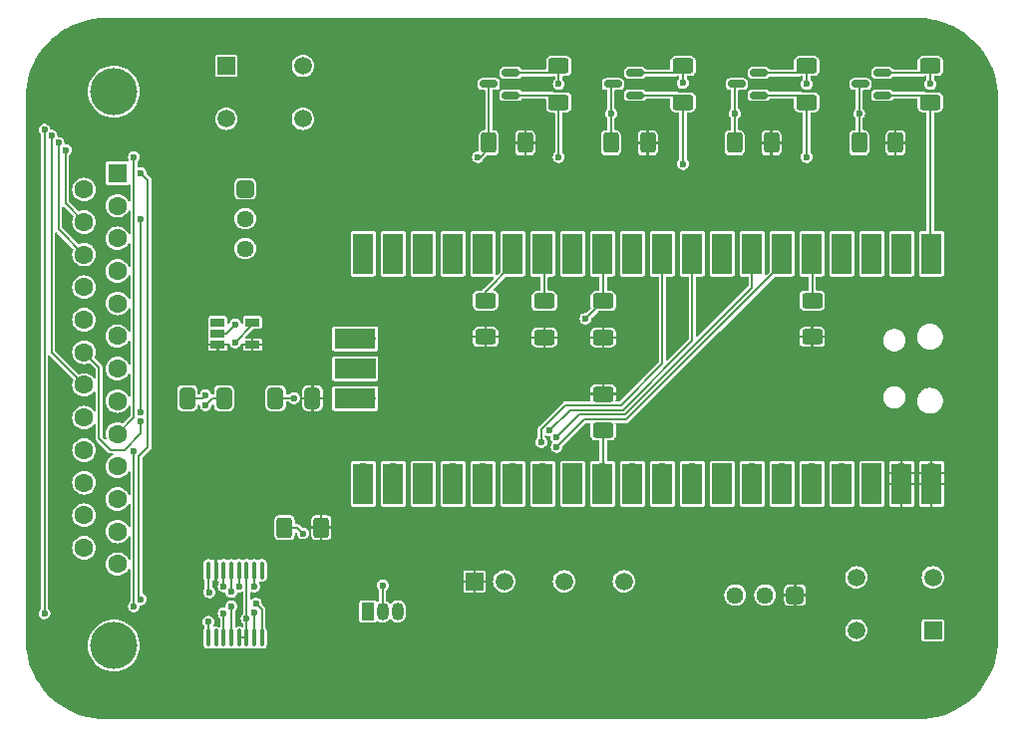
<source format=gbr>
%TF.GenerationSoftware,KiCad,Pcbnew,8.0.4*%
%TF.CreationDate,2024-09-29T14:35:45-05:00*%
%TF.ProjectId,KiCad-Pi-Pico,4b694361-642d-4506-992d-5069636f2e6b,1.0*%
%TF.SameCoordinates,Original*%
%TF.FileFunction,Copper,L1,Top*%
%TF.FilePolarity,Positive*%
%FSLAX46Y46*%
G04 Gerber Fmt 4.6, Leading zero omitted, Abs format (unit mm)*
G04 Created by KiCad (PCBNEW 8.0.4) date 2024-09-29 14:35:45*
%MOMM*%
%LPD*%
G01*
G04 APERTURE LIST*
G04 Aperture macros list*
%AMRoundRect*
0 Rectangle with rounded corners*
0 $1 Rounding radius*
0 $2 $3 $4 $5 $6 $7 $8 $9 X,Y pos of 4 corners*
0 Add a 4 corners polygon primitive as box body*
4,1,4,$2,$3,$4,$5,$6,$7,$8,$9,$2,$3,0*
0 Add four circle primitives for the rounded corners*
1,1,$1+$1,$2,$3*
1,1,$1+$1,$4,$5*
1,1,$1+$1,$6,$7*
1,1,$1+$1,$8,$9*
0 Add four rect primitives between the rounded corners*
20,1,$1+$1,$2,$3,$4,$5,0*
20,1,$1+$1,$4,$5,$6,$7,0*
20,1,$1+$1,$6,$7,$8,$9,0*
20,1,$1+$1,$8,$9,$2,$3,0*%
G04 Aperture macros list end*
%TA.AperFunction,SMDPad,CuDef*%
%ADD10RoundRect,0.143500X0.061500X-0.591500X0.061500X0.591500X-0.061500X0.591500X-0.061500X-0.591500X0*%
%TD*%
%TA.AperFunction,SMDPad,CuDef*%
%ADD11RoundRect,0.143500X-0.061500X0.591500X-0.061500X-0.591500X0.061500X-0.591500X0.061500X0.591500X0*%
%TD*%
%TA.AperFunction,ComponentPad*%
%ADD12R,1.500000X1.500000*%
%TD*%
%TA.AperFunction,ComponentPad*%
%ADD13C,1.500000*%
%TD*%
%TA.AperFunction,SMDPad,CuDef*%
%ADD14RoundRect,0.250000X0.400000X0.625000X-0.400000X0.625000X-0.400000X-0.625000X0.400000X-0.625000X0*%
%TD*%
%TA.AperFunction,SMDPad,CuDef*%
%ADD15RoundRect,0.250000X-0.625000X0.400000X-0.625000X-0.400000X0.625000X-0.400000X0.625000X0.400000X0*%
%TD*%
%TA.AperFunction,ComponentPad*%
%ADD16C,4.000000*%
%TD*%
%TA.AperFunction,ComponentPad*%
%ADD17R,1.600000X1.600000*%
%TD*%
%TA.AperFunction,ComponentPad*%
%ADD18C,1.600000*%
%TD*%
%TA.AperFunction,ComponentPad*%
%ADD19O,1.700000X1.700000*%
%TD*%
%TA.AperFunction,SMDPad,CuDef*%
%ADD20R,1.700000X3.500000*%
%TD*%
%TA.AperFunction,ComponentPad*%
%ADD21R,1.700000X1.700000*%
%TD*%
%TA.AperFunction,SMDPad,CuDef*%
%ADD22R,3.500000X1.700000*%
%TD*%
%TA.AperFunction,SMDPad,CuDef*%
%ADD23RoundRect,0.250000X0.625000X-0.400000X0.625000X0.400000X-0.625000X0.400000X-0.625000X-0.400000X0*%
%TD*%
%TA.AperFunction,SMDPad,CuDef*%
%ADD24R,1.200000X0.650001*%
%TD*%
%TA.AperFunction,ComponentPad*%
%ADD25RoundRect,0.250000X-0.470000X0.470000X-0.470000X-0.470000X0.470000X-0.470000X0.470000X0.470000X0*%
%TD*%
%TA.AperFunction,ComponentPad*%
%ADD26C,1.440000*%
%TD*%
%TA.AperFunction,SMDPad,CuDef*%
%ADD27RoundRect,0.250000X-0.412500X-0.650000X0.412500X-0.650000X0.412500X0.650000X-0.412500X0.650000X0*%
%TD*%
%TA.AperFunction,ComponentPad*%
%ADD28R,1.016000X1.524000*%
%TD*%
%TA.AperFunction,ComponentPad*%
%ADD29O,1.016000X1.524000*%
%TD*%
%TA.AperFunction,SMDPad,CuDef*%
%ADD30RoundRect,0.250000X0.412500X0.650000X-0.412500X0.650000X-0.412500X-0.650000X0.412500X-0.650000X0*%
%TD*%
%TA.AperFunction,SMDPad,CuDef*%
%ADD31RoundRect,0.150000X0.587500X0.150000X-0.587500X0.150000X-0.587500X-0.150000X0.587500X-0.150000X0*%
%TD*%
%TA.AperFunction,ComponentPad*%
%ADD32R,1.498600X1.498600*%
%TD*%
%TA.AperFunction,ComponentPad*%
%ADD33C,1.498600*%
%TD*%
%TA.AperFunction,ComponentPad*%
%ADD34RoundRect,0.250000X-0.470000X-0.470000X0.470000X-0.470000X0.470000X0.470000X-0.470000X0.470000X0*%
%TD*%
%TA.AperFunction,ViaPad*%
%ADD35C,0.600000*%
%TD*%
%TA.AperFunction,Conductor*%
%ADD36C,0.200000*%
%TD*%
G04 APERTURE END LIST*
D10*
%TO.P,U2,1,~{ALERT}*%
%TO.N,Net-(U1-GP28)*%
X112725000Y-122870000D03*
%TO.P,U2,2,~{CLEAR}*%
%TO.N,unconnected-(U2-~{CLEAR}-Pad2)*%
X113375000Y-122870000D03*
%TO.P,U2,3,~{RESET}*%
%TO.N,Net-(U2-~{RESET})*%
X114025000Y-122870000D03*
%TO.P,U2,4,VREFIN*%
%TO.N,+2V5REF*%
X114675000Y-122870000D03*
%TO.P,U2,5,AGND*%
%TO.N,AGND*%
X115325000Y-122870000D03*
%TO.P,U2,6,VSS*%
X115975000Y-122870000D03*
%TO.P,U2,7,VOUT*%
%TO.N,Net-(U2-VOUT)*%
X116625000Y-122870000D03*
%TO.P,U2,8,VDD*%
%TO.N,+12V*%
X117275000Y-122870000D03*
D11*
%TO.P,U2,9*%
%TO.N,N/C*%
X117275000Y-117130000D03*
%TO.P,U2,10,SDO*%
%TO.N,Net-(U1-GP4)*%
X116625000Y-117130000D03*
%TO.P,U2,11,~{LDAC}*%
%TO.N,AGND*%
X115975000Y-117130000D03*
%TO.P,U2,12,SDI*%
%TO.N,Net-(U1-GP7)*%
X115325000Y-117130000D03*
%TO.P,U2,13,~{SYNC}*%
%TO.N,Net-(U1-GP5)*%
X114675000Y-117130000D03*
%TO.P,U2,14,SCLK*%
%TO.N,Net-(U1-GP6)*%
X114025000Y-117130000D03*
%TO.P,U2,15,DVCC*%
%TO.N,+5V*%
X113375000Y-117130000D03*
%TO.P,U2,16,DGND*%
%TO.N,AGND*%
X112725000Y-117130000D03*
%TD*%
D12*
%TO.P,U4,1,+VIN*%
%TO.N,+5V*%
X135312500Y-118080000D03*
D13*
%TO.P,U4,2,-VIN*%
%TO.N,AGND*%
X137852500Y-118080000D03*
%TO.P,U4,4,-VOUT*%
X142932500Y-118080000D03*
%TO.P,U4,6,+VOUT*%
%TO.N,+12V*%
X148012500Y-118080000D03*
%TD*%
D14*
%TO.P,R4,1*%
%TO.N,+5V*%
X171075000Y-80800000D03*
%TO.P,R4,2*%
%TO.N,Net-(J1-P15)*%
X167975000Y-80800000D03*
%TD*%
%TO.P,R5,1*%
%TO.N,+5V*%
X160525000Y-80800000D03*
%TO.P,R5,2*%
%TO.N,Net-(J1-P16)*%
X157425000Y-80800000D03*
%TD*%
D15*
%TO.P,R7,1*%
%TO.N,+5V*%
X146250000Y-102150000D03*
%TO.P,R7,2*%
%TO.N,Net-(J1-P19)*%
X146250000Y-105250000D03*
%TD*%
D16*
%TO.P,J1,0,PAD*%
%TO.N,AGND*%
X104705331Y-76445000D03*
X104705331Y-123545000D03*
D17*
%TO.P,J1,1,1*%
%TO.N,Net-(U2-VOUT)*%
X105005331Y-83375000D03*
D18*
%TO.P,J1,2,2*%
%TO.N,unconnected-(J1-Pad2)*%
X105005331Y-86145000D03*
%TO.P,J1,3,3*%
%TO.N,AGND*%
X105005331Y-88915000D03*
%TO.P,J1,4,4*%
%TO.N,unconnected-(J1-Pad4)*%
X105005331Y-91685000D03*
%TO.P,J1,5,5*%
%TO.N,AGND*%
X105005331Y-94455000D03*
%TO.P,J1,6,6*%
%TO.N,Net-(U1-GP3)*%
X105005331Y-97225000D03*
%TO.P,J1,7,7*%
%TO.N,AGND*%
X105005331Y-99995000D03*
%TO.P,J1,8,8*%
%TO.N,Net-(U1-GP9)*%
X105005331Y-102765000D03*
%TO.P,J1,9,9*%
%TO.N,Net-(Q4-D)*%
X105005331Y-105535000D03*
%TO.P,J1,10,10*%
%TO.N,AGND*%
X105005331Y-108305000D03*
%TO.P,J1,11,11*%
%TO.N,unconnected-(J1-Pad11)*%
X105005331Y-111075000D03*
%TO.P,J1,12,12*%
%TO.N,unconnected-(J1-Pad12)*%
X105005331Y-113845000D03*
%TO.P,J1,13,13*%
%TO.N,unconnected-(J1-Pad13)*%
X105005331Y-116615000D03*
%TO.P,J1,14,P14*%
%TO.N,Net-(J1-P14)*%
X102165331Y-84760000D03*
%TO.P,J1,15,P15*%
%TO.N,Net-(J1-P15)*%
X102165331Y-87530000D03*
%TO.P,J1,16,P16*%
%TO.N,Net-(J1-P16)*%
X102165331Y-90300000D03*
%TO.P,J1,17,P17*%
%TO.N,AGND*%
X102165331Y-93070000D03*
%TO.P,J1,18,P18*%
X102165331Y-95840000D03*
%TO.P,J1,19,P19*%
%TO.N,Net-(J1-P19)*%
X102165331Y-98610000D03*
%TO.P,J1,20,P20*%
%TO.N,Net-(J1-P20)*%
X102165331Y-101380000D03*
%TO.P,J1,21,P21*%
%TO.N,AGND*%
X102165331Y-104150000D03*
%TO.P,J1,22,P22*%
X102165331Y-106920000D03*
%TO.P,J1,23,P23*%
%TO.N,Net-(J1-P23)*%
X102165331Y-109690000D03*
%TO.P,J1,24,P24*%
%TO.N,Net-(J1-P24)*%
X102165331Y-112460000D03*
%TO.P,J1,25,P25*%
%TO.N,unconnected-(J1-P25-Pad25)*%
X102165331Y-115230000D03*
%TD*%
D14*
%TO.P,R10,1*%
%TO.N,+5V*%
X122300000Y-113500000D03*
%TO.P,R10,2*%
%TO.N,+2V5REF*%
X119200000Y-113500000D03*
%TD*%
D19*
%TO.P,U1,1,GP0*%
%TO.N,Net-(Q1-G)*%
X174130000Y-91110000D03*
D20*
X174130000Y-90210000D03*
D19*
%TO.P,U1,2,GP1*%
%TO.N,Net-(Q2-G)*%
X171590000Y-91110000D03*
D20*
X171590000Y-90210000D03*
D21*
%TO.P,U1,3,GND*%
%TO.N,AGND*%
X169050000Y-91110000D03*
D20*
X169050000Y-90210000D03*
D19*
%TO.P,U1,4,GP2*%
%TO.N,Net-(Q4-G)*%
X166510000Y-91110000D03*
D20*
X166510000Y-90210000D03*
D19*
%TO.P,U1,5,GP3*%
%TO.N,Net-(U1-GP3)*%
X163970000Y-91110000D03*
D20*
X163970000Y-90210000D03*
D19*
%TO.P,U1,6,GP4*%
%TO.N,Net-(U1-GP4)*%
X161430000Y-91110000D03*
D20*
X161430000Y-90210000D03*
D19*
%TO.P,U1,7,GP5*%
%TO.N,Net-(U1-GP5)*%
X158890000Y-91110000D03*
D20*
X158890000Y-90210000D03*
D21*
%TO.P,U1,8,GND*%
%TO.N,AGND*%
X156350000Y-91110000D03*
D20*
X156350000Y-90210000D03*
D19*
%TO.P,U1,9,GP6*%
%TO.N,Net-(U1-GP6)*%
X153810000Y-91110000D03*
D20*
X153810000Y-90210000D03*
D19*
%TO.P,U1,10,GP7*%
%TO.N,Net-(U1-GP7)*%
X151270000Y-91110000D03*
D20*
X151270000Y-90210000D03*
D19*
%TO.P,U1,11,GP8*%
%TO.N,Net-(Q3-G)*%
X148730000Y-91110000D03*
D20*
X148730000Y-90210000D03*
D19*
%TO.P,U1,12,GP9*%
%TO.N,Net-(U1-GP9)*%
X146190000Y-91110000D03*
D20*
X146190000Y-90210000D03*
D21*
%TO.P,U1,13,GND*%
%TO.N,AGND*%
X143650000Y-91110000D03*
D20*
X143650000Y-90210000D03*
D19*
%TO.P,U1,14,GP10*%
%TO.N,Net-(J1-P23)*%
X141110000Y-91110000D03*
D20*
X141110000Y-90210000D03*
D19*
%TO.P,U1,15,GP11*%
%TO.N,Net-(J1-P24)*%
X138570000Y-91110000D03*
D20*
X138570000Y-90210000D03*
D19*
%TO.P,U1,16,GP12*%
%TO.N,unconnected-(U1-GP12-Pad16)_1*%
X136030000Y-91110000D03*
D20*
%TO.N,unconnected-(U1-GP12-Pad16)*%
X136030000Y-90210000D03*
D19*
%TO.P,U1,17,GP13*%
%TO.N,unconnected-(U1-GP13-Pad17)*%
X133490000Y-91110000D03*
D20*
%TO.N,unconnected-(U1-GP13-Pad17)_1*%
X133490000Y-90210000D03*
D21*
%TO.P,U1,18,GND*%
%TO.N,AGND*%
X130950000Y-91110000D03*
D20*
X130950000Y-90210000D03*
D19*
%TO.P,U1,19,GP14*%
%TO.N,unconnected-(U1-GP14-Pad19)_1*%
X128410000Y-91110000D03*
D20*
%TO.N,unconnected-(U1-GP14-Pad19)*%
X128410000Y-90210000D03*
D19*
%TO.P,U1,20,GP15*%
%TO.N,unconnected-(U1-GP15-Pad20)_1*%
X125870000Y-91110000D03*
D20*
%TO.N,unconnected-(U1-GP15-Pad20)*%
X125870000Y-90210000D03*
D19*
%TO.P,U1,21,GP16*%
%TO.N,unconnected-(U1-GP16-Pad21)_1*%
X125870000Y-108890000D03*
D20*
%TO.N,unconnected-(U1-GP16-Pad21)*%
X125870000Y-109790000D03*
D19*
%TO.P,U1,22,GP17*%
%TO.N,unconnected-(U1-GP17-Pad22)*%
X128410000Y-108890000D03*
D20*
%TO.N,unconnected-(U1-GP17-Pad22)_1*%
X128410000Y-109790000D03*
D21*
%TO.P,U1,23,GND*%
%TO.N,AGND*%
X130950000Y-108890000D03*
D20*
X130950000Y-109790000D03*
D19*
%TO.P,U1,24,GP18*%
%TO.N,unconnected-(U1-GP18-Pad24)*%
X133490000Y-108890000D03*
D20*
%TO.N,unconnected-(U1-GP18-Pad24)_1*%
X133490000Y-109790000D03*
D19*
%TO.P,U1,25,GP19*%
%TO.N,unconnected-(U1-GP19-Pad25)*%
X136030000Y-108890000D03*
D20*
%TO.N,unconnected-(U1-GP19-Pad25)_1*%
X136030000Y-109790000D03*
D19*
%TO.P,U1,26,GP20*%
%TO.N,unconnected-(U1-GP20-Pad26)_1*%
X138570000Y-108890000D03*
D20*
%TO.N,unconnected-(U1-GP20-Pad26)*%
X138570000Y-109790000D03*
D19*
%TO.P,U1,27,GP21*%
%TO.N,unconnected-(U1-GP21-Pad27)_1*%
X141110000Y-108890000D03*
D20*
%TO.N,unconnected-(U1-GP21-Pad27)*%
X141110000Y-109790000D03*
D21*
%TO.P,U1,28,GND*%
%TO.N,AGND*%
X143650000Y-108890000D03*
D20*
X143650000Y-109790000D03*
D19*
%TO.P,U1,29,GP22*%
%TO.N,Net-(J1-P19)*%
X146190000Y-108890000D03*
D20*
X146190000Y-109790000D03*
D19*
%TO.P,U1,30,~{RUN}*%
%TO.N,unconnected-(U1-~{RUN}-Pad30)_1*%
X148730000Y-108890000D03*
D20*
%TO.N,unconnected-(U1-~{RUN}-Pad30)*%
X148730000Y-109790000D03*
D19*
%TO.P,U1,31,GP26*%
%TO.N,Net-(U1-GP26)*%
X151270000Y-108890000D03*
D20*
X151270000Y-109790000D03*
D19*
%TO.P,U1,32,GP27*%
%TO.N,unconnected-(U1-GP27-Pad32)*%
X153810000Y-108890000D03*
D20*
X153810000Y-109790000D03*
D21*
%TO.P,U1,33,AGND*%
%TO.N,AGND*%
X156350000Y-108890000D03*
D20*
X156350000Y-109790000D03*
D19*
%TO.P,U1,34,GP28*%
%TO.N,Net-(U1-GP28)*%
X158890000Y-108890000D03*
D20*
X158890000Y-109790000D03*
D19*
%TO.P,U1,35,ADC_VREF*%
%TO.N,+3.3VADC*%
X161430000Y-108890000D03*
D20*
X161430000Y-109790000D03*
D19*
%TO.P,U1,36,3V3_OUT*%
%TO.N,+3.3V*%
X163970000Y-108890000D03*
D20*
X163970000Y-109790000D03*
D19*
%TO.P,U1,37,3V3_EN*%
%TO.N,Net-(U1-3V3_EN)*%
X166510000Y-108890000D03*
D20*
X166510000Y-109790000D03*
D21*
%TO.P,U1,38,GND*%
%TO.N,AGND*%
X169050000Y-108890000D03*
D20*
X169050000Y-109790000D03*
D19*
%TO.P,U1,39,VSYS*%
%TO.N,+5V*%
X171590000Y-108890000D03*
D20*
X171590000Y-109790000D03*
D19*
%TO.P,U1,40,VBUS*%
X174130000Y-108890000D03*
D20*
X174130000Y-109790000D03*
D19*
%TO.P,U1,41*%
%TO.N,N/C*%
X126100000Y-97460000D03*
D22*
X125200000Y-97460000D03*
D21*
%TO.P,U1,42*%
X126100000Y-100000000D03*
D22*
X125200000Y-100000000D03*
D19*
%TO.P,U1,43*%
X126100000Y-102540000D03*
D22*
X125200000Y-102540000D03*
%TD*%
D23*
%TO.P,R1,1*%
%TO.N,Net-(Q1-G)*%
X174025000Y-77350000D03*
%TO.P,R1,2*%
%TO.N,AGND*%
X174025000Y-74250000D03*
%TD*%
D24*
%TO.P,U3,1,N_C*%
%TO.N,unconnected-(U3-N_C-Pad1)*%
X113524999Y-96049999D03*
%TO.P,U3,2,GND*%
%TO.N,AGND*%
X113524999Y-97000000D03*
%TO.P,U3,3,EN*%
%TO.N,+5V*%
X113524999Y-97949998D03*
%TO.P,U3,4,VIN*%
X116474998Y-97949998D03*
%TO.P,U3,5,VREF*%
%TO.N,+2V5REF*%
X116474998Y-96049999D03*
%TD*%
D14*
%TO.P,R8,1*%
%TO.N,+5V*%
X139625000Y-80800000D03*
%TO.P,R8,2*%
%TO.N,Net-(Q4-D)*%
X136525000Y-80800000D03*
%TD*%
D25*
%TO.P,RV1,1,1*%
%TO.N,+5V*%
X162540000Y-119250000D03*
D26*
%TO.P,RV1,2,2*%
%TO.N,+3.3VADC*%
X160000000Y-119250000D03*
%TO.P,RV1,3,3*%
%TO.N,AGND*%
X157460000Y-119250000D03*
%TD*%
D23*
%TO.P,R14,1*%
%TO.N,+5V*%
X164000000Y-97300000D03*
%TO.P,R14,2*%
%TO.N,Net-(U1-GP3)*%
X164000000Y-94200000D03*
%TD*%
%TO.P,R9,1*%
%TO.N,Net-(Q4-G)*%
X142475000Y-77350000D03*
%TO.P,R9,2*%
%TO.N,AGND*%
X142475000Y-74250000D03*
%TD*%
D27*
%TO.P,C_in,1*%
%TO.N,AGND*%
X118437500Y-102500000D03*
%TO.P,C_in,2*%
%TO.N,+5V*%
X121562500Y-102500000D03*
%TD*%
D23*
%TO.P,R11,1*%
%TO.N,+5V*%
X136250000Y-97300000D03*
%TO.P,R11,2*%
%TO.N,Net-(J1-P24)*%
X136250000Y-94200000D03*
%TD*%
%TO.P,R2,1*%
%TO.N,Net-(Q2-G)*%
X163525000Y-77350000D03*
%TO.P,R2,2*%
%TO.N,AGND*%
X163525000Y-74250000D03*
%TD*%
D28*
%TO.P,U5,1,ANODE*%
%TO.N,AGND*%
X126260000Y-120635000D03*
D29*
%TO.P,U5,2,CATHODE*%
%TO.N,+2V5REF*%
X127530000Y-120635000D03*
%TO.P,U5,3,NC*%
%TO.N,unconnected-(U5-NC-Pad3)*%
X128800000Y-120635000D03*
%TD*%
D30*
%TO.P,C_out,1*%
%TO.N,AGND*%
X114062500Y-102500000D03*
%TO.P,C_out,2*%
%TO.N,+2V5REF*%
X110937500Y-102500000D03*
%TD*%
D23*
%TO.P,R13,1*%
%TO.N,+5V*%
X146250000Y-97350000D03*
%TO.P,R13,2*%
%TO.N,Net-(U1-GP9)*%
X146250000Y-94250000D03*
%TD*%
D31*
%TO.P,Q4,1,G*%
%TO.N,Net-(Q4-G)*%
X138412500Y-76750000D03*
%TO.P,Q4,2,S*%
%TO.N,AGND*%
X138412500Y-74850000D03*
%TO.P,Q4,3,D*%
%TO.N,Net-(Q4-D)*%
X136537500Y-75800000D03*
%TD*%
%TO.P,Q3,1,G*%
%TO.N,Net-(Q3-G)*%
X148962500Y-76750000D03*
%TO.P,Q3,2,S*%
%TO.N,AGND*%
X148962500Y-74850000D03*
%TO.P,Q3,3,D*%
%TO.N,Net-(J1-P20)*%
X147087500Y-75800000D03*
%TD*%
D32*
%TO.P,SW1,1,1*%
%TO.N,AGND*%
X174250001Y-122239401D03*
D33*
%TO.P,SW1,2,2*%
X167750000Y-122239401D03*
%TO.P,SW1,3,3*%
%TO.N,Net-(U1-3V3_EN)*%
X174250001Y-117739400D03*
%TO.P,SW1,4,4*%
X167750000Y-117739400D03*
%TD*%
D23*
%TO.P,R3,1*%
%TO.N,Net-(Q3-G)*%
X153025000Y-77350000D03*
%TO.P,R3,2*%
%TO.N,AGND*%
X153025000Y-74250000D03*
%TD*%
D31*
%TO.P,Q1,1,G*%
%TO.N,Net-(Q1-G)*%
X169962500Y-76750000D03*
%TO.P,Q1,2,S*%
%TO.N,AGND*%
X169962500Y-74850000D03*
%TO.P,Q1,3,D*%
%TO.N,Net-(J1-P15)*%
X168087500Y-75800000D03*
%TD*%
D34*
%TO.P,RV2,1,1*%
%TO.N,Net-(J1-P14)*%
X115852500Y-84710000D03*
D26*
%TO.P,RV2,2,2*%
%TO.N,Net-(U1-GP26)*%
X115852500Y-87250000D03*
%TO.P,RV2,3,3*%
%TO.N,AGND*%
X115852500Y-89790000D03*
%TD*%
D14*
%TO.P,R6,1*%
%TO.N,+5V*%
X150025000Y-80800000D03*
%TO.P,R6,2*%
%TO.N,Net-(J1-P20)*%
X146925000Y-80800000D03*
%TD*%
D31*
%TO.P,Q2,1,G*%
%TO.N,Net-(Q2-G)*%
X159462500Y-76750000D03*
%TO.P,Q2,2,S*%
%TO.N,AGND*%
X159462500Y-74850000D03*
%TO.P,Q2,3,D*%
%TO.N,Net-(J1-P16)*%
X157587500Y-75800000D03*
%TD*%
D32*
%TO.P,SW2,1,1*%
%TO.N,AGND*%
X114249999Y-74260599D03*
D33*
%TO.P,SW2,2,2*%
X120750000Y-74260599D03*
%TO.P,SW2,3,3*%
%TO.N,Net-(U2-~{RESET})*%
X114249999Y-78760600D03*
%TO.P,SW2,4,4*%
X120750000Y-78760600D03*
%TD*%
D23*
%TO.P,R12,1*%
%TO.N,+5V*%
X141250000Y-97350000D03*
%TO.P,R12,2*%
%TO.N,Net-(J1-P23)*%
X141250000Y-94250000D03*
%TD*%
D35*
%TO.N,Net-(U2-~{RESET})*%
X114017244Y-120800000D03*
X98800000Y-79675000D03*
X98800000Y-120800000D03*
%TO.N,Net-(Q4-D)*%
X135625000Y-82000000D03*
X106400000Y-82000000D03*
%TO.N,Net-(U1-GP9)*%
X144750000Y-95750000D03*
%TO.N,Net-(J1-P19)*%
X107000000Y-104500003D03*
%TO.N,Net-(J1-P15)*%
X100600000Y-81400000D03*
X167975000Y-78300000D03*
%TO.N,Net-(U2-VOUT)*%
X107000000Y-83375000D03*
X107000000Y-119600000D03*
X116625000Y-120750000D03*
%TO.N,Net-(J1-P16)*%
X100000000Y-80800520D03*
X157425000Y-78300000D03*
%TO.N,Net-(J1-P20)*%
X146925000Y-78300000D03*
X99400000Y-80204657D03*
%TO.N,Net-(Q2-G)*%
X163525000Y-82000000D03*
%TO.N,Net-(Q3-G)*%
X153025000Y-82600000D03*
%TO.N,Net-(Q4-G)*%
X142475000Y-82000000D03*
%TO.N,+2V5REF*%
X115000000Y-97750000D03*
X106400000Y-120200000D03*
X114675000Y-120200000D03*
X112500000Y-102250000D03*
X127530000Y-118400000D03*
X106400000Y-107000000D03*
X120750000Y-114000000D03*
%TO.N,Net-(U1-GP26)*%
X107000000Y-103700000D03*
X107000000Y-87250000D03*
%TO.N,Net-(U1-GP5)*%
X114674999Y-118966372D03*
X142271598Y-105820128D03*
%TO.N,Net-(U1-GP4)*%
X116625000Y-118500000D03*
X142297945Y-106642311D03*
%TO.N,Net-(U1-GP7)*%
X115325000Y-118500000D03*
X140996598Y-106246598D03*
%TO.N,Net-(U1-GP6)*%
X141705911Y-105254441D03*
X114025000Y-118500000D03*
%TO.N,AGND*%
X153020000Y-75700000D03*
X174030000Y-75800000D03*
X120000000Y-102500000D03*
X163530000Y-75800000D03*
X112800000Y-119000000D03*
X142480000Y-75800000D03*
X115975000Y-121250000D03*
X112500000Y-103100000D03*
X115000000Y-96250000D03*
%TO.N,+12V*%
X116756520Y-119960883D03*
%TO.N,Net-(U1-GP28)*%
X112725000Y-121500000D03*
%TD*%
D36*
%TO.N,Net-(U2-~{RESET})*%
X114025000Y-122870000D02*
X114025000Y-120807756D01*
X114025000Y-120807756D02*
X114017244Y-120800000D01*
X98800000Y-79675000D02*
X98800000Y-120800000D01*
%TO.N,Net-(Q4-D)*%
X106400000Y-104140331D02*
X105005331Y-105535000D01*
X135825000Y-82000000D02*
X135625000Y-82000000D01*
X136525000Y-80800000D02*
X136525000Y-75812500D01*
X136525000Y-81300000D02*
X135825000Y-82000000D01*
X106400000Y-82000000D02*
X106400000Y-104140331D01*
%TO.N,Net-(U1-GP9)*%
X146250000Y-94250000D02*
X146250000Y-91170000D01*
X144750000Y-95750000D02*
X146250000Y-94250000D01*
%TO.N,Net-(J1-P19)*%
X103450000Y-99894669D02*
X102165331Y-98610000D01*
X105600000Y-106900000D02*
X104400000Y-106900000D01*
X103450000Y-105950000D02*
X103450000Y-99894669D01*
X104400000Y-106900000D02*
X103450000Y-105950000D01*
X146250000Y-105250000D02*
X146250000Y-108830000D01*
X107000000Y-105500000D02*
X105600000Y-106900000D01*
X107000000Y-104500003D02*
X107000000Y-105500000D01*
%TO.N,Net-(U1-GP3)*%
X164000000Y-94200000D02*
X164000000Y-91140000D01*
%TO.N,Net-(J1-P15)*%
X100600000Y-81400000D02*
X100600000Y-85964669D01*
X100600000Y-85964669D02*
X102165331Y-87530000D01*
X167975000Y-78300000D02*
X167975000Y-75912500D01*
X167975000Y-80800000D02*
X167975000Y-78300000D01*
%TO.N,Net-(U2-VOUT)*%
X107000000Y-119600000D02*
X106800000Y-119400000D01*
X107600000Y-83975000D02*
X107000000Y-83375000D01*
X116625000Y-120750000D02*
X116625000Y-122870000D01*
X107600000Y-106648529D02*
X107600000Y-83975000D01*
X106800000Y-119400000D02*
X106800000Y-107448529D01*
X106800000Y-107448529D02*
X107600000Y-106648529D01*
%TO.N,Net-(J1-P16)*%
X100000000Y-88134669D02*
X102165331Y-90300000D01*
X157425000Y-80800000D02*
X157425000Y-78300000D01*
X157425000Y-78300000D02*
X157425000Y-75962500D01*
X100000000Y-80800520D02*
X100000000Y-88134669D01*
%TO.N,Net-(J1-P23)*%
X141250000Y-94250000D02*
X141250000Y-91250000D01*
%TO.N,Net-(J1-P24)*%
X136250000Y-93430000D02*
X138570000Y-91110000D01*
X136250000Y-94200000D02*
X136250000Y-93430000D01*
%TO.N,Net-(J1-P20)*%
X146925000Y-80800000D02*
X146925000Y-78300000D01*
X99400000Y-80204657D02*
X99400000Y-98614669D01*
X146925000Y-78300000D02*
X146925000Y-75962500D01*
X99400000Y-98614669D02*
X102165331Y-101380000D01*
%TO.N,Net-(Q1-G)*%
X174025000Y-77350000D02*
X174025000Y-91005000D01*
X173425000Y-76750000D02*
X174025000Y-77350000D01*
X169962500Y-76750000D02*
X173425000Y-76750000D01*
%TO.N,Net-(Q2-G)*%
X162925000Y-76750000D02*
X163525000Y-77350000D01*
X163525000Y-77350000D02*
X163525000Y-82000000D01*
X159462500Y-76750000D02*
X162925000Y-76750000D01*
%TO.N,Net-(Q3-G)*%
X148962500Y-76750000D02*
X152425000Y-76750000D01*
X153025000Y-77350000D02*
X153025000Y-82600000D01*
X152425000Y-76750000D02*
X153025000Y-77350000D01*
%TO.N,Net-(Q4-G)*%
X142475000Y-82000000D02*
X142475000Y-77350000D01*
X141875000Y-76750000D02*
X142475000Y-77350000D01*
X138412500Y-76750000D02*
X141875000Y-76750000D01*
%TO.N,+2V5REF*%
X106400000Y-120200000D02*
X106400000Y-107000000D01*
X120750000Y-114000000D02*
X120250000Y-113500000D01*
X115000000Y-97750000D02*
X116474998Y-96275002D01*
X114675000Y-120200000D02*
X114675000Y-122870000D01*
X120250000Y-113500000D02*
X119200000Y-113500000D01*
X112500000Y-102250000D02*
X112250000Y-102500000D01*
X127530000Y-118400000D02*
X127530000Y-120635000D01*
X112250000Y-102500000D02*
X110937500Y-102500000D01*
%TO.N,Net-(U1-GP26)*%
X107000000Y-103700000D02*
X107000000Y-87250000D01*
%TO.N,Net-(U1-GP5)*%
X144191726Y-103900000D02*
X142271598Y-105820128D01*
X148074314Y-103900000D02*
X144191726Y-103900000D01*
X114675000Y-118966371D02*
X114675000Y-117130000D01*
X114674999Y-118966372D02*
X114675000Y-118966371D01*
X158890000Y-91110000D02*
X158890000Y-93084314D01*
X158890000Y-93084314D02*
X148074314Y-103900000D01*
%TO.N,Net-(U1-GP4)*%
X148240000Y-104300000D02*
X144640256Y-104300000D01*
X116625000Y-118500000D02*
X116625000Y-117130000D01*
X161430000Y-91110000D02*
X148240000Y-104300000D01*
X144640256Y-104300000D02*
X142297945Y-106642311D01*
%TO.N,Net-(U1-GP7)*%
X140996598Y-105115225D02*
X140996598Y-106246598D01*
X147742942Y-103100000D02*
X143011823Y-103100000D01*
X151270000Y-91110000D02*
X151270000Y-99572942D01*
X143011823Y-103100000D02*
X140996598Y-105115225D01*
X115325000Y-118500000D02*
X115325000Y-117130000D01*
X151270000Y-99572942D02*
X147742942Y-103100000D01*
%TO.N,Net-(U1-GP6)*%
X143460352Y-103500000D02*
X147908628Y-103500000D01*
X147908628Y-103500000D02*
X153810000Y-97598628D01*
X114025000Y-118500000D02*
X114025000Y-117130000D01*
X153810000Y-97598628D02*
X153810000Y-91110000D01*
X141705911Y-105254441D02*
X143460352Y-103500000D01*
%TO.N,AGND*%
X115325000Y-122870000D02*
X115975000Y-122870000D01*
X141875000Y-74850000D02*
X142475000Y-74250000D01*
X142475000Y-75795000D02*
X142480000Y-75800000D01*
X114250000Y-97000000D02*
X113524999Y-97000000D01*
X152425000Y-74850000D02*
X153025000Y-74250000D01*
X115975000Y-121250000D02*
X115975000Y-117130000D01*
X142475000Y-74250000D02*
X142475000Y-75795000D01*
X169962500Y-74850000D02*
X173425000Y-74850000D01*
X114062500Y-102500000D02*
X113100000Y-102500000D01*
X115975000Y-122870000D02*
X115975000Y-121250000D01*
X113100000Y-102500000D02*
X112500000Y-103100000D01*
X173425000Y-74850000D02*
X174025000Y-74250000D01*
X153025000Y-75695000D02*
X153020000Y-75700000D01*
X118437500Y-102500000D02*
X120000000Y-102500000D01*
X163525000Y-74250000D02*
X163525000Y-75795000D01*
X138412500Y-74850000D02*
X141875000Y-74850000D01*
X159462500Y-74850000D02*
X162925000Y-74850000D01*
X112800000Y-119000000D02*
X112725000Y-118925000D01*
X162925000Y-74850000D02*
X163525000Y-74250000D01*
X112725000Y-118925000D02*
X112725000Y-117130000D01*
X148962500Y-74850000D02*
X152425000Y-74850000D01*
X174025000Y-74250000D02*
X174025000Y-75795000D01*
X115000000Y-96250000D02*
X114250000Y-97000000D01*
X153025000Y-74250000D02*
X153025000Y-75695000D01*
X174025000Y-75795000D02*
X174030000Y-75800000D01*
X163525000Y-75795000D02*
X163530000Y-75800000D01*
%TO.N,+12V*%
X117275000Y-120479363D02*
X117275000Y-122870000D01*
X116756520Y-119960883D02*
X117275000Y-120479363D01*
%TO.N,Net-(U1-GP28)*%
X112725000Y-121500000D02*
X112725000Y-122870000D01*
%TD*%
%TA.AperFunction,Conductor*%
%TO.N,+5V*%
G36*
X173001844Y-70200569D02*
G01*
X173504431Y-70219374D01*
X173511794Y-70219926D01*
X174004742Y-70275468D01*
X174009739Y-70276031D01*
X174017059Y-70277135D01*
X174263222Y-70323711D01*
X174509388Y-70370288D01*
X174516600Y-70371934D01*
X175000620Y-70501627D01*
X175007689Y-70503808D01*
X175480638Y-70669300D01*
X175487524Y-70672002D01*
X175946800Y-70872382D01*
X175953471Y-70875595D01*
X176396471Y-71109727D01*
X176402882Y-71113428D01*
X176827163Y-71380021D01*
X176833279Y-71384191D01*
X177236446Y-71681743D01*
X177242228Y-71686354D01*
X177622016Y-72013188D01*
X177627444Y-72018223D01*
X177981776Y-72372555D01*
X177986811Y-72377983D01*
X178313645Y-72757771D01*
X178318261Y-72763559D01*
X178615807Y-73166719D01*
X178619978Y-73172836D01*
X178886571Y-73597117D01*
X178890272Y-73603528D01*
X179124404Y-74046528D01*
X179127617Y-74053199D01*
X179327997Y-74512475D01*
X179330701Y-74519366D01*
X179496190Y-74992307D01*
X179498373Y-74999382D01*
X179628064Y-75483396D01*
X179629711Y-75490614D01*
X179722864Y-75982940D01*
X179723968Y-75990260D01*
X179780072Y-76488194D01*
X179780625Y-76495577D01*
X179799431Y-76998155D01*
X179799500Y-77001857D01*
X179799500Y-122998142D01*
X179799431Y-123001844D01*
X179780625Y-123504422D01*
X179780072Y-123511805D01*
X179723968Y-124009739D01*
X179722864Y-124017059D01*
X179629711Y-124509385D01*
X179628064Y-124516603D01*
X179498373Y-125000617D01*
X179496190Y-125007692D01*
X179330701Y-125480633D01*
X179327997Y-125487524D01*
X179127617Y-125946800D01*
X179124404Y-125953471D01*
X178890272Y-126396471D01*
X178886571Y-126402882D01*
X178619978Y-126827163D01*
X178615807Y-126833280D01*
X178318261Y-127236440D01*
X178313645Y-127242228D01*
X177986811Y-127622016D01*
X177981776Y-127627444D01*
X177627444Y-127981776D01*
X177622016Y-127986811D01*
X177242228Y-128313645D01*
X177236440Y-128318261D01*
X176833280Y-128615807D01*
X176827163Y-128619978D01*
X176402882Y-128886571D01*
X176396471Y-128890272D01*
X175953471Y-129124404D01*
X175946800Y-129127617D01*
X175487524Y-129327997D01*
X175480633Y-129330701D01*
X175007692Y-129496190D01*
X175000617Y-129498373D01*
X174516603Y-129628064D01*
X174509385Y-129629711D01*
X174017059Y-129722864D01*
X174009739Y-129723968D01*
X173511805Y-129780072D01*
X173504422Y-129780625D01*
X173001844Y-129799431D01*
X172998142Y-129799500D01*
X104001858Y-129799500D01*
X103998156Y-129799431D01*
X103495577Y-129780625D01*
X103488194Y-129780072D01*
X102990260Y-129723968D01*
X102982940Y-129722864D01*
X102490614Y-129629711D01*
X102483396Y-129628064D01*
X101999382Y-129498373D01*
X101992307Y-129496190D01*
X101519366Y-129330701D01*
X101512475Y-129327997D01*
X101053199Y-129127617D01*
X101046528Y-129124404D01*
X100603528Y-128890272D01*
X100597117Y-128886571D01*
X100172836Y-128619978D01*
X100166719Y-128615807D01*
X99763559Y-128318261D01*
X99757771Y-128313645D01*
X99377983Y-127986811D01*
X99372555Y-127981776D01*
X99018223Y-127627444D01*
X99013188Y-127622016D01*
X98686354Y-127242228D01*
X98681738Y-127236440D01*
X98384192Y-126833280D01*
X98380021Y-126827163D01*
X98113428Y-126402882D01*
X98109727Y-126396471D01*
X97875595Y-125953471D01*
X97872382Y-125946800D01*
X97672000Y-125487520D01*
X97669298Y-125480633D01*
X97604174Y-125294520D01*
X97503808Y-125007689D01*
X97501626Y-125000617D01*
X97407038Y-124647611D01*
X97371934Y-124516600D01*
X97370288Y-124509385D01*
X97277135Y-124017059D01*
X97276031Y-124009739D01*
X97252276Y-123798905D01*
X97223667Y-123544999D01*
X102500109Y-123544999D01*
X102500109Y-123545000D01*
X102518974Y-123832836D01*
X102575251Y-124115759D01*
X102667971Y-124388900D01*
X102667976Y-124388911D01*
X102795553Y-124647611D01*
X102955808Y-124887450D01*
X102955818Y-124887463D01*
X103058184Y-125004188D01*
X103146004Y-125104327D01*
X103146012Y-125104334D01*
X103146013Y-125104335D01*
X103362867Y-125294512D01*
X103362874Y-125294517D01*
X103362877Y-125294520D01*
X103602720Y-125454778D01*
X103861429Y-125582359D01*
X103990990Y-125626339D01*
X104134571Y-125675079D01*
X104134573Y-125675079D01*
X104134578Y-125675081D01*
X104417492Y-125731356D01*
X104705331Y-125750222D01*
X104993170Y-125731356D01*
X105276084Y-125675081D01*
X105549233Y-125582359D01*
X105807942Y-125454778D01*
X106047785Y-125294520D01*
X106264658Y-125104327D01*
X106454851Y-124887454D01*
X106615109Y-124647611D01*
X106742690Y-124388902D01*
X106835412Y-124115753D01*
X106891687Y-123832839D01*
X106910553Y-123545000D01*
X106891687Y-123257161D01*
X106835412Y-122974247D01*
X106815049Y-122914261D01*
X106742690Y-122701099D01*
X106742685Y-122701088D01*
X106695119Y-122604633D01*
X106615109Y-122442389D01*
X106454851Y-122202546D01*
X106454848Y-122202543D01*
X106454843Y-122202536D01*
X106264666Y-121985682D01*
X106264665Y-121985681D01*
X106264658Y-121985673D01*
X106252505Y-121975015D01*
X106047794Y-121795487D01*
X106047781Y-121795477D01*
X105807942Y-121635222D01*
X105549242Y-121507645D01*
X105549231Y-121507640D01*
X105526716Y-121499997D01*
X112219353Y-121499997D01*
X112219353Y-121500002D01*
X112239834Y-121642456D01*
X112257646Y-121681458D01*
X112299623Y-121773373D01*
X112390138Y-121877834D01*
X112398509Y-121887494D01*
X112396471Y-121889259D01*
X112421925Y-121931458D01*
X112424500Y-121953893D01*
X112424500Y-121990002D01*
X112405593Y-122048193D01*
X112395505Y-122060004D01*
X112377363Y-122078146D01*
X112326096Y-122188088D01*
X112326095Y-122188089D01*
X112324192Y-122202546D01*
X112319500Y-122238188D01*
X112319500Y-123501812D01*
X112320816Y-123511805D01*
X112326095Y-123551910D01*
X112326096Y-123551911D01*
X112377362Y-123661851D01*
X112377363Y-123661852D01*
X112377364Y-123661854D01*
X112463146Y-123747636D01*
X112463147Y-123747636D01*
X112463148Y-123747637D01*
X112573088Y-123798903D01*
X112573089Y-123798904D01*
X112573091Y-123798904D01*
X112573093Y-123798905D01*
X112623188Y-123805500D01*
X112623189Y-123805500D01*
X112826810Y-123805500D01*
X112826812Y-123805500D01*
X112876907Y-123798905D01*
X112876908Y-123798904D01*
X112876910Y-123798904D01*
X112876911Y-123798903D01*
X112986854Y-123747636D01*
X112986857Y-123747632D01*
X112993215Y-123743182D01*
X113051726Y-123725292D01*
X113106785Y-123743182D01*
X113113145Y-123747635D01*
X113113146Y-123747636D01*
X113180960Y-123779258D01*
X113223088Y-123798903D01*
X113223089Y-123798904D01*
X113223091Y-123798904D01*
X113223093Y-123798905D01*
X113273188Y-123805500D01*
X113273189Y-123805500D01*
X113476810Y-123805500D01*
X113476812Y-123805500D01*
X113526907Y-123798905D01*
X113526908Y-123798904D01*
X113526910Y-123798904D01*
X113526911Y-123798903D01*
X113636854Y-123747636D01*
X113636857Y-123747632D01*
X113643215Y-123743182D01*
X113701726Y-123725292D01*
X113756785Y-123743182D01*
X113763145Y-123747635D01*
X113763146Y-123747636D01*
X113830960Y-123779258D01*
X113873088Y-123798903D01*
X113873089Y-123798904D01*
X113873091Y-123798904D01*
X113873093Y-123798905D01*
X113923188Y-123805500D01*
X113923189Y-123805500D01*
X114126810Y-123805500D01*
X114126812Y-123805500D01*
X114176907Y-123798905D01*
X114176908Y-123798904D01*
X114176910Y-123798904D01*
X114176911Y-123798903D01*
X114286854Y-123747636D01*
X114286857Y-123747632D01*
X114293215Y-123743182D01*
X114351726Y-123725292D01*
X114406785Y-123743182D01*
X114413145Y-123747635D01*
X114413146Y-123747636D01*
X114480960Y-123779258D01*
X114523088Y-123798903D01*
X114523089Y-123798904D01*
X114523091Y-123798904D01*
X114523093Y-123798905D01*
X114573188Y-123805500D01*
X114573189Y-123805500D01*
X114776810Y-123805500D01*
X114776812Y-123805500D01*
X114826907Y-123798905D01*
X114826908Y-123798904D01*
X114826910Y-123798904D01*
X114826911Y-123798903D01*
X114936854Y-123747636D01*
X114936857Y-123747632D01*
X114943215Y-123743182D01*
X115001726Y-123725292D01*
X115056785Y-123743182D01*
X115063145Y-123747635D01*
X115063146Y-123747636D01*
X115130960Y-123779258D01*
X115173088Y-123798903D01*
X115173089Y-123798904D01*
X115173091Y-123798904D01*
X115173093Y-123798905D01*
X115223188Y-123805500D01*
X115223189Y-123805500D01*
X115426810Y-123805500D01*
X115426812Y-123805500D01*
X115476907Y-123798905D01*
X115476908Y-123798904D01*
X115476910Y-123798904D01*
X115476911Y-123798903D01*
X115586854Y-123747636D01*
X115586857Y-123747632D01*
X115593215Y-123743182D01*
X115651726Y-123725292D01*
X115706785Y-123743182D01*
X115713145Y-123747635D01*
X115713146Y-123747636D01*
X115780960Y-123779258D01*
X115823088Y-123798903D01*
X115823089Y-123798904D01*
X115823091Y-123798904D01*
X115823093Y-123798905D01*
X115873188Y-123805500D01*
X115873189Y-123805500D01*
X116076810Y-123805500D01*
X116076812Y-123805500D01*
X116126907Y-123798905D01*
X116126908Y-123798904D01*
X116126910Y-123798904D01*
X116126911Y-123798903D01*
X116236854Y-123747636D01*
X116236857Y-123747632D01*
X116243215Y-123743182D01*
X116301726Y-123725292D01*
X116356785Y-123743182D01*
X116363145Y-123747635D01*
X116363146Y-123747636D01*
X116430960Y-123779258D01*
X116473088Y-123798903D01*
X116473089Y-123798904D01*
X116473091Y-123798904D01*
X116473093Y-123798905D01*
X116523188Y-123805500D01*
X116523189Y-123805500D01*
X116726810Y-123805500D01*
X116726812Y-123805500D01*
X116776907Y-123798905D01*
X116776908Y-123798904D01*
X116776910Y-123798904D01*
X116776911Y-123798903D01*
X116886854Y-123747636D01*
X116886857Y-123747632D01*
X116893215Y-123743182D01*
X116951726Y-123725292D01*
X117006785Y-123743182D01*
X117013145Y-123747635D01*
X117013146Y-123747636D01*
X117080960Y-123779258D01*
X117123088Y-123798903D01*
X117123089Y-123798904D01*
X117123091Y-123798904D01*
X117123093Y-123798905D01*
X117173188Y-123805500D01*
X117173189Y-123805500D01*
X117376810Y-123805500D01*
X117376812Y-123805500D01*
X117426907Y-123798905D01*
X117426908Y-123798904D01*
X117426910Y-123798904D01*
X117426911Y-123798903D01*
X117536854Y-123747636D01*
X117622636Y-123661854D01*
X117673905Y-123551907D01*
X117680500Y-123501812D01*
X117680500Y-122239397D01*
X166795604Y-122239397D01*
X166795604Y-122239404D01*
X166813940Y-122425588D01*
X166813941Y-122425594D01*
X166868253Y-122604633D01*
X166919809Y-122701088D01*
X166956449Y-122769635D01*
X167075140Y-122914261D01*
X167219766Y-123032952D01*
X167384768Y-123121148D01*
X167509495Y-123158983D01*
X167563806Y-123175459D01*
X167563812Y-123175460D01*
X167749997Y-123193797D01*
X167750000Y-123193797D01*
X167750003Y-123193797D01*
X167936187Y-123175460D01*
X167936193Y-123175459D01*
X168115232Y-123121148D01*
X168280234Y-123032952D01*
X168424860Y-122914261D01*
X168543551Y-122769635D01*
X168631747Y-122604633D01*
X168686058Y-122425594D01*
X168704396Y-122239401D01*
X168704277Y-122238188D01*
X168686059Y-122053213D01*
X168686058Y-122053207D01*
X168661420Y-121971989D01*
X168631747Y-121874169D01*
X168543551Y-121709167D01*
X168424860Y-121564541D01*
X168396843Y-121541548D01*
X168310093Y-121470354D01*
X173300201Y-121470354D01*
X173300201Y-123008447D01*
X173300202Y-123008459D01*
X173311833Y-123066928D01*
X173311835Y-123066934D01*
X173356146Y-123133249D01*
X173356149Y-123133253D01*
X173422470Y-123177568D01*
X173466932Y-123186412D01*
X173480942Y-123189199D01*
X173480947Y-123189199D01*
X173480953Y-123189201D01*
X173480954Y-123189201D01*
X175019048Y-123189201D01*
X175019049Y-123189201D01*
X175077532Y-123177568D01*
X175143853Y-123133253D01*
X175188168Y-123066932D01*
X175199801Y-123008449D01*
X175199801Y-121470353D01*
X175188168Y-121411870D01*
X175143853Y-121345549D01*
X175136514Y-121340645D01*
X175077534Y-121301235D01*
X175077532Y-121301234D01*
X175077529Y-121301233D01*
X175077528Y-121301233D01*
X175019059Y-121289602D01*
X175019049Y-121289601D01*
X173480953Y-121289601D01*
X173480952Y-121289601D01*
X173480942Y-121289602D01*
X173422473Y-121301233D01*
X173422467Y-121301235D01*
X173356152Y-121345546D01*
X173356146Y-121345552D01*
X173311835Y-121411867D01*
X173311833Y-121411873D01*
X173300202Y-121470342D01*
X173300201Y-121470354D01*
X168310093Y-121470354D01*
X168280233Y-121445849D01*
X168115232Y-121357654D01*
X167936193Y-121303342D01*
X167936187Y-121303341D01*
X167750003Y-121285005D01*
X167749997Y-121285005D01*
X167563812Y-121303341D01*
X167563806Y-121303342D01*
X167384767Y-121357654D01*
X167219766Y-121445849D01*
X167075145Y-121564536D01*
X167075135Y-121564546D01*
X166956448Y-121709167D01*
X166868253Y-121874168D01*
X166813941Y-122053207D01*
X166813940Y-122053213D01*
X166795604Y-122239397D01*
X117680500Y-122239397D01*
X117680500Y-122238188D01*
X117673905Y-122188093D01*
X117673904Y-122188091D01*
X117673904Y-122188089D01*
X117673903Y-122188088D01*
X117622636Y-122078146D01*
X117622635Y-122078145D01*
X117604495Y-122060004D01*
X117576719Y-122005487D01*
X117575500Y-121990002D01*
X117575500Y-120439800D01*
X117575499Y-120439798D01*
X117564345Y-120398173D01*
X117555021Y-120363374D01*
X117541554Y-120340049D01*
X117515460Y-120294852D01*
X117459511Y-120238902D01*
X117459511Y-120238903D01*
X117287066Y-120066458D01*
X117259289Y-120011941D01*
X117259078Y-119982365D01*
X117262167Y-119960883D01*
X117260038Y-119946078D01*
X117246692Y-119853253D01*
X125551500Y-119853253D01*
X125551500Y-121416746D01*
X125551501Y-121416758D01*
X125563132Y-121475227D01*
X125563134Y-121475233D01*
X125595301Y-121523373D01*
X125607448Y-121541552D01*
X125673769Y-121585867D01*
X125718231Y-121594711D01*
X125732241Y-121597498D01*
X125732246Y-121597498D01*
X125732252Y-121597500D01*
X125732253Y-121597500D01*
X126787747Y-121597500D01*
X126787748Y-121597500D01*
X126846231Y-121585867D01*
X126912552Y-121541552D01*
X126955951Y-121476600D01*
X127003999Y-121438723D01*
X127065137Y-121436321D01*
X127093262Y-121449287D01*
X127124792Y-121470354D01*
X127194392Y-121516860D01*
X127194396Y-121516862D01*
X127194399Y-121516864D01*
X127323338Y-121570273D01*
X127460219Y-121597500D01*
X127460220Y-121597500D01*
X127599780Y-121597500D01*
X127599781Y-121597500D01*
X127736662Y-121570273D01*
X127865601Y-121516864D01*
X127865604Y-121516861D01*
X127865608Y-121516860D01*
X127899112Y-121494472D01*
X127981642Y-121439328D01*
X128080328Y-121340642D01*
X128082684Y-121337114D01*
X128130731Y-121299235D01*
X128191869Y-121296831D01*
X128242744Y-121330822D01*
X128247301Y-121337094D01*
X128249672Y-121340642D01*
X128348358Y-121439328D01*
X128394774Y-121470342D01*
X128464391Y-121516860D01*
X128464397Y-121516862D01*
X128464399Y-121516864D01*
X128593338Y-121570273D01*
X128730219Y-121597500D01*
X128730220Y-121597500D01*
X128869780Y-121597500D01*
X128869781Y-121597500D01*
X129006662Y-121570273D01*
X129135601Y-121516864D01*
X129135604Y-121516861D01*
X129135608Y-121516860D01*
X129169112Y-121494472D01*
X129251642Y-121439328D01*
X129350328Y-121340642D01*
X129410895Y-121249997D01*
X129427860Y-121224608D01*
X129427861Y-121224604D01*
X129427864Y-121224601D01*
X129481273Y-121095662D01*
X129508500Y-120958781D01*
X129508500Y-120311219D01*
X129481273Y-120174338D01*
X129427864Y-120045399D01*
X129427862Y-120045397D01*
X129427860Y-120045391D01*
X129371390Y-119960880D01*
X129350328Y-119929358D01*
X129251642Y-119830672D01*
X129218584Y-119808583D01*
X129135608Y-119753139D01*
X129135599Y-119753135D01*
X129006665Y-119699728D01*
X129006659Y-119699726D01*
X128869783Y-119672500D01*
X128869781Y-119672500D01*
X128730219Y-119672500D01*
X128730216Y-119672500D01*
X128593340Y-119699726D01*
X128593334Y-119699728D01*
X128464400Y-119753135D01*
X128464391Y-119753139D01*
X128348358Y-119830672D01*
X128348354Y-119830675D01*
X128249675Y-119929354D01*
X128249669Y-119929361D01*
X128247314Y-119932887D01*
X128199264Y-119970766D01*
X128138125Y-119973167D01*
X128087252Y-119939173D01*
X128082686Y-119932887D01*
X128080330Y-119929361D01*
X128080328Y-119929358D01*
X127981642Y-119830672D01*
X127925856Y-119793397D01*
X127874498Y-119759080D01*
X127836619Y-119711030D01*
X127830500Y-119676765D01*
X127830500Y-119250000D01*
X156534430Y-119250000D01*
X156552962Y-119426322D01*
X156554657Y-119442442D01*
X156614448Y-119626458D01*
X156614454Y-119626472D01*
X156680029Y-119740049D01*
X156711198Y-119794036D01*
X156782633Y-119873373D01*
X156836219Y-119932887D01*
X156840673Y-119937833D01*
X156997215Y-120051567D01*
X156997219Y-120051569D01*
X156997221Y-120051570D01*
X157055722Y-120077616D01*
X157173983Y-120130269D01*
X157363252Y-120170500D01*
X157363254Y-120170500D01*
X157556746Y-120170500D01*
X157556748Y-120170500D01*
X157746017Y-120130269D01*
X157922785Y-120051567D01*
X158079327Y-119937833D01*
X158208802Y-119794036D01*
X158305550Y-119626463D01*
X158365344Y-119442437D01*
X158385570Y-119250000D01*
X159074430Y-119250000D01*
X159092962Y-119426322D01*
X159094657Y-119442442D01*
X159154448Y-119626458D01*
X159154454Y-119626472D01*
X159220029Y-119740049D01*
X159251198Y-119794036D01*
X159322633Y-119873373D01*
X159376219Y-119932887D01*
X159380673Y-119937833D01*
X159537215Y-120051567D01*
X159537219Y-120051569D01*
X159537221Y-120051570D01*
X159595722Y-120077616D01*
X159713983Y-120130269D01*
X159903252Y-120170500D01*
X159903254Y-120170500D01*
X160096746Y-120170500D01*
X160096748Y-120170500D01*
X160286017Y-120130269D01*
X160462785Y-120051567D01*
X160619327Y-119937833D01*
X160748802Y-119794036D01*
X160845550Y-119626463D01*
X160905344Y-119442437D01*
X160925570Y-119250000D01*
X160905344Y-119057563D01*
X160845550Y-118873537D01*
X160845547Y-118873532D01*
X160845545Y-118873527D01*
X160760732Y-118726628D01*
X160760247Y-118725788D01*
X161620000Y-118725788D01*
X161620000Y-119149999D01*
X161620001Y-119150000D01*
X162152684Y-119150000D01*
X162140000Y-119197339D01*
X162140000Y-119302661D01*
X162152684Y-119350000D01*
X161620002Y-119350000D01*
X161620001Y-119350001D01*
X161620001Y-119774203D01*
X161622850Y-119804600D01*
X161622850Y-119804602D01*
X161667654Y-119932647D01*
X161748207Y-120041790D01*
X161748209Y-120041792D01*
X161857352Y-120122345D01*
X161985398Y-120167149D01*
X162015789Y-120169999D01*
X162439998Y-120169999D01*
X162440000Y-120169998D01*
X162440000Y-119637315D01*
X162487339Y-119650000D01*
X162592661Y-119650000D01*
X162640000Y-119637315D01*
X162640000Y-120169998D01*
X162640001Y-120169999D01*
X163064203Y-120169999D01*
X163094600Y-120167149D01*
X163094602Y-120167149D01*
X163222647Y-120122345D01*
X163331790Y-120041792D01*
X163331792Y-120041790D01*
X163412345Y-119932647D01*
X163457149Y-119804601D01*
X163459999Y-119774211D01*
X163460000Y-119774210D01*
X163460000Y-119350001D01*
X163459999Y-119350000D01*
X162927316Y-119350000D01*
X162940000Y-119302661D01*
X162940000Y-119197339D01*
X162927316Y-119150000D01*
X163459998Y-119150000D01*
X163459999Y-119149999D01*
X163459999Y-118725796D01*
X163457149Y-118695399D01*
X163457149Y-118695397D01*
X163412345Y-118567352D01*
X163331792Y-118458209D01*
X163331790Y-118458207D01*
X163222647Y-118377654D01*
X163094601Y-118332850D01*
X163064211Y-118330000D01*
X162640001Y-118330000D01*
X162640000Y-118330001D01*
X162640000Y-118862684D01*
X162592661Y-118850000D01*
X162487339Y-118850000D01*
X162440000Y-118862684D01*
X162440000Y-118330001D01*
X162439999Y-118330000D01*
X162015796Y-118330000D01*
X161985399Y-118332850D01*
X161985397Y-118332850D01*
X161857352Y-118377654D01*
X161748209Y-118458207D01*
X161748207Y-118458209D01*
X161667654Y-118567352D01*
X161622850Y-118695398D01*
X161620000Y-118725788D01*
X160760247Y-118725788D01*
X160748802Y-118705964D01*
X160619327Y-118562167D01*
X160462785Y-118448433D01*
X160462781Y-118448431D01*
X160462778Y-118448429D01*
X160286019Y-118369732D01*
X160286017Y-118369731D01*
X160286014Y-118369730D01*
X160286013Y-118369730D01*
X160228678Y-118357543D01*
X160096748Y-118329500D01*
X159903252Y-118329500D01*
X159801072Y-118351219D01*
X159713986Y-118369730D01*
X159713980Y-118369732D01*
X159537221Y-118448429D01*
X159537218Y-118448431D01*
X159537215Y-118448432D01*
X159537215Y-118448433D01*
X159493767Y-118480000D01*
X159380671Y-118562168D01*
X159251196Y-118705966D01*
X159251196Y-118705967D01*
X159154454Y-118873527D01*
X159154448Y-118873541D01*
X159094657Y-119057557D01*
X159094656Y-119057561D01*
X159094656Y-119057563D01*
X159074430Y-119250000D01*
X158385570Y-119250000D01*
X158365344Y-119057563D01*
X158305550Y-118873537D01*
X158305547Y-118873532D01*
X158305545Y-118873527D01*
X158220732Y-118726628D01*
X158208802Y-118705964D01*
X158079327Y-118562167D01*
X157922785Y-118448433D01*
X157922781Y-118448431D01*
X157922778Y-118448429D01*
X157746019Y-118369732D01*
X157746017Y-118369731D01*
X157746014Y-118369730D01*
X157746013Y-118369730D01*
X157688678Y-118357543D01*
X157556748Y-118329500D01*
X157363252Y-118329500D01*
X157261072Y-118351219D01*
X157173986Y-118369730D01*
X157173980Y-118369732D01*
X156997221Y-118448429D01*
X156997218Y-118448431D01*
X156997215Y-118448432D01*
X156997215Y-118448433D01*
X156953767Y-118480000D01*
X156840671Y-118562168D01*
X156711196Y-118705966D01*
X156711196Y-118705967D01*
X156614454Y-118873527D01*
X156614448Y-118873541D01*
X156554657Y-119057557D01*
X156554656Y-119057561D01*
X156554656Y-119057563D01*
X156534430Y-119250000D01*
X127830500Y-119250000D01*
X127830500Y-118853893D01*
X127849407Y-118795702D01*
X127856741Y-118787711D01*
X127856491Y-118787494D01*
X127868727Y-118773373D01*
X127955377Y-118673373D01*
X128015165Y-118542457D01*
X128028064Y-118452741D01*
X128035647Y-118400002D01*
X128035647Y-118399997D01*
X128015165Y-118257543D01*
X128001046Y-118226627D01*
X127955377Y-118126627D01*
X127861128Y-118017857D01*
X127861127Y-118017856D01*
X127861126Y-118017855D01*
X127740057Y-117940049D01*
X127740054Y-117940047D01*
X127740053Y-117940047D01*
X127739869Y-117939993D01*
X127601964Y-117899500D01*
X127601961Y-117899500D01*
X127458039Y-117899500D01*
X127458035Y-117899500D01*
X127319949Y-117940046D01*
X127319942Y-117940049D01*
X127198873Y-118017855D01*
X127104622Y-118126628D01*
X127044834Y-118257543D01*
X127024353Y-118399997D01*
X127024353Y-118400002D01*
X127044834Y-118542456D01*
X127090504Y-118642457D01*
X127104623Y-118673373D01*
X127175665Y-118755361D01*
X127203509Y-118787494D01*
X127201471Y-118789259D01*
X127226925Y-118831458D01*
X127229500Y-118853893D01*
X127229500Y-119676765D01*
X127210593Y-119734956D01*
X127185502Y-119759080D01*
X127093267Y-119820710D01*
X127034379Y-119837319D01*
X126976975Y-119816142D01*
X126955950Y-119793397D01*
X126943130Y-119774211D01*
X126912552Y-119728448D01*
X126886485Y-119711030D01*
X126846233Y-119684134D01*
X126846231Y-119684133D01*
X126846228Y-119684132D01*
X126846227Y-119684132D01*
X126787758Y-119672501D01*
X126787748Y-119672500D01*
X125732252Y-119672500D01*
X125732251Y-119672500D01*
X125732241Y-119672501D01*
X125673772Y-119684132D01*
X125673766Y-119684134D01*
X125607451Y-119728445D01*
X125607445Y-119728451D01*
X125563134Y-119794766D01*
X125563132Y-119794772D01*
X125551501Y-119853241D01*
X125551500Y-119853253D01*
X117246692Y-119853253D01*
X117241685Y-119818426D01*
X117230545Y-119794033D01*
X117181897Y-119687510D01*
X117087648Y-119578740D01*
X117087647Y-119578739D01*
X117087646Y-119578738D01*
X116966577Y-119500932D01*
X116966574Y-119500930D01*
X116966573Y-119500930D01*
X116965109Y-119500500D01*
X116828484Y-119460383D01*
X116828481Y-119460383D01*
X116684559Y-119460383D01*
X116684555Y-119460383D01*
X116546469Y-119500929D01*
X116546462Y-119500932D01*
X116428023Y-119577048D01*
X116368848Y-119592603D01*
X116311831Y-119570404D01*
X116278752Y-119518931D01*
X116275500Y-119493764D01*
X116275500Y-119050316D01*
X116294407Y-118992125D01*
X116343907Y-118956161D01*
X116405093Y-118956161D01*
X116414471Y-118959813D01*
X116414946Y-118959952D01*
X116414947Y-118959953D01*
X116463431Y-118974189D01*
X116553035Y-119000499D01*
X116553036Y-119000499D01*
X116553039Y-119000500D01*
X116553041Y-119000500D01*
X116696959Y-119000500D01*
X116696961Y-119000500D01*
X116835053Y-118959953D01*
X116956128Y-118882143D01*
X117050377Y-118773373D01*
X117110165Y-118642457D01*
X117124543Y-118542456D01*
X117130647Y-118500002D01*
X117130647Y-118499997D01*
X117110165Y-118357543D01*
X117068508Y-118266328D01*
X117050377Y-118226627D01*
X117047677Y-118223511D01*
X117023859Y-118167154D01*
X117037716Y-118107558D01*
X117083956Y-118067490D01*
X117135416Y-118060527D01*
X117173188Y-118065500D01*
X117173189Y-118065500D01*
X117376810Y-118065500D01*
X117376812Y-118065500D01*
X117426907Y-118058905D01*
X117426908Y-118058904D01*
X117426910Y-118058904D01*
X117426911Y-118058903D01*
X117484845Y-118031888D01*
X117536854Y-118007636D01*
X117622636Y-117921854D01*
X117673905Y-117811907D01*
X117680500Y-117761812D01*
X117680500Y-117310299D01*
X134362500Y-117310299D01*
X134362500Y-117979999D01*
X134362501Y-117980000D01*
X134925184Y-117980000D01*
X134912500Y-118027339D01*
X134912500Y-118132661D01*
X134925184Y-118180000D01*
X134362501Y-118180000D01*
X134362500Y-118180001D01*
X134362500Y-118849700D01*
X134374103Y-118908036D01*
X134418306Y-118974189D01*
X134418310Y-118974193D01*
X134484463Y-119018396D01*
X134542799Y-119029999D01*
X134542803Y-119030000D01*
X135212499Y-119030000D01*
X135212500Y-119029999D01*
X135212500Y-118467315D01*
X135259839Y-118480000D01*
X135365161Y-118480000D01*
X135412500Y-118467315D01*
X135412500Y-119029999D01*
X135412501Y-119030000D01*
X136082197Y-119030000D01*
X136082200Y-119029999D01*
X136140536Y-119018396D01*
X136206689Y-118974193D01*
X136206693Y-118974189D01*
X136250896Y-118908036D01*
X136262499Y-118849700D01*
X136262500Y-118849697D01*
X136262500Y-118180001D01*
X136262499Y-118180000D01*
X135699816Y-118180000D01*
X135712500Y-118132661D01*
X135712500Y-118079995D01*
X136897401Y-118079995D01*
X136897401Y-118080004D01*
X136915751Y-118266325D01*
X136915752Y-118266328D01*
X136970105Y-118445504D01*
X136970106Y-118445506D01*
X137058359Y-118610617D01*
X137058362Y-118610622D01*
X137058364Y-118610625D01*
X137084487Y-118642456D01*
X137177138Y-118755352D01*
X137177147Y-118755361D01*
X137226303Y-118795702D01*
X137321875Y-118874136D01*
X137321880Y-118874138D01*
X137321882Y-118874140D01*
X137482428Y-118959953D01*
X137486999Y-118962396D01*
X137666169Y-119016747D01*
X137666171Y-119016747D01*
X137666174Y-119016748D01*
X137852496Y-119035099D01*
X137852500Y-119035099D01*
X137852504Y-119035099D01*
X138038825Y-119016748D01*
X138038826Y-119016747D01*
X138038831Y-119016747D01*
X138218001Y-118962396D01*
X138383125Y-118874136D01*
X138527857Y-118755357D01*
X138646636Y-118610625D01*
X138734896Y-118445501D01*
X138789247Y-118266331D01*
X138793158Y-118226628D01*
X138807599Y-118080004D01*
X138807599Y-118079995D01*
X141977401Y-118079995D01*
X141977401Y-118080004D01*
X141995751Y-118266325D01*
X141995752Y-118266328D01*
X142050105Y-118445504D01*
X142050106Y-118445506D01*
X142138359Y-118610617D01*
X142138362Y-118610622D01*
X142138364Y-118610625D01*
X142164487Y-118642456D01*
X142257138Y-118755352D01*
X142257147Y-118755361D01*
X142306303Y-118795702D01*
X142401875Y-118874136D01*
X142401880Y-118874138D01*
X142401882Y-118874140D01*
X142562428Y-118959953D01*
X142566999Y-118962396D01*
X142746169Y-119016747D01*
X142746171Y-119016747D01*
X142746174Y-119016748D01*
X142932496Y-119035099D01*
X142932500Y-119035099D01*
X142932504Y-119035099D01*
X143118825Y-119016748D01*
X143118826Y-119016747D01*
X143118831Y-119016747D01*
X143298001Y-118962396D01*
X143463125Y-118874136D01*
X143607857Y-118755357D01*
X143726636Y-118610625D01*
X143814896Y-118445501D01*
X143869247Y-118266331D01*
X143873158Y-118226628D01*
X143887599Y-118080004D01*
X143887599Y-118079995D01*
X147057401Y-118079995D01*
X147057401Y-118080004D01*
X147075751Y-118266325D01*
X147075752Y-118266328D01*
X147130105Y-118445504D01*
X147130106Y-118445506D01*
X147218359Y-118610617D01*
X147218362Y-118610622D01*
X147218364Y-118610625D01*
X147244487Y-118642456D01*
X147337138Y-118755352D01*
X147337147Y-118755361D01*
X147386303Y-118795702D01*
X147481875Y-118874136D01*
X147481880Y-118874138D01*
X147481882Y-118874140D01*
X147642428Y-118959953D01*
X147646999Y-118962396D01*
X147826169Y-119016747D01*
X147826171Y-119016747D01*
X147826174Y-119016748D01*
X148012496Y-119035099D01*
X148012500Y-119035099D01*
X148012504Y-119035099D01*
X148198825Y-119016748D01*
X148198826Y-119016747D01*
X148198831Y-119016747D01*
X148378001Y-118962396D01*
X148543125Y-118874136D01*
X148687857Y-118755357D01*
X148806636Y-118610625D01*
X148894896Y-118445501D01*
X148949247Y-118266331D01*
X148953158Y-118226628D01*
X148967599Y-118080004D01*
X148967599Y-118079995D01*
X148949248Y-117893674D01*
X148949247Y-117893671D01*
X148949247Y-117893669D01*
X148902448Y-117739396D01*
X166795604Y-117739396D01*
X166795604Y-117739403D01*
X166813940Y-117925587D01*
X166813941Y-117925593D01*
X166868253Y-118104632D01*
X166956448Y-118269633D01*
X167005990Y-118330000D01*
X167075140Y-118414260D01*
X167219766Y-118532951D01*
X167384768Y-118621147D01*
X167509495Y-118658982D01*
X167563806Y-118675458D01*
X167563812Y-118675459D01*
X167749997Y-118693796D01*
X167750000Y-118693796D01*
X167750003Y-118693796D01*
X167936187Y-118675459D01*
X167936193Y-118675458D01*
X167943066Y-118673373D01*
X168115232Y-118621147D01*
X168280234Y-118532951D01*
X168424860Y-118414260D01*
X168543551Y-118269634D01*
X168631747Y-118104632D01*
X168686058Y-117925593D01*
X168686427Y-117921854D01*
X168704396Y-117739403D01*
X168704396Y-117739396D01*
X173295605Y-117739396D01*
X173295605Y-117739403D01*
X173313941Y-117925587D01*
X173313942Y-117925593D01*
X173368254Y-118104632D01*
X173456449Y-118269633D01*
X173505991Y-118330000D01*
X173575141Y-118414260D01*
X173719767Y-118532951D01*
X173884769Y-118621147D01*
X174009496Y-118658982D01*
X174063807Y-118675458D01*
X174063813Y-118675459D01*
X174249998Y-118693796D01*
X174250001Y-118693796D01*
X174250004Y-118693796D01*
X174436188Y-118675459D01*
X174436194Y-118675458D01*
X174443067Y-118673373D01*
X174615233Y-118621147D01*
X174780235Y-118532951D01*
X174924861Y-118414260D01*
X175043552Y-118269634D01*
X175131748Y-118104632D01*
X175186059Y-117925593D01*
X175186428Y-117921854D01*
X175204397Y-117739403D01*
X175204397Y-117739396D01*
X175186060Y-117553212D01*
X175186059Y-117553206D01*
X175155026Y-117450906D01*
X175131748Y-117374168D01*
X175043552Y-117209166D01*
X174924861Y-117064540D01*
X174893656Y-117038931D01*
X174780234Y-116945848D01*
X174615233Y-116857653D01*
X174436194Y-116803341D01*
X174436188Y-116803340D01*
X174250004Y-116785004D01*
X174249998Y-116785004D01*
X174063813Y-116803340D01*
X174063807Y-116803341D01*
X173884768Y-116857653D01*
X173719767Y-116945848D01*
X173575146Y-117064535D01*
X173575136Y-117064545D01*
X173456449Y-117209166D01*
X173368254Y-117374167D01*
X173313942Y-117553206D01*
X173313941Y-117553212D01*
X173295605Y-117739396D01*
X168704396Y-117739396D01*
X168686059Y-117553212D01*
X168686058Y-117553206D01*
X168655025Y-117450906D01*
X168631747Y-117374168D01*
X168543551Y-117209166D01*
X168424860Y-117064540D01*
X168393655Y-117038931D01*
X168280233Y-116945848D01*
X168115232Y-116857653D01*
X167936193Y-116803341D01*
X167936187Y-116803340D01*
X167750003Y-116785004D01*
X167749997Y-116785004D01*
X167563812Y-116803340D01*
X167563806Y-116803341D01*
X167384767Y-116857653D01*
X167219766Y-116945848D01*
X167075145Y-117064535D01*
X167075135Y-117064545D01*
X166956448Y-117209166D01*
X166868253Y-117374167D01*
X166813941Y-117553206D01*
X166813940Y-117553212D01*
X166795604Y-117739396D01*
X148902448Y-117739396D01*
X148894896Y-117714499D01*
X148844568Y-117620341D01*
X148806640Y-117549382D01*
X148806638Y-117549380D01*
X148806636Y-117549375D01*
X148725824Y-117450906D01*
X148687861Y-117404647D01*
X148687852Y-117404638D01*
X148591882Y-117325878D01*
X148543125Y-117285864D01*
X148543122Y-117285862D01*
X148543117Y-117285859D01*
X148378006Y-117197606D01*
X148378004Y-117197605D01*
X148339121Y-117185810D01*
X148198831Y-117143253D01*
X148198828Y-117143252D01*
X148198825Y-117143251D01*
X148012504Y-117124901D01*
X148012496Y-117124901D01*
X147826174Y-117143251D01*
X147826171Y-117143252D01*
X147646995Y-117197605D01*
X147646993Y-117197606D01*
X147481882Y-117285859D01*
X147481876Y-117285863D01*
X147337147Y-117404638D01*
X147337138Y-117404647D01*
X147218363Y-117549376D01*
X147218359Y-117549382D01*
X147130106Y-117714493D01*
X147130105Y-117714495D01*
X147075752Y-117893671D01*
X147075751Y-117893674D01*
X147057401Y-118079995D01*
X143887599Y-118079995D01*
X143869248Y-117893674D01*
X143869247Y-117893671D01*
X143869247Y-117893669D01*
X143814896Y-117714499D01*
X143764568Y-117620341D01*
X143726640Y-117549382D01*
X143726638Y-117549380D01*
X143726636Y-117549375D01*
X143645824Y-117450906D01*
X143607861Y-117404647D01*
X143607852Y-117404638D01*
X143511882Y-117325878D01*
X143463125Y-117285864D01*
X143463122Y-117285862D01*
X143463117Y-117285859D01*
X143298006Y-117197606D01*
X143298004Y-117197605D01*
X143259121Y-117185810D01*
X143118831Y-117143253D01*
X143118828Y-117143252D01*
X143118825Y-117143251D01*
X142932504Y-117124901D01*
X142932496Y-117124901D01*
X142746174Y-117143251D01*
X142746171Y-117143252D01*
X142566995Y-117197605D01*
X142566993Y-117197606D01*
X142401882Y-117285859D01*
X142401876Y-117285863D01*
X142257147Y-117404638D01*
X142257138Y-117404647D01*
X142138363Y-117549376D01*
X142138359Y-117549382D01*
X142050106Y-117714493D01*
X142050105Y-117714495D01*
X141995752Y-117893671D01*
X141995751Y-117893674D01*
X141977401Y-118079995D01*
X138807599Y-118079995D01*
X138789248Y-117893674D01*
X138789247Y-117893671D01*
X138789247Y-117893669D01*
X138734896Y-117714499D01*
X138684568Y-117620341D01*
X138646640Y-117549382D01*
X138646638Y-117549380D01*
X138646636Y-117549375D01*
X138565824Y-117450906D01*
X138527861Y-117404647D01*
X138527852Y-117404638D01*
X138431882Y-117325878D01*
X138383125Y-117285864D01*
X138383122Y-117285862D01*
X138383117Y-117285859D01*
X138218006Y-117197606D01*
X138218004Y-117197605D01*
X138179121Y-117185810D01*
X138038831Y-117143253D01*
X138038828Y-117143252D01*
X138038825Y-117143251D01*
X137852504Y-117124901D01*
X137852496Y-117124901D01*
X137666174Y-117143251D01*
X137666171Y-117143252D01*
X137486995Y-117197605D01*
X137486993Y-117197606D01*
X137321882Y-117285859D01*
X137321876Y-117285863D01*
X137177147Y-117404638D01*
X137177138Y-117404647D01*
X137058363Y-117549376D01*
X137058359Y-117549382D01*
X136970106Y-117714493D01*
X136970105Y-117714495D01*
X136915752Y-117893671D01*
X136915751Y-117893674D01*
X136897401Y-118079995D01*
X135712500Y-118079995D01*
X135712500Y-118027339D01*
X135699816Y-117980000D01*
X136262499Y-117980000D01*
X136262500Y-117979999D01*
X136262500Y-117310302D01*
X136262499Y-117310299D01*
X136250896Y-117251963D01*
X136206693Y-117185810D01*
X136206689Y-117185806D01*
X136140536Y-117141603D01*
X136082200Y-117130000D01*
X135412501Y-117130000D01*
X135412500Y-117130001D01*
X135412500Y-117692684D01*
X135365161Y-117680000D01*
X135259839Y-117680000D01*
X135212500Y-117692684D01*
X135212500Y-117130001D01*
X135212499Y-117130000D01*
X134542799Y-117130000D01*
X134484463Y-117141603D01*
X134418310Y-117185806D01*
X134418306Y-117185810D01*
X134374103Y-117251963D01*
X134362500Y-117310299D01*
X117680500Y-117310299D01*
X117680500Y-116498188D01*
X117673905Y-116448093D01*
X117673904Y-116448091D01*
X117673904Y-116448089D01*
X117673903Y-116448088D01*
X117622637Y-116338148D01*
X117622636Y-116338147D01*
X117622636Y-116338146D01*
X117536854Y-116252364D01*
X117536852Y-116252363D01*
X117536851Y-116252362D01*
X117426911Y-116201096D01*
X117426910Y-116201095D01*
X117389335Y-116196148D01*
X117376812Y-116194500D01*
X117173188Y-116194500D01*
X117163169Y-116195819D01*
X117123089Y-116201095D01*
X117123088Y-116201096D01*
X117013144Y-116252364D01*
X117006781Y-116256820D01*
X116948269Y-116274707D01*
X116893219Y-116256820D01*
X116886855Y-116252364D01*
X116776911Y-116201096D01*
X116776910Y-116201095D01*
X116739335Y-116196148D01*
X116726812Y-116194500D01*
X116523188Y-116194500D01*
X116513169Y-116195819D01*
X116473089Y-116201095D01*
X116473088Y-116201096D01*
X116363144Y-116252364D01*
X116356781Y-116256820D01*
X116298269Y-116274707D01*
X116243219Y-116256820D01*
X116236855Y-116252364D01*
X116126911Y-116201096D01*
X116126910Y-116201095D01*
X116089335Y-116196148D01*
X116076812Y-116194500D01*
X115873188Y-116194500D01*
X115863169Y-116195819D01*
X115823089Y-116201095D01*
X115823088Y-116201096D01*
X115713144Y-116252364D01*
X115706781Y-116256820D01*
X115648269Y-116274707D01*
X115593219Y-116256820D01*
X115586855Y-116252364D01*
X115476911Y-116201096D01*
X115476910Y-116201095D01*
X115439335Y-116196148D01*
X115426812Y-116194500D01*
X115223188Y-116194500D01*
X115213169Y-116195819D01*
X115173089Y-116201095D01*
X115173088Y-116201096D01*
X115063144Y-116252364D01*
X115056781Y-116256820D01*
X114998269Y-116274707D01*
X114943219Y-116256820D01*
X114936855Y-116252364D01*
X114826911Y-116201096D01*
X114826910Y-116201095D01*
X114789335Y-116196148D01*
X114776812Y-116194500D01*
X114573188Y-116194500D01*
X114563169Y-116195819D01*
X114523089Y-116201095D01*
X114523088Y-116201096D01*
X114413144Y-116252364D01*
X114406781Y-116256820D01*
X114348269Y-116274707D01*
X114293219Y-116256820D01*
X114286855Y-116252364D01*
X114176911Y-116201096D01*
X114176910Y-116201095D01*
X114139335Y-116196148D01*
X114126812Y-116194500D01*
X113923188Y-116194500D01*
X113913169Y-116195819D01*
X113873089Y-116201095D01*
X113873088Y-116201096D01*
X113763147Y-116252363D01*
X113756338Y-116257131D01*
X113697825Y-116275018D01*
X113642770Y-116257128D01*
X113636558Y-116252778D01*
X113526778Y-116201586D01*
X113476749Y-116195000D01*
X113475001Y-116195000D01*
X113475000Y-116195001D01*
X113475000Y-118064999D01*
X113475001Y-118065000D01*
X113476747Y-118065000D01*
X113515076Y-118059953D01*
X113575237Y-118071102D01*
X113617355Y-118115483D01*
X113625343Y-118176145D01*
X113602824Y-118222932D01*
X113599623Y-118226626D01*
X113539834Y-118357543D01*
X113519353Y-118499997D01*
X113519353Y-118500002D01*
X113539834Y-118642456D01*
X113578275Y-118726628D01*
X113599623Y-118773373D01*
X113689640Y-118877259D01*
X113693873Y-118882144D01*
X113814729Y-118959813D01*
X113814947Y-118959953D01*
X113921403Y-118991211D01*
X113953035Y-119000499D01*
X113953036Y-119000499D01*
X113953039Y-119000500D01*
X113953041Y-119000500D01*
X114088474Y-119000500D01*
X114146665Y-119019407D01*
X114182629Y-119068907D01*
X114186466Y-119085410D01*
X114189833Y-119108828D01*
X114239625Y-119217855D01*
X114249622Y-119239745D01*
X114278759Y-119273371D01*
X114343872Y-119348516D01*
X114464941Y-119426322D01*
X114464946Y-119426325D01*
X114571266Y-119457543D01*
X114603034Y-119466871D01*
X114603035Y-119466871D01*
X114603038Y-119466872D01*
X114603040Y-119466872D01*
X114746958Y-119466872D01*
X114746960Y-119466872D01*
X114885052Y-119426325D01*
X115006127Y-119348515D01*
X115100376Y-119239745D01*
X115160164Y-119108829D01*
X115163531Y-119085410D01*
X115190525Y-119030505D01*
X115244639Y-119001950D01*
X115261523Y-119000500D01*
X115396959Y-119000500D01*
X115396961Y-119000500D01*
X115535053Y-118959953D01*
X115535053Y-118959952D01*
X115541847Y-118957958D01*
X115542258Y-118959359D01*
X115595152Y-118953286D01*
X115648432Y-118983369D01*
X115673854Y-119039023D01*
X115674500Y-119050316D01*
X115674500Y-120796105D01*
X115655593Y-120854296D01*
X115648258Y-120862289D01*
X115648509Y-120862506D01*
X115549622Y-120976628D01*
X115489834Y-121107543D01*
X115469353Y-121249997D01*
X115469353Y-121250002D01*
X115489834Y-121392456D01*
X115549623Y-121523373D01*
X115648509Y-121637494D01*
X115646471Y-121639259D01*
X115671925Y-121681458D01*
X115674500Y-121703893D01*
X115674500Y-121877834D01*
X115655593Y-121936025D01*
X115606093Y-121971989D01*
X115544907Y-121971989D01*
X115533661Y-121967559D01*
X115476908Y-121941095D01*
X115476910Y-121941095D01*
X115438396Y-121936025D01*
X115426812Y-121934500D01*
X115223188Y-121934500D01*
X115211604Y-121936025D01*
X115173090Y-121941095D01*
X115116339Y-121967559D01*
X115055609Y-121975015D01*
X115002095Y-121945351D01*
X114976238Y-121889898D01*
X114975500Y-121877834D01*
X114975500Y-120653893D01*
X114994407Y-120595702D01*
X115001741Y-120587711D01*
X115001491Y-120587494D01*
X115006128Y-120582143D01*
X115100377Y-120473373D01*
X115160165Y-120342457D01*
X115175722Y-120234256D01*
X115180647Y-120200002D01*
X115180647Y-120199997D01*
X115160165Y-120057543D01*
X115152971Y-120041790D01*
X115100377Y-119926627D01*
X115006128Y-119817857D01*
X115006127Y-119817856D01*
X115006126Y-119817855D01*
X114885057Y-119740049D01*
X114885054Y-119740047D01*
X114885053Y-119740047D01*
X114885050Y-119740046D01*
X114746964Y-119699500D01*
X114746961Y-119699500D01*
X114603039Y-119699500D01*
X114603035Y-119699500D01*
X114464949Y-119740046D01*
X114464942Y-119740049D01*
X114343873Y-119817855D01*
X114249622Y-119926628D01*
X114189834Y-120057543D01*
X114169353Y-120199997D01*
X114169353Y-120200500D01*
X114169223Y-120200898D01*
X114168345Y-120207009D01*
X114167287Y-120206856D01*
X114150446Y-120258691D01*
X114100946Y-120294655D01*
X114070353Y-120299500D01*
X113945279Y-120299500D01*
X113807193Y-120340046D01*
X113807186Y-120340049D01*
X113686117Y-120417855D01*
X113591866Y-120526628D01*
X113532078Y-120657543D01*
X113511597Y-120799997D01*
X113511597Y-120800002D01*
X113532078Y-120942456D01*
X113558130Y-120999500D01*
X113591867Y-121073373D01*
X113686116Y-121182143D01*
X113686118Y-121182144D01*
X113690331Y-121185795D01*
X113721927Y-121238191D01*
X113724500Y-121260614D01*
X113724500Y-121877834D01*
X113705593Y-121936025D01*
X113656093Y-121971989D01*
X113594907Y-121971989D01*
X113583661Y-121967559D01*
X113526908Y-121941095D01*
X113526910Y-121941095D01*
X113488396Y-121936025D01*
X113476812Y-121934500D01*
X113273188Y-121934500D01*
X113273184Y-121934500D01*
X113235417Y-121939472D01*
X113175256Y-121928321D01*
X113133140Y-121883938D01*
X113125154Y-121823276D01*
X113147680Y-121776484D01*
X113150377Y-121773373D01*
X113210165Y-121642457D01*
X113224673Y-121541550D01*
X113230647Y-121500002D01*
X113230647Y-121499997D01*
X113210165Y-121357543D01*
X113185412Y-121303342D01*
X113150377Y-121226627D01*
X113056128Y-121117857D01*
X113056127Y-121117856D01*
X113056126Y-121117855D01*
X112935057Y-121040049D01*
X112935054Y-121040047D01*
X112935053Y-121040047D01*
X112935050Y-121040046D01*
X112796964Y-120999500D01*
X112796961Y-120999500D01*
X112653039Y-120999500D01*
X112653035Y-120999500D01*
X112514949Y-121040046D01*
X112514942Y-121040049D01*
X112393873Y-121117855D01*
X112299622Y-121226628D01*
X112239834Y-121357543D01*
X112219353Y-121499997D01*
X105526716Y-121499997D01*
X105276090Y-121414920D01*
X104993167Y-121358643D01*
X104705331Y-121339778D01*
X104417494Y-121358643D01*
X104134571Y-121414920D01*
X103861430Y-121507640D01*
X103861419Y-121507645D01*
X103602719Y-121635222D01*
X103362880Y-121795477D01*
X103362867Y-121795487D01*
X103146013Y-121985664D01*
X103145995Y-121985682D01*
X102955818Y-122202536D01*
X102955808Y-122202549D01*
X102795553Y-122442388D01*
X102667976Y-122701088D01*
X102667971Y-122701099D01*
X102575251Y-122974240D01*
X102518974Y-123257163D01*
X102500109Y-123544999D01*
X97223667Y-123544999D01*
X97219926Y-123511794D01*
X97219374Y-123504422D01*
X97219276Y-123501812D01*
X97200569Y-123001844D01*
X97200500Y-122998142D01*
X97200500Y-79674997D01*
X98294353Y-79674997D01*
X98294353Y-79675002D01*
X98314834Y-79817456D01*
X98374623Y-79948373D01*
X98473509Y-80062494D01*
X98471471Y-80064259D01*
X98496925Y-80106458D01*
X98499500Y-80128893D01*
X98499500Y-120346105D01*
X98480593Y-120404296D01*
X98473258Y-120412289D01*
X98473509Y-120412506D01*
X98468872Y-120417856D01*
X98468872Y-120417857D01*
X98400915Y-120496283D01*
X98374622Y-120526628D01*
X98314834Y-120657543D01*
X98294353Y-120799997D01*
X98294353Y-120800002D01*
X98314834Y-120942456D01*
X98340886Y-120999500D01*
X98374623Y-121073373D01*
X98442744Y-121151989D01*
X98468873Y-121182144D01*
X98574463Y-121250002D01*
X98589947Y-121259953D01*
X98690920Y-121289601D01*
X98728035Y-121300499D01*
X98728036Y-121300499D01*
X98728039Y-121300500D01*
X98728041Y-121300500D01*
X98871959Y-121300500D01*
X98871961Y-121300500D01*
X99010053Y-121259953D01*
X99131128Y-121182143D01*
X99225377Y-121073373D01*
X99285165Y-120942457D01*
X99296691Y-120862289D01*
X99305647Y-120800002D01*
X99305647Y-120799997D01*
X99285165Y-120657543D01*
X99283498Y-120653893D01*
X99225377Y-120526627D01*
X99131128Y-120417857D01*
X99131127Y-120417856D01*
X99126491Y-120412506D01*
X99128524Y-120410743D01*
X99103067Y-120368505D01*
X99100500Y-120346105D01*
X99100500Y-115229996D01*
X101159990Y-115229996D01*
X101159990Y-115230003D01*
X101179305Y-115426126D01*
X101179306Y-115426129D01*
X101236518Y-115614730D01*
X101236519Y-115614732D01*
X101307549Y-115747618D01*
X101329421Y-115788538D01*
X101329423Y-115788540D01*
X101329424Y-115788542D01*
X101454443Y-115940878D01*
X101454452Y-115940887D01*
X101595282Y-116056463D01*
X101606793Y-116065910D01*
X101780604Y-116158814D01*
X101969199Y-116216024D01*
X101969201Y-116216024D01*
X101969204Y-116216025D01*
X102165328Y-116235341D01*
X102165331Y-116235341D01*
X102165334Y-116235341D01*
X102361457Y-116216025D01*
X102361458Y-116216024D01*
X102361463Y-116216024D01*
X102550058Y-116158814D01*
X102723869Y-116065910D01*
X102876214Y-115940883D01*
X103001241Y-115788538D01*
X103094145Y-115614727D01*
X103151355Y-115426132D01*
X103170672Y-115230000D01*
X103170672Y-115229996D01*
X103151356Y-115033873D01*
X103151355Y-115033870D01*
X103151355Y-115033868D01*
X103094145Y-114845273D01*
X103001241Y-114671462D01*
X102922486Y-114575499D01*
X102876218Y-114519121D01*
X102876209Y-114519112D01*
X102723873Y-114394093D01*
X102723871Y-114394092D01*
X102723869Y-114394090D01*
X102682949Y-114372218D01*
X102550063Y-114301188D01*
X102550061Y-114301187D01*
X102361460Y-114243975D01*
X102361457Y-114243974D01*
X102165334Y-114224659D01*
X102165328Y-114224659D01*
X101969204Y-114243974D01*
X101969201Y-114243975D01*
X101780600Y-114301187D01*
X101780598Y-114301188D01*
X101606798Y-114394087D01*
X101606788Y-114394093D01*
X101454452Y-114519112D01*
X101454443Y-114519121D01*
X101329424Y-114671457D01*
X101329418Y-114671467D01*
X101236519Y-114845267D01*
X101236518Y-114845269D01*
X101179306Y-115033870D01*
X101179305Y-115033873D01*
X101159990Y-115229996D01*
X99100500Y-115229996D01*
X99100500Y-112459996D01*
X101159990Y-112459996D01*
X101159990Y-112460003D01*
X101179305Y-112656126D01*
X101179306Y-112656129D01*
X101236518Y-112844730D01*
X101236519Y-112844732D01*
X101307549Y-112977618D01*
X101329421Y-113018538D01*
X101329423Y-113018540D01*
X101329424Y-113018542D01*
X101454443Y-113170878D01*
X101454452Y-113170887D01*
X101595282Y-113286463D01*
X101606793Y-113295910D01*
X101780604Y-113388814D01*
X101969199Y-113446024D01*
X101969201Y-113446024D01*
X101969204Y-113446025D01*
X102165328Y-113465341D01*
X102165331Y-113465341D01*
X102165334Y-113465341D01*
X102361457Y-113446025D01*
X102361458Y-113446024D01*
X102361463Y-113446024D01*
X102550058Y-113388814D01*
X102723869Y-113295910D01*
X102876214Y-113170883D01*
X103001241Y-113018538D01*
X103094145Y-112844727D01*
X103151355Y-112656132D01*
X103161528Y-112552850D01*
X103170672Y-112460003D01*
X103170672Y-112459996D01*
X103151356Y-112263873D01*
X103151355Y-112263870D01*
X103151355Y-112263868D01*
X103094145Y-112075273D01*
X103001241Y-111901462D01*
X102906391Y-111785887D01*
X102876218Y-111749121D01*
X102876209Y-111749112D01*
X102723873Y-111624093D01*
X102723871Y-111624092D01*
X102723869Y-111624090D01*
X102682949Y-111602218D01*
X102550063Y-111531188D01*
X102550061Y-111531187D01*
X102361460Y-111473975D01*
X102361457Y-111473974D01*
X102165334Y-111454659D01*
X102165328Y-111454659D01*
X101969204Y-111473974D01*
X101969201Y-111473975D01*
X101780600Y-111531187D01*
X101780598Y-111531188D01*
X101606798Y-111624087D01*
X101606788Y-111624093D01*
X101454452Y-111749112D01*
X101454443Y-111749121D01*
X101329424Y-111901457D01*
X101329418Y-111901467D01*
X101236519Y-112075267D01*
X101236518Y-112075269D01*
X101179306Y-112263870D01*
X101179305Y-112263873D01*
X101159990Y-112459996D01*
X99100500Y-112459996D01*
X99100500Y-109689996D01*
X101159990Y-109689996D01*
X101159990Y-109690000D01*
X101179305Y-109886126D01*
X101179306Y-109886129D01*
X101236518Y-110074730D01*
X101236519Y-110074732D01*
X101307549Y-110207618D01*
X101329421Y-110248538D01*
X101329423Y-110248540D01*
X101329424Y-110248542D01*
X101454443Y-110400878D01*
X101454452Y-110400887D01*
X101595282Y-110516463D01*
X101606793Y-110525910D01*
X101780604Y-110618814D01*
X101969199Y-110676024D01*
X101969201Y-110676024D01*
X101969204Y-110676025D01*
X102165328Y-110695341D01*
X102165331Y-110695341D01*
X102165334Y-110695341D01*
X102361457Y-110676025D01*
X102361458Y-110676024D01*
X102361463Y-110676024D01*
X102550058Y-110618814D01*
X102723869Y-110525910D01*
X102876214Y-110400883D01*
X103001241Y-110248538D01*
X103094145Y-110074727D01*
X103151355Y-109886132D01*
X103170672Y-109690000D01*
X103170672Y-109689996D01*
X103151356Y-109493873D01*
X103151355Y-109493870D01*
X103151355Y-109493868D01*
X103094145Y-109305273D01*
X103001241Y-109131462D01*
X102906391Y-109015887D01*
X102876218Y-108979121D01*
X102876209Y-108979112D01*
X102723873Y-108854093D01*
X102723871Y-108854092D01*
X102723869Y-108854090D01*
X102665436Y-108822857D01*
X102550063Y-108761188D01*
X102550061Y-108761187D01*
X102361460Y-108703975D01*
X102361457Y-108703974D01*
X102165334Y-108684659D01*
X102165328Y-108684659D01*
X101969204Y-108703974D01*
X101969201Y-108703975D01*
X101780600Y-108761187D01*
X101780598Y-108761188D01*
X101606798Y-108854087D01*
X101606788Y-108854093D01*
X101454452Y-108979112D01*
X101454443Y-108979121D01*
X101329424Y-109131457D01*
X101329418Y-109131467D01*
X101236519Y-109305267D01*
X101236518Y-109305269D01*
X101179306Y-109493870D01*
X101179305Y-109493873D01*
X101159990Y-109689996D01*
X99100500Y-109689996D01*
X99100500Y-106919996D01*
X101159990Y-106919996D01*
X101159990Y-106920003D01*
X101179305Y-107116126D01*
X101179306Y-107116129D01*
X101236518Y-107304730D01*
X101236519Y-107304732D01*
X101304256Y-107431458D01*
X101329421Y-107478538D01*
X101329423Y-107478540D01*
X101329424Y-107478542D01*
X101454443Y-107630878D01*
X101454452Y-107630887D01*
X101595282Y-107746463D01*
X101606793Y-107755910D01*
X101686831Y-107798691D01*
X101763180Y-107839501D01*
X101780604Y-107848814D01*
X101969199Y-107906024D01*
X101969201Y-107906024D01*
X101969204Y-107906025D01*
X102165328Y-107925341D01*
X102165331Y-107925341D01*
X102165334Y-107925341D01*
X102361457Y-107906025D01*
X102361458Y-107906024D01*
X102361463Y-107906024D01*
X102550058Y-107848814D01*
X102723869Y-107755910D01*
X102876214Y-107630883D01*
X103001241Y-107478538D01*
X103094145Y-107304727D01*
X103151355Y-107116132D01*
X103152722Y-107102261D01*
X103170672Y-106920003D01*
X103170672Y-106919996D01*
X103151356Y-106723873D01*
X103151355Y-106723870D01*
X103151355Y-106723868D01*
X103094145Y-106535273D01*
X103088150Y-106524058D01*
X103045247Y-106443792D01*
X103001241Y-106361462D01*
X103001237Y-106361457D01*
X102876218Y-106209121D01*
X102876209Y-106209112D01*
X102723873Y-106084093D01*
X102723871Y-106084092D01*
X102723869Y-106084090D01*
X102682949Y-106062218D01*
X102550063Y-105991188D01*
X102550061Y-105991187D01*
X102531277Y-105985489D01*
X102361463Y-105933976D01*
X102361460Y-105933975D01*
X102361457Y-105933974D01*
X102165334Y-105914659D01*
X102165328Y-105914659D01*
X101969204Y-105933974D01*
X101969201Y-105933975D01*
X101780600Y-105991187D01*
X101780598Y-105991188D01*
X101606798Y-106084087D01*
X101606788Y-106084093D01*
X101454452Y-106209112D01*
X101454443Y-106209121D01*
X101329424Y-106361457D01*
X101329418Y-106361467D01*
X101236519Y-106535267D01*
X101236518Y-106535269D01*
X101179306Y-106723870D01*
X101179305Y-106723873D01*
X101159990Y-106919996D01*
X99100500Y-106919996D01*
X99100500Y-98979147D01*
X99119407Y-98920956D01*
X99168907Y-98884992D01*
X99230093Y-98884992D01*
X99269501Y-98909141D01*
X100350504Y-99990144D01*
X101226090Y-100865730D01*
X101253867Y-100920247D01*
X101244296Y-100980679D01*
X101243397Y-100982401D01*
X101236518Y-100995270D01*
X101179306Y-101183870D01*
X101179305Y-101183873D01*
X101159990Y-101379996D01*
X101159990Y-101380003D01*
X101179305Y-101576126D01*
X101179306Y-101576129D01*
X101198879Y-101640651D01*
X101227697Y-101735653D01*
X101236518Y-101764730D01*
X101236519Y-101764732D01*
X101301118Y-101885587D01*
X101329421Y-101938538D01*
X101329423Y-101938540D01*
X101329424Y-101938542D01*
X101454443Y-102090878D01*
X101454452Y-102090887D01*
X101606788Y-102215906D01*
X101606793Y-102215910D01*
X101670573Y-102250001D01*
X101768888Y-102302552D01*
X101780604Y-102308814D01*
X101969199Y-102366024D01*
X101969201Y-102366024D01*
X101969204Y-102366025D01*
X102165328Y-102385341D01*
X102165331Y-102385341D01*
X102165334Y-102385341D01*
X102361457Y-102366025D01*
X102361458Y-102366024D01*
X102361463Y-102366024D01*
X102550058Y-102308814D01*
X102723869Y-102215910D01*
X102876214Y-102090883D01*
X102973972Y-101971764D01*
X103025503Y-101938778D01*
X103086582Y-101942380D01*
X103133879Y-101981195D01*
X103149500Y-102034570D01*
X103149500Y-103495429D01*
X103130593Y-103553620D01*
X103081093Y-103589584D01*
X103019907Y-103589584D01*
X102973972Y-103558234D01*
X102876218Y-103439121D01*
X102876209Y-103439112D01*
X102723873Y-103314093D01*
X102723871Y-103314092D01*
X102723869Y-103314090D01*
X102666484Y-103283417D01*
X102550063Y-103221188D01*
X102550061Y-103221187D01*
X102544885Y-103219617D01*
X102443728Y-103188931D01*
X102361460Y-103163975D01*
X102361457Y-103163974D01*
X102165334Y-103144659D01*
X102165328Y-103144659D01*
X101969204Y-103163974D01*
X101969201Y-103163975D01*
X101780600Y-103221187D01*
X101780598Y-103221188D01*
X101606798Y-103314087D01*
X101606788Y-103314093D01*
X101454452Y-103439112D01*
X101454443Y-103439121D01*
X101329424Y-103591457D01*
X101329418Y-103591467D01*
X101236519Y-103765267D01*
X101236518Y-103765269D01*
X101179306Y-103953870D01*
X101179305Y-103953873D01*
X101159990Y-104149996D01*
X101159990Y-104150003D01*
X101179305Y-104346126D01*
X101179306Y-104346129D01*
X101236518Y-104534730D01*
X101236519Y-104534732D01*
X101296890Y-104647677D01*
X101329421Y-104708538D01*
X101329423Y-104708540D01*
X101329424Y-104708542D01*
X101454443Y-104860878D01*
X101454452Y-104860887D01*
X101595287Y-104976467D01*
X101606793Y-104985910D01*
X101780604Y-105078814D01*
X101969199Y-105136024D01*
X101969201Y-105136024D01*
X101969204Y-105136025D01*
X102165328Y-105155341D01*
X102165331Y-105155341D01*
X102165334Y-105155341D01*
X102361457Y-105136025D01*
X102361458Y-105136024D01*
X102361463Y-105136024D01*
X102550058Y-105078814D01*
X102723869Y-104985910D01*
X102876214Y-104860883D01*
X102973972Y-104741764D01*
X103025503Y-104708778D01*
X103086582Y-104712380D01*
X103133879Y-104751195D01*
X103149500Y-104804570D01*
X103149500Y-105989564D01*
X103169978Y-106065988D01*
X103169979Y-106065989D01*
X103201525Y-106120628D01*
X103209540Y-106134511D01*
X104159540Y-107084511D01*
X104159539Y-107084511D01*
X104215489Y-107140460D01*
X104284007Y-107180019D01*
X104284011Y-107180021D01*
X104360435Y-107200499D01*
X104360437Y-107200500D01*
X104554059Y-107200500D01*
X104612250Y-107219407D01*
X104648214Y-107268907D01*
X104648214Y-107330093D01*
X104612250Y-107379593D01*
X104600727Y-107386810D01*
X104446798Y-107469087D01*
X104446788Y-107469093D01*
X104294452Y-107594112D01*
X104294443Y-107594121D01*
X104169424Y-107746457D01*
X104169418Y-107746467D01*
X104076519Y-107920267D01*
X104076518Y-107920269D01*
X104019306Y-108108870D01*
X104019305Y-108108873D01*
X103999990Y-108304996D01*
X103999990Y-108305003D01*
X104019305Y-108501126D01*
X104019306Y-108501129D01*
X104076518Y-108689730D01*
X104076519Y-108689732D01*
X104130114Y-108790000D01*
X104169421Y-108863538D01*
X104169423Y-108863540D01*
X104169424Y-108863542D01*
X104294443Y-109015878D01*
X104294452Y-109015887D01*
X104435287Y-109131467D01*
X104446793Y-109140910D01*
X104620604Y-109233814D01*
X104809199Y-109291024D01*
X104809201Y-109291024D01*
X104809204Y-109291025D01*
X105005328Y-109310341D01*
X105005331Y-109310341D01*
X105005334Y-109310341D01*
X105201457Y-109291025D01*
X105201458Y-109291024D01*
X105201463Y-109291024D01*
X105390058Y-109233814D01*
X105563869Y-109140910D01*
X105716214Y-109015883D01*
X105841241Y-108863538D01*
X105913190Y-108728930D01*
X105957295Y-108686524D01*
X106017904Y-108678141D01*
X106071865Y-108706983D01*
X106098566Y-108762035D01*
X106099500Y-108775599D01*
X106099500Y-110604400D01*
X106080593Y-110662591D01*
X106031093Y-110698555D01*
X105969907Y-110698555D01*
X105920407Y-110662591D01*
X105913190Y-110651069D01*
X105846291Y-110525910D01*
X105841241Y-110516462D01*
X105746391Y-110400887D01*
X105716218Y-110364121D01*
X105716209Y-110364112D01*
X105563873Y-110239093D01*
X105563871Y-110239092D01*
X105563869Y-110239090D01*
X105522949Y-110217218D01*
X105390063Y-110146188D01*
X105390061Y-110146187D01*
X105201460Y-110088975D01*
X105201457Y-110088974D01*
X105005334Y-110069659D01*
X105005328Y-110069659D01*
X104809204Y-110088974D01*
X104809201Y-110088975D01*
X104620600Y-110146187D01*
X104620598Y-110146188D01*
X104446798Y-110239087D01*
X104446788Y-110239093D01*
X104294452Y-110364112D01*
X104294443Y-110364121D01*
X104169424Y-110516457D01*
X104169418Y-110516467D01*
X104076519Y-110690267D01*
X104076518Y-110690269D01*
X104019306Y-110878870D01*
X104019305Y-110878873D01*
X103999990Y-111074996D01*
X103999990Y-111075003D01*
X104019305Y-111271126D01*
X104019306Y-111271129D01*
X104076518Y-111459730D01*
X104076519Y-111459732D01*
X104129952Y-111559697D01*
X104169421Y-111633538D01*
X104169423Y-111633540D01*
X104169424Y-111633542D01*
X104294443Y-111785878D01*
X104294452Y-111785887D01*
X104435287Y-111901467D01*
X104446793Y-111910910D01*
X104620604Y-112003814D01*
X104809199Y-112061024D01*
X104809201Y-112061024D01*
X104809204Y-112061025D01*
X105005328Y-112080341D01*
X105005331Y-112080341D01*
X105005334Y-112080341D01*
X105201457Y-112061025D01*
X105201458Y-112061024D01*
X105201463Y-112061024D01*
X105390058Y-112003814D01*
X105563869Y-111910910D01*
X105716214Y-111785883D01*
X105841241Y-111633538D01*
X105913190Y-111498930D01*
X105957295Y-111456524D01*
X106017904Y-111448141D01*
X106071865Y-111476983D01*
X106098566Y-111532035D01*
X106099500Y-111545599D01*
X106099500Y-113374400D01*
X106080593Y-113432591D01*
X106031093Y-113468555D01*
X105969907Y-113468555D01*
X105920407Y-113432591D01*
X105913190Y-113421069D01*
X105846291Y-113295910D01*
X105841241Y-113286462D01*
X105819146Y-113259539D01*
X105716218Y-113134121D01*
X105716209Y-113134112D01*
X105563873Y-113009093D01*
X105563871Y-113009092D01*
X105563869Y-113009090D01*
X105522949Y-112987218D01*
X105390063Y-112916188D01*
X105390061Y-112916187D01*
X105201460Y-112858975D01*
X105201457Y-112858974D01*
X105005334Y-112839659D01*
X105005328Y-112839659D01*
X104809204Y-112858974D01*
X104809201Y-112858975D01*
X104620600Y-112916187D01*
X104620598Y-112916188D01*
X104446798Y-113009087D01*
X104446788Y-113009093D01*
X104294452Y-113134112D01*
X104294443Y-113134121D01*
X104169424Y-113286457D01*
X104169418Y-113286467D01*
X104076519Y-113460267D01*
X104076518Y-113460269D01*
X104019306Y-113648870D01*
X104019305Y-113648873D01*
X103999990Y-113844996D01*
X103999990Y-113845003D01*
X104019305Y-114041126D01*
X104019306Y-114041129D01*
X104076518Y-114229730D01*
X104076519Y-114229732D01*
X104134201Y-114337647D01*
X104169421Y-114403538D01*
X104169423Y-114403540D01*
X104169424Y-114403542D01*
X104294443Y-114555878D01*
X104294452Y-114555887D01*
X104435287Y-114671467D01*
X104446793Y-114680910D01*
X104620604Y-114773814D01*
X104809199Y-114831024D01*
X104809201Y-114831024D01*
X104809204Y-114831025D01*
X105005328Y-114850341D01*
X105005331Y-114850341D01*
X105005334Y-114850341D01*
X105201457Y-114831025D01*
X105201458Y-114831024D01*
X105201463Y-114831024D01*
X105390058Y-114773814D01*
X105563869Y-114680910D01*
X105716214Y-114555883D01*
X105841241Y-114403538D01*
X105913190Y-114268930D01*
X105957295Y-114226524D01*
X106017904Y-114218141D01*
X106071865Y-114246983D01*
X106098566Y-114302035D01*
X106099500Y-114315599D01*
X106099500Y-116144400D01*
X106080593Y-116202591D01*
X106031093Y-116238555D01*
X105969907Y-116238555D01*
X105920407Y-116202591D01*
X105913190Y-116191069D01*
X105846291Y-116065910D01*
X105841241Y-116056462D01*
X105746391Y-115940887D01*
X105716218Y-115904121D01*
X105716209Y-115904112D01*
X105563873Y-115779093D01*
X105563871Y-115779092D01*
X105563869Y-115779090D01*
X105522949Y-115757218D01*
X105390063Y-115686188D01*
X105390061Y-115686187D01*
X105201460Y-115628975D01*
X105201457Y-115628974D01*
X105005334Y-115609659D01*
X105005328Y-115609659D01*
X104809204Y-115628974D01*
X104809201Y-115628975D01*
X104620600Y-115686187D01*
X104620598Y-115686188D01*
X104446798Y-115779087D01*
X104446788Y-115779093D01*
X104294452Y-115904112D01*
X104294443Y-115904121D01*
X104169424Y-116056457D01*
X104169418Y-116056467D01*
X104076519Y-116230267D01*
X104076518Y-116230269D01*
X104019306Y-116418870D01*
X104019305Y-116418873D01*
X103999990Y-116614996D01*
X103999990Y-116615003D01*
X104019305Y-116811126D01*
X104019306Y-116811129D01*
X104076518Y-116999730D01*
X104076519Y-116999732D01*
X104143424Y-117124901D01*
X104169421Y-117173538D01*
X104169423Y-117173540D01*
X104169424Y-117173542D01*
X104294443Y-117325878D01*
X104294452Y-117325887D01*
X104446788Y-117450906D01*
X104446793Y-117450910D01*
X104620604Y-117543814D01*
X104809199Y-117601024D01*
X104809201Y-117601024D01*
X104809204Y-117601025D01*
X105005328Y-117620341D01*
X105005331Y-117620341D01*
X105005334Y-117620341D01*
X105201457Y-117601025D01*
X105201458Y-117601024D01*
X105201463Y-117601024D01*
X105390058Y-117543814D01*
X105563869Y-117450910D01*
X105716214Y-117325883D01*
X105841241Y-117173538D01*
X105913190Y-117038930D01*
X105957295Y-116996524D01*
X106017904Y-116988141D01*
X106071865Y-117016983D01*
X106098566Y-117072035D01*
X106099500Y-117085599D01*
X106099500Y-119746105D01*
X106080593Y-119804296D01*
X106073258Y-119812289D01*
X106073509Y-119812506D01*
X106068872Y-119817856D01*
X106068872Y-119817857D01*
X106000915Y-119896283D01*
X105974622Y-119926628D01*
X105914834Y-120057543D01*
X105894353Y-120199997D01*
X105894353Y-120200002D01*
X105914834Y-120342456D01*
X105959291Y-120439801D01*
X105974623Y-120473373D01*
X106068872Y-120582143D01*
X106068873Y-120582144D01*
X106089970Y-120595702D01*
X106189947Y-120659953D01*
X106296403Y-120691211D01*
X106328035Y-120700499D01*
X106328036Y-120700499D01*
X106328039Y-120700500D01*
X106328041Y-120700500D01*
X106471959Y-120700500D01*
X106471961Y-120700500D01*
X106610053Y-120659953D01*
X106731128Y-120582143D01*
X106825377Y-120473373D01*
X106885165Y-120342457D01*
X106900722Y-120234256D01*
X106905647Y-120200002D01*
X106905647Y-120199500D01*
X106905776Y-120199101D01*
X106906655Y-120192991D01*
X106907712Y-120193143D01*
X106924554Y-120141309D01*
X106974054Y-120105345D01*
X107004647Y-120100500D01*
X107071959Y-120100500D01*
X107071961Y-120100500D01*
X107210053Y-120059953D01*
X107331128Y-119982143D01*
X107425377Y-119873373D01*
X107485165Y-119742457D01*
X107493065Y-119687510D01*
X107505647Y-119600002D01*
X107505647Y-119599997D01*
X107485165Y-119457543D01*
X107425377Y-119326627D01*
X107331128Y-119217857D01*
X107331127Y-119217856D01*
X107331126Y-119217855D01*
X107210057Y-119140049D01*
X107210047Y-119140044D01*
X107171607Y-119128757D01*
X107121101Y-119094221D01*
X107100540Y-119036593D01*
X107100500Y-119033768D01*
X107100500Y-118999997D01*
X112294353Y-118999997D01*
X112294353Y-119000002D01*
X112314834Y-119142456D01*
X112359265Y-119239745D01*
X112374623Y-119273373D01*
X112441020Y-119350000D01*
X112468873Y-119382144D01*
X112562699Y-119442442D01*
X112589947Y-119459953D01*
X112696403Y-119491211D01*
X112728035Y-119500499D01*
X112728036Y-119500499D01*
X112728039Y-119500500D01*
X112728041Y-119500500D01*
X112871959Y-119500500D01*
X112871961Y-119500500D01*
X113010053Y-119459953D01*
X113131128Y-119382143D01*
X113225377Y-119273373D01*
X113285165Y-119142457D01*
X113298413Y-119050316D01*
X113305647Y-119000002D01*
X113305647Y-118999997D01*
X113285165Y-118857543D01*
X113273252Y-118831458D01*
X113225377Y-118726627D01*
X113131128Y-118617857D01*
X113131127Y-118617856D01*
X113131126Y-118617855D01*
X113070977Y-118579200D01*
X113032245Y-118531834D01*
X113025500Y-118495916D01*
X113025500Y-118121612D01*
X113044407Y-118063421D01*
X113093907Y-118027457D01*
X113155093Y-118027457D01*
X113166340Y-118031888D01*
X113223224Y-118058413D01*
X113223222Y-118058413D01*
X113273251Y-118065000D01*
X113274999Y-118065000D01*
X113275000Y-118064999D01*
X113275000Y-116195001D01*
X113274999Y-116195000D01*
X113273251Y-116195000D01*
X113223222Y-116201586D01*
X113223221Y-116201586D01*
X113113439Y-116252779D01*
X113107226Y-116257130D01*
X113048714Y-116275018D01*
X112993658Y-116257129D01*
X112986856Y-116252366D01*
X112986854Y-116252364D01*
X112986850Y-116252362D01*
X112876911Y-116201096D01*
X112876910Y-116201095D01*
X112839335Y-116196148D01*
X112826812Y-116194500D01*
X112623188Y-116194500D01*
X112613169Y-116195819D01*
X112573089Y-116201095D01*
X112573088Y-116201096D01*
X112463148Y-116252362D01*
X112377362Y-116338148D01*
X112326096Y-116448088D01*
X112326095Y-116448089D01*
X112319500Y-116498189D01*
X112319500Y-117761810D01*
X112326095Y-117811910D01*
X112326096Y-117811911D01*
X112377362Y-117921851D01*
X112377363Y-117921852D01*
X112377364Y-117921854D01*
X112395505Y-117939995D01*
X112423281Y-117994510D01*
X112424500Y-118009997D01*
X112424500Y-118632139D01*
X112405593Y-118690330D01*
X112400321Y-118696968D01*
X112374623Y-118726626D01*
X112314834Y-118857543D01*
X112294353Y-118999997D01*
X107100500Y-118999997D01*
X107100500Y-112820725D01*
X118349500Y-112820725D01*
X118349500Y-114179274D01*
X118352353Y-114209694D01*
X118352355Y-114209703D01*
X118397207Y-114337883D01*
X118477845Y-114447144D01*
X118477847Y-114447146D01*
X118477850Y-114447150D01*
X118477853Y-114447152D01*
X118477855Y-114447154D01*
X118587116Y-114527792D01*
X118587117Y-114527792D01*
X118587118Y-114527793D01*
X118715301Y-114572646D01*
X118745725Y-114575499D01*
X118745727Y-114575500D01*
X118745734Y-114575500D01*
X119654273Y-114575500D01*
X119654273Y-114575499D01*
X119684699Y-114572646D01*
X119812882Y-114527793D01*
X119922150Y-114447150D01*
X120002793Y-114337882D01*
X120047646Y-114209699D01*
X120050499Y-114179273D01*
X120050500Y-114179273D01*
X120050500Y-114035924D01*
X120069407Y-113977733D01*
X120118907Y-113941769D01*
X120180093Y-113941769D01*
X120229593Y-113977733D01*
X120247492Y-114021835D01*
X120264834Y-114142456D01*
X120311197Y-114243974D01*
X120324623Y-114273373D01*
X120380520Y-114337882D01*
X120418873Y-114382144D01*
X120520025Y-114447150D01*
X120539947Y-114459953D01*
X120646403Y-114491211D01*
X120678035Y-114500499D01*
X120678036Y-114500499D01*
X120678039Y-114500500D01*
X120678041Y-114500500D01*
X120821959Y-114500500D01*
X120821961Y-114500500D01*
X120960053Y-114459953D01*
X121081128Y-114382143D01*
X121175377Y-114273373D01*
X121235165Y-114142457D01*
X121239510Y-114112230D01*
X121253009Y-114018351D01*
X121261169Y-114001753D01*
X121258680Y-113995621D01*
X121440883Y-113995621D01*
X121450001Y-114032440D01*
X121450001Y-114179203D01*
X121452850Y-114209600D01*
X121452850Y-114209602D01*
X121497654Y-114337647D01*
X121578207Y-114446790D01*
X121578209Y-114446792D01*
X121687352Y-114527345D01*
X121815398Y-114572149D01*
X121845789Y-114574999D01*
X122199998Y-114574999D01*
X122200000Y-114574998D01*
X122200000Y-113600001D01*
X122400000Y-113600001D01*
X122400000Y-114574998D01*
X122400001Y-114574999D01*
X122754203Y-114574999D01*
X122784600Y-114572149D01*
X122784602Y-114572149D01*
X122912647Y-114527345D01*
X123021790Y-114446792D01*
X123021792Y-114446790D01*
X123102345Y-114337647D01*
X123147149Y-114209601D01*
X123149999Y-114179211D01*
X123150000Y-114179210D01*
X123150000Y-113600001D01*
X123149999Y-113600000D01*
X122400001Y-113600000D01*
X122400000Y-113600001D01*
X122200000Y-113600001D01*
X122199999Y-113600000D01*
X121450002Y-113600000D01*
X121450001Y-113600001D01*
X121450001Y-113967559D01*
X121440883Y-113995621D01*
X121258680Y-113995621D01*
X121253009Y-113981648D01*
X121235165Y-113857543D01*
X121175377Y-113726628D01*
X121175377Y-113726627D01*
X121081128Y-113617857D01*
X121081127Y-113617856D01*
X121081126Y-113617855D01*
X120960057Y-113540049D01*
X120960054Y-113540047D01*
X120960053Y-113540047D01*
X120960050Y-113540046D01*
X120821964Y-113499500D01*
X120821961Y-113499500D01*
X120715479Y-113499500D01*
X120657288Y-113480593D01*
X120645476Y-113470504D01*
X120434510Y-113259539D01*
X120365992Y-113219980D01*
X120365988Y-113219978D01*
X120289564Y-113199500D01*
X120289562Y-113199500D01*
X120149500Y-113199500D01*
X120091309Y-113180593D01*
X120055345Y-113131093D01*
X120050500Y-113100500D01*
X120050500Y-112820788D01*
X121450000Y-112820788D01*
X121450000Y-113399999D01*
X121450001Y-113400000D01*
X122199999Y-113400000D01*
X122200000Y-113399999D01*
X122200000Y-112425001D01*
X122400000Y-112425001D01*
X122400000Y-113399999D01*
X122400001Y-113400000D01*
X123149998Y-113400000D01*
X123149999Y-113399999D01*
X123149999Y-112820796D01*
X123147149Y-112790399D01*
X123147149Y-112790397D01*
X123102345Y-112662352D01*
X123021792Y-112553209D01*
X123021790Y-112553207D01*
X122912647Y-112472654D01*
X122784601Y-112427850D01*
X122754211Y-112425000D01*
X122400001Y-112425000D01*
X122400000Y-112425001D01*
X122200000Y-112425001D01*
X122199999Y-112425000D01*
X121845796Y-112425000D01*
X121815399Y-112427850D01*
X121815397Y-112427850D01*
X121687352Y-112472654D01*
X121578209Y-112553207D01*
X121578207Y-112553209D01*
X121497654Y-112662352D01*
X121452850Y-112790398D01*
X121450000Y-112820788D01*
X120050500Y-112820788D01*
X120050500Y-112820727D01*
X120050499Y-112820725D01*
X120047646Y-112790305D01*
X120047646Y-112790301D01*
X120002793Y-112662118D01*
X119998375Y-112656132D01*
X119922154Y-112552855D01*
X119922152Y-112552853D01*
X119922150Y-112552850D01*
X119922146Y-112552847D01*
X119922144Y-112552845D01*
X119812883Y-112472207D01*
X119684703Y-112427355D01*
X119684694Y-112427353D01*
X119654274Y-112424500D01*
X119654266Y-112424500D01*
X118745734Y-112424500D01*
X118745725Y-112424500D01*
X118715305Y-112427353D01*
X118715296Y-112427355D01*
X118587116Y-112472207D01*
X118477855Y-112552845D01*
X118477845Y-112552855D01*
X118397207Y-112662116D01*
X118352355Y-112790296D01*
X118352353Y-112790305D01*
X118349500Y-112820725D01*
X107100500Y-112820725D01*
X107100500Y-108889997D01*
X124814417Y-108889997D01*
X124814417Y-108890001D01*
X124819023Y-108936763D01*
X124819500Y-108946468D01*
X124819500Y-111559746D01*
X124819501Y-111559758D01*
X124831132Y-111618227D01*
X124831134Y-111618233D01*
X124875205Y-111684189D01*
X124875448Y-111684552D01*
X124941769Y-111728867D01*
X124986231Y-111737711D01*
X125000241Y-111740498D01*
X125000246Y-111740498D01*
X125000252Y-111740500D01*
X125000253Y-111740500D01*
X126739747Y-111740500D01*
X126739748Y-111740500D01*
X126798231Y-111728867D01*
X126864552Y-111684552D01*
X126908867Y-111618231D01*
X126920500Y-111559748D01*
X126920500Y-108946468D01*
X126920977Y-108936763D01*
X126925583Y-108890001D01*
X126925583Y-108889997D01*
X127354417Y-108889997D01*
X127354417Y-108890001D01*
X127359023Y-108936763D01*
X127359500Y-108946468D01*
X127359500Y-111559746D01*
X127359501Y-111559758D01*
X127371132Y-111618227D01*
X127371134Y-111618233D01*
X127415205Y-111684189D01*
X127415448Y-111684552D01*
X127481769Y-111728867D01*
X127526231Y-111737711D01*
X127540241Y-111740498D01*
X127540246Y-111740498D01*
X127540252Y-111740500D01*
X127540253Y-111740500D01*
X129279747Y-111740500D01*
X129279748Y-111740500D01*
X129338231Y-111728867D01*
X129404552Y-111684552D01*
X129448867Y-111618231D01*
X129460500Y-111559748D01*
X129460500Y-108946468D01*
X129460977Y-108936763D01*
X129465583Y-108890001D01*
X129465583Y-108889997D01*
X129460977Y-108843234D01*
X129460500Y-108833530D01*
X129460500Y-108020253D01*
X129899500Y-108020253D01*
X129899500Y-111559746D01*
X129899501Y-111559758D01*
X129911132Y-111618227D01*
X129911134Y-111618233D01*
X129955205Y-111684189D01*
X129955448Y-111684552D01*
X130021769Y-111728867D01*
X130066231Y-111737711D01*
X130080241Y-111740498D01*
X130080246Y-111740498D01*
X130080252Y-111740500D01*
X130080253Y-111740500D01*
X131819747Y-111740500D01*
X131819748Y-111740500D01*
X131878231Y-111728867D01*
X131944552Y-111684552D01*
X131988867Y-111618231D01*
X132000500Y-111559748D01*
X132000500Y-108889997D01*
X132434417Y-108889997D01*
X132434417Y-108890001D01*
X132439023Y-108936763D01*
X132439500Y-108946468D01*
X132439500Y-111559746D01*
X132439501Y-111559758D01*
X132451132Y-111618227D01*
X132451134Y-111618233D01*
X132495205Y-111684189D01*
X132495448Y-111684552D01*
X132561769Y-111728867D01*
X132606231Y-111737711D01*
X132620241Y-111740498D01*
X132620246Y-111740498D01*
X132620252Y-111740500D01*
X132620253Y-111740500D01*
X134359747Y-111740500D01*
X134359748Y-111740500D01*
X134418231Y-111728867D01*
X134484552Y-111684552D01*
X134528867Y-111618231D01*
X134540500Y-111559748D01*
X134540500Y-108946468D01*
X134540977Y-108936763D01*
X134545583Y-108890001D01*
X134545583Y-108889997D01*
X134974417Y-108889997D01*
X134974417Y-108890001D01*
X134979023Y-108936763D01*
X134979500Y-108946468D01*
X134979500Y-111559746D01*
X134979501Y-111559758D01*
X134991132Y-111618227D01*
X134991134Y-111618233D01*
X135035205Y-111684189D01*
X135035448Y-111684552D01*
X135101769Y-111728867D01*
X135146231Y-111737711D01*
X135160241Y-111740498D01*
X135160246Y-111740498D01*
X135160252Y-111740500D01*
X135160253Y-111740500D01*
X136899747Y-111740500D01*
X136899748Y-111740500D01*
X136958231Y-111728867D01*
X137024552Y-111684552D01*
X137068867Y-111618231D01*
X137080500Y-111559748D01*
X137080500Y-108946468D01*
X137080977Y-108936763D01*
X137085583Y-108890001D01*
X137085583Y-108889997D01*
X137514417Y-108889997D01*
X137514417Y-108890001D01*
X137519023Y-108936763D01*
X137519500Y-108946468D01*
X137519500Y-111559746D01*
X137519501Y-111559758D01*
X137531132Y-111618227D01*
X137531134Y-111618233D01*
X137575205Y-111684189D01*
X137575448Y-111684552D01*
X137641769Y-111728867D01*
X137686231Y-111737711D01*
X137700241Y-111740498D01*
X137700246Y-111740498D01*
X137700252Y-111740500D01*
X137700253Y-111740500D01*
X139439747Y-111740500D01*
X139439748Y-111740500D01*
X139498231Y-111728867D01*
X139564552Y-111684552D01*
X139608867Y-111618231D01*
X139620500Y-111559748D01*
X139620500Y-108946468D01*
X139620977Y-108936763D01*
X139625583Y-108890001D01*
X139625583Y-108889997D01*
X140054417Y-108889997D01*
X140054417Y-108890001D01*
X140059023Y-108936763D01*
X140059500Y-108946468D01*
X140059500Y-111559746D01*
X140059501Y-111559758D01*
X140071132Y-111618227D01*
X140071134Y-111618233D01*
X140115205Y-111684189D01*
X140115448Y-111684552D01*
X140181769Y-111728867D01*
X140226231Y-111737711D01*
X140240241Y-111740498D01*
X140240246Y-111740498D01*
X140240252Y-111740500D01*
X140240253Y-111740500D01*
X141979747Y-111740500D01*
X141979748Y-111740500D01*
X142038231Y-111728867D01*
X142104552Y-111684552D01*
X142148867Y-111618231D01*
X142160500Y-111559748D01*
X142160500Y-108946468D01*
X142160977Y-108936763D01*
X142165583Y-108890001D01*
X142165583Y-108889997D01*
X142160977Y-108843234D01*
X142160500Y-108833530D01*
X142160500Y-108020253D01*
X142599500Y-108020253D01*
X142599500Y-111559746D01*
X142599501Y-111559758D01*
X142611132Y-111618227D01*
X142611134Y-111618233D01*
X142655205Y-111684189D01*
X142655448Y-111684552D01*
X142721769Y-111728867D01*
X142766231Y-111737711D01*
X142780241Y-111740498D01*
X142780246Y-111740498D01*
X142780252Y-111740500D01*
X142780253Y-111740500D01*
X144519747Y-111740500D01*
X144519748Y-111740500D01*
X144578231Y-111728867D01*
X144644552Y-111684552D01*
X144688867Y-111618231D01*
X144700500Y-111559748D01*
X144700500Y-108020252D01*
X144688867Y-107961769D01*
X144644552Y-107895448D01*
X144644548Y-107895445D01*
X144578233Y-107851134D01*
X144578231Y-107851133D01*
X144578228Y-107851132D01*
X144578227Y-107851132D01*
X144519758Y-107839501D01*
X144519748Y-107839500D01*
X142780252Y-107839500D01*
X142780251Y-107839500D01*
X142780241Y-107839501D01*
X142721772Y-107851132D01*
X142721766Y-107851134D01*
X142655451Y-107895445D01*
X142655445Y-107895451D01*
X142611134Y-107961766D01*
X142611132Y-107961772D01*
X142599501Y-108020241D01*
X142599500Y-108020253D01*
X142160500Y-108020253D01*
X142160498Y-108020241D01*
X142157711Y-108006231D01*
X142148867Y-107961769D01*
X142104552Y-107895448D01*
X142104548Y-107895445D01*
X142038233Y-107851134D01*
X142038231Y-107851133D01*
X142038228Y-107851132D01*
X142038227Y-107851132D01*
X141979758Y-107839501D01*
X141979748Y-107839500D01*
X141979747Y-107839500D01*
X141166469Y-107839500D01*
X141156765Y-107839023D01*
X141110003Y-107834417D01*
X141109997Y-107834417D01*
X141063235Y-107839023D01*
X141053531Y-107839500D01*
X140240252Y-107839500D01*
X140240251Y-107839500D01*
X140240241Y-107839501D01*
X140181772Y-107851132D01*
X140181766Y-107851134D01*
X140115451Y-107895445D01*
X140115445Y-107895451D01*
X140071134Y-107961766D01*
X140071132Y-107961772D01*
X140059501Y-108020241D01*
X140059500Y-108020253D01*
X140059500Y-108833530D01*
X140059023Y-108843234D01*
X140054417Y-108889997D01*
X139625583Y-108889997D01*
X139620977Y-108843234D01*
X139620500Y-108833530D01*
X139620500Y-108020253D01*
X139620498Y-108020241D01*
X139617711Y-108006231D01*
X139608867Y-107961769D01*
X139564552Y-107895448D01*
X139564548Y-107895445D01*
X139498233Y-107851134D01*
X139498231Y-107851133D01*
X139498228Y-107851132D01*
X139498227Y-107851132D01*
X139439758Y-107839501D01*
X139439748Y-107839500D01*
X139439747Y-107839500D01*
X138626469Y-107839500D01*
X138616765Y-107839023D01*
X138570003Y-107834417D01*
X138569997Y-107834417D01*
X138523235Y-107839023D01*
X138513531Y-107839500D01*
X137700252Y-107839500D01*
X137700251Y-107839500D01*
X137700241Y-107839501D01*
X137641772Y-107851132D01*
X137641766Y-107851134D01*
X137575451Y-107895445D01*
X137575445Y-107895451D01*
X137531134Y-107961766D01*
X137531132Y-107961772D01*
X137519501Y-108020241D01*
X137519500Y-108020253D01*
X137519500Y-108833530D01*
X137519023Y-108843234D01*
X137514417Y-108889997D01*
X137085583Y-108889997D01*
X137080977Y-108843234D01*
X137080500Y-108833530D01*
X137080500Y-108020253D01*
X137080498Y-108020241D01*
X137077711Y-108006231D01*
X137068867Y-107961769D01*
X137024552Y-107895448D01*
X137024548Y-107895445D01*
X136958233Y-107851134D01*
X136958231Y-107851133D01*
X136958228Y-107851132D01*
X136958227Y-107851132D01*
X136899758Y-107839501D01*
X136899748Y-107839500D01*
X136899747Y-107839500D01*
X136086469Y-107839500D01*
X136076765Y-107839023D01*
X136030003Y-107834417D01*
X136029997Y-107834417D01*
X135983235Y-107839023D01*
X135973531Y-107839500D01*
X135160252Y-107839500D01*
X135160251Y-107839500D01*
X135160241Y-107839501D01*
X135101772Y-107851132D01*
X135101766Y-107851134D01*
X135035451Y-107895445D01*
X135035445Y-107895451D01*
X134991134Y-107961766D01*
X134991132Y-107961772D01*
X134979501Y-108020241D01*
X134979500Y-108020253D01*
X134979500Y-108833530D01*
X134979023Y-108843234D01*
X134974417Y-108889997D01*
X134545583Y-108889997D01*
X134540977Y-108843234D01*
X134540500Y-108833530D01*
X134540500Y-108020253D01*
X134540498Y-108020241D01*
X134537711Y-108006231D01*
X134528867Y-107961769D01*
X134484552Y-107895448D01*
X134484548Y-107895445D01*
X134418233Y-107851134D01*
X134418231Y-107851133D01*
X134418228Y-107851132D01*
X134418227Y-107851132D01*
X134359758Y-107839501D01*
X134359748Y-107839500D01*
X134359747Y-107839500D01*
X133546469Y-107839500D01*
X133536765Y-107839023D01*
X133490003Y-107834417D01*
X133489997Y-107834417D01*
X133443235Y-107839023D01*
X133433531Y-107839500D01*
X132620252Y-107839500D01*
X132620251Y-107839500D01*
X132620241Y-107839501D01*
X132561772Y-107851132D01*
X132561766Y-107851134D01*
X132495451Y-107895445D01*
X132495445Y-107895451D01*
X132451134Y-107961766D01*
X132451132Y-107961772D01*
X132439501Y-108020241D01*
X132439500Y-108020253D01*
X132439500Y-108833530D01*
X132439023Y-108843234D01*
X132434417Y-108889997D01*
X132000500Y-108889997D01*
X132000500Y-108020252D01*
X131988867Y-107961769D01*
X131944552Y-107895448D01*
X131944548Y-107895445D01*
X131878233Y-107851134D01*
X131878231Y-107851133D01*
X131878228Y-107851132D01*
X131878227Y-107851132D01*
X131819758Y-107839501D01*
X131819748Y-107839500D01*
X130080252Y-107839500D01*
X130080251Y-107839500D01*
X130080241Y-107839501D01*
X130021772Y-107851132D01*
X130021766Y-107851134D01*
X129955451Y-107895445D01*
X129955445Y-107895451D01*
X129911134Y-107961766D01*
X129911132Y-107961772D01*
X129899501Y-108020241D01*
X129899500Y-108020253D01*
X129460500Y-108020253D01*
X129460498Y-108020241D01*
X129457711Y-108006231D01*
X129448867Y-107961769D01*
X129404552Y-107895448D01*
X129404548Y-107895445D01*
X129338233Y-107851134D01*
X129338231Y-107851133D01*
X129338228Y-107851132D01*
X129338227Y-107851132D01*
X129279758Y-107839501D01*
X129279748Y-107839500D01*
X129279747Y-107839500D01*
X128466469Y-107839500D01*
X128456765Y-107839023D01*
X128410003Y-107834417D01*
X128409997Y-107834417D01*
X128363235Y-107839023D01*
X128353531Y-107839500D01*
X127540252Y-107839500D01*
X127540251Y-107839500D01*
X127540241Y-107839501D01*
X127481772Y-107851132D01*
X127481766Y-107851134D01*
X127415451Y-107895445D01*
X127415445Y-107895451D01*
X127371134Y-107961766D01*
X127371132Y-107961772D01*
X127359501Y-108020241D01*
X127359500Y-108020253D01*
X127359500Y-108833530D01*
X127359023Y-108843234D01*
X127354417Y-108889997D01*
X126925583Y-108889997D01*
X126920977Y-108843234D01*
X126920500Y-108833530D01*
X126920500Y-108020253D01*
X126920498Y-108020241D01*
X126917711Y-108006231D01*
X126908867Y-107961769D01*
X126864552Y-107895448D01*
X126864548Y-107895445D01*
X126798233Y-107851134D01*
X126798231Y-107851133D01*
X126798228Y-107851132D01*
X126798227Y-107851132D01*
X126739758Y-107839501D01*
X126739748Y-107839500D01*
X126739747Y-107839500D01*
X125926469Y-107839500D01*
X125916765Y-107839023D01*
X125870003Y-107834417D01*
X125869997Y-107834417D01*
X125823235Y-107839023D01*
X125813531Y-107839500D01*
X125000252Y-107839500D01*
X125000251Y-107839500D01*
X125000241Y-107839501D01*
X124941772Y-107851132D01*
X124941766Y-107851134D01*
X124875451Y-107895445D01*
X124875445Y-107895451D01*
X124831134Y-107961766D01*
X124831132Y-107961772D01*
X124819501Y-108020241D01*
X124819500Y-108020253D01*
X124819500Y-108833530D01*
X124819023Y-108843234D01*
X124814417Y-108889997D01*
X107100500Y-108889997D01*
X107100500Y-107614007D01*
X107119407Y-107555816D01*
X107129490Y-107544009D01*
X107840460Y-106833040D01*
X107864493Y-106791413D01*
X107880021Y-106764518D01*
X107900500Y-106688091D01*
X107900500Y-106246595D01*
X140490951Y-106246595D01*
X140490951Y-106246600D01*
X140511432Y-106389054D01*
X140561872Y-106499500D01*
X140571221Y-106519971D01*
X140616110Y-106571776D01*
X140665471Y-106628742D01*
X140786540Y-106706548D01*
X140786545Y-106706551D01*
X140893001Y-106737809D01*
X140924633Y-106747097D01*
X140924634Y-106747097D01*
X140924637Y-106747098D01*
X140924639Y-106747098D01*
X141068557Y-106747098D01*
X141068559Y-106747098D01*
X141206651Y-106706551D01*
X141327726Y-106628741D01*
X141421975Y-106519971D01*
X141481763Y-106389055D01*
X141502245Y-106246598D01*
X141502142Y-106245883D01*
X141481763Y-106104141D01*
X141472606Y-106084090D01*
X141421975Y-105973225D01*
X141327726Y-105864455D01*
X141327725Y-105864454D01*
X141323089Y-105859104D01*
X141325122Y-105857341D01*
X141299665Y-105815103D01*
X141297098Y-105792703D01*
X141297098Y-105767963D01*
X141316005Y-105709772D01*
X141365505Y-105673808D01*
X141426691Y-105673808D01*
X141449616Y-105684676D01*
X141495858Y-105714394D01*
X141602314Y-105745652D01*
X141633946Y-105754940D01*
X141633947Y-105754940D01*
X141633950Y-105754941D01*
X141670794Y-105754941D01*
X141728985Y-105773848D01*
X141764949Y-105823348D01*
X141768786Y-105839852D01*
X141786432Y-105962584D01*
X141841922Y-106084087D01*
X141846221Y-106093501D01*
X141887647Y-106141309D01*
X141922551Y-106181591D01*
X141946368Y-106237951D01*
X141932509Y-106297546D01*
X141922551Y-106311252D01*
X141872568Y-106368937D01*
X141812779Y-106499854D01*
X141792298Y-106642308D01*
X141792298Y-106642313D01*
X141812779Y-106784767D01*
X141872567Y-106915682D01*
X141872568Y-106915684D01*
X141966817Y-107024454D01*
X141966818Y-107024455D01*
X142087887Y-107102261D01*
X142087892Y-107102264D01*
X142194348Y-107133522D01*
X142225980Y-107142810D01*
X142225981Y-107142810D01*
X142225984Y-107142811D01*
X142225986Y-107142811D01*
X142369904Y-107142811D01*
X142369906Y-107142811D01*
X142507998Y-107102264D01*
X142629073Y-107024454D01*
X142723322Y-106915684D01*
X142783110Y-106784768D01*
X142803592Y-106642311D01*
X142800503Y-106620828D01*
X142810935Y-106560539D01*
X142828488Y-106536737D01*
X144735731Y-104629496D01*
X144790248Y-104601719D01*
X144805735Y-104600500D01*
X145095493Y-104600500D01*
X145153684Y-104619407D01*
X145189648Y-104668907D01*
X145189648Y-104730093D01*
X145188937Y-104732198D01*
X145177355Y-104765296D01*
X145177353Y-104765305D01*
X145174500Y-104795725D01*
X145174500Y-105704274D01*
X145177353Y-105734694D01*
X145177355Y-105734703D01*
X145222207Y-105862883D01*
X145302845Y-105972144D01*
X145302847Y-105972146D01*
X145302850Y-105972150D01*
X145302853Y-105972152D01*
X145302855Y-105972154D01*
X145412116Y-106052792D01*
X145412117Y-106052792D01*
X145412118Y-106052793D01*
X145540301Y-106097646D01*
X145570725Y-106100499D01*
X145570727Y-106100500D01*
X145570734Y-106100500D01*
X145850500Y-106100500D01*
X145908691Y-106119407D01*
X145944655Y-106168907D01*
X145949500Y-106199500D01*
X145949500Y-107740500D01*
X145930593Y-107798691D01*
X145881093Y-107834655D01*
X145850500Y-107839500D01*
X145320252Y-107839500D01*
X145320251Y-107839500D01*
X145320241Y-107839501D01*
X145261772Y-107851132D01*
X145261766Y-107851134D01*
X145195451Y-107895445D01*
X145195445Y-107895451D01*
X145151134Y-107961766D01*
X145151132Y-107961772D01*
X145139501Y-108020241D01*
X145139500Y-108020253D01*
X145139500Y-108833530D01*
X145139023Y-108843234D01*
X145134417Y-108889997D01*
X145134417Y-108890001D01*
X145139023Y-108936763D01*
X145139500Y-108946468D01*
X145139500Y-111559746D01*
X145139501Y-111559758D01*
X145151132Y-111618227D01*
X145151134Y-111618233D01*
X145195205Y-111684189D01*
X145195448Y-111684552D01*
X145261769Y-111728867D01*
X145306231Y-111737711D01*
X145320241Y-111740498D01*
X145320246Y-111740498D01*
X145320252Y-111740500D01*
X145320253Y-111740500D01*
X147059747Y-111740500D01*
X147059748Y-111740500D01*
X147118231Y-111728867D01*
X147184552Y-111684552D01*
X147228867Y-111618231D01*
X147240500Y-111559748D01*
X147240500Y-108946468D01*
X147240977Y-108936763D01*
X147245583Y-108890001D01*
X147245583Y-108889997D01*
X147674417Y-108889997D01*
X147674417Y-108890001D01*
X147679023Y-108936763D01*
X147679500Y-108946468D01*
X147679500Y-111559746D01*
X147679501Y-111559758D01*
X147691132Y-111618227D01*
X147691134Y-111618233D01*
X147735205Y-111684189D01*
X147735448Y-111684552D01*
X147801769Y-111728867D01*
X147846231Y-111737711D01*
X147860241Y-111740498D01*
X147860246Y-111740498D01*
X147860252Y-111740500D01*
X147860253Y-111740500D01*
X149599747Y-111740500D01*
X149599748Y-111740500D01*
X149658231Y-111728867D01*
X149724552Y-111684552D01*
X149768867Y-111618231D01*
X149780500Y-111559748D01*
X149780500Y-108946468D01*
X149780977Y-108936763D01*
X149785583Y-108890001D01*
X149785583Y-108889997D01*
X150214417Y-108889997D01*
X150214417Y-108890001D01*
X150219023Y-108936763D01*
X150219500Y-108946468D01*
X150219500Y-111559746D01*
X150219501Y-111559758D01*
X150231132Y-111618227D01*
X150231134Y-111618233D01*
X150275205Y-111684189D01*
X150275448Y-111684552D01*
X150341769Y-111728867D01*
X150386231Y-111737711D01*
X150400241Y-111740498D01*
X150400246Y-111740498D01*
X150400252Y-111740500D01*
X150400253Y-111740500D01*
X152139747Y-111740500D01*
X152139748Y-111740500D01*
X152198231Y-111728867D01*
X152264552Y-111684552D01*
X152308867Y-111618231D01*
X152320500Y-111559748D01*
X152320500Y-108946468D01*
X152320977Y-108936763D01*
X152325583Y-108890001D01*
X152325583Y-108889997D01*
X152754417Y-108889997D01*
X152754417Y-108890001D01*
X152759023Y-108936763D01*
X152759500Y-108946468D01*
X152759500Y-111559746D01*
X152759501Y-111559758D01*
X152771132Y-111618227D01*
X152771134Y-111618233D01*
X152815205Y-111684189D01*
X152815448Y-111684552D01*
X152881769Y-111728867D01*
X152926231Y-111737711D01*
X152940241Y-111740498D01*
X152940246Y-111740498D01*
X152940252Y-111740500D01*
X152940253Y-111740500D01*
X154679747Y-111740500D01*
X154679748Y-111740500D01*
X154738231Y-111728867D01*
X154804552Y-111684552D01*
X154848867Y-111618231D01*
X154860500Y-111559748D01*
X154860500Y-108946468D01*
X154860977Y-108936763D01*
X154865583Y-108890001D01*
X154865583Y-108889997D01*
X154860977Y-108843234D01*
X154860500Y-108833530D01*
X154860500Y-108020253D01*
X155299500Y-108020253D01*
X155299500Y-111559746D01*
X155299501Y-111559758D01*
X155311132Y-111618227D01*
X155311134Y-111618233D01*
X155355205Y-111684189D01*
X155355448Y-111684552D01*
X155421769Y-111728867D01*
X155466231Y-111737711D01*
X155480241Y-111740498D01*
X155480246Y-111740498D01*
X155480252Y-111740500D01*
X155480253Y-111740500D01*
X157219747Y-111740500D01*
X157219748Y-111740500D01*
X157278231Y-111728867D01*
X157344552Y-111684552D01*
X157388867Y-111618231D01*
X157400500Y-111559748D01*
X157400500Y-108889997D01*
X157834417Y-108889997D01*
X157834417Y-108890001D01*
X157839023Y-108936763D01*
X157839500Y-108946468D01*
X157839500Y-111559746D01*
X157839501Y-111559758D01*
X157851132Y-111618227D01*
X157851134Y-111618233D01*
X157895205Y-111684189D01*
X157895448Y-111684552D01*
X157961769Y-111728867D01*
X158006231Y-111737711D01*
X158020241Y-111740498D01*
X158020246Y-111740498D01*
X158020252Y-111740500D01*
X158020253Y-111740500D01*
X159759747Y-111740500D01*
X159759748Y-111740500D01*
X159818231Y-111728867D01*
X159884552Y-111684552D01*
X159928867Y-111618231D01*
X159940500Y-111559748D01*
X159940500Y-108946468D01*
X159940977Y-108936763D01*
X159945583Y-108890001D01*
X159945583Y-108889997D01*
X160374417Y-108889997D01*
X160374417Y-108890001D01*
X160379023Y-108936763D01*
X160379500Y-108946468D01*
X160379500Y-111559746D01*
X160379501Y-111559758D01*
X160391132Y-111618227D01*
X160391134Y-111618233D01*
X160435205Y-111684189D01*
X160435448Y-111684552D01*
X160501769Y-111728867D01*
X160546231Y-111737711D01*
X160560241Y-111740498D01*
X160560246Y-111740498D01*
X160560252Y-111740500D01*
X160560253Y-111740500D01*
X162299747Y-111740500D01*
X162299748Y-111740500D01*
X162358231Y-111728867D01*
X162424552Y-111684552D01*
X162468867Y-111618231D01*
X162480500Y-111559748D01*
X162480500Y-108946468D01*
X162480977Y-108936763D01*
X162485583Y-108890001D01*
X162485583Y-108889997D01*
X162914417Y-108889997D01*
X162914417Y-108890001D01*
X162919023Y-108936763D01*
X162919500Y-108946468D01*
X162919500Y-111559746D01*
X162919501Y-111559758D01*
X162931132Y-111618227D01*
X162931134Y-111618233D01*
X162975205Y-111684189D01*
X162975448Y-111684552D01*
X163041769Y-111728867D01*
X163086231Y-111737711D01*
X163100241Y-111740498D01*
X163100246Y-111740498D01*
X163100252Y-111740500D01*
X163100253Y-111740500D01*
X164839747Y-111740500D01*
X164839748Y-111740500D01*
X164898231Y-111728867D01*
X164964552Y-111684552D01*
X165008867Y-111618231D01*
X165020500Y-111559748D01*
X165020500Y-108946468D01*
X165020977Y-108936763D01*
X165025583Y-108890001D01*
X165025583Y-108889997D01*
X165454417Y-108889997D01*
X165454417Y-108890001D01*
X165459023Y-108936763D01*
X165459500Y-108946468D01*
X165459500Y-111559746D01*
X165459501Y-111559758D01*
X165471132Y-111618227D01*
X165471134Y-111618233D01*
X165515205Y-111684189D01*
X165515448Y-111684552D01*
X165581769Y-111728867D01*
X165626231Y-111737711D01*
X165640241Y-111740498D01*
X165640246Y-111740498D01*
X165640252Y-111740500D01*
X165640253Y-111740500D01*
X167379747Y-111740500D01*
X167379748Y-111740500D01*
X167438231Y-111728867D01*
X167504552Y-111684552D01*
X167548867Y-111618231D01*
X167560500Y-111559748D01*
X167560500Y-108946468D01*
X167560977Y-108936763D01*
X167565583Y-108890001D01*
X167565583Y-108889997D01*
X167560977Y-108843234D01*
X167560500Y-108833530D01*
X167560500Y-108020253D01*
X167999500Y-108020253D01*
X167999500Y-111559746D01*
X167999501Y-111559758D01*
X168011132Y-111618227D01*
X168011134Y-111618233D01*
X168055205Y-111684189D01*
X168055448Y-111684552D01*
X168121769Y-111728867D01*
X168166231Y-111737711D01*
X168180241Y-111740498D01*
X168180246Y-111740498D01*
X168180252Y-111740500D01*
X168180253Y-111740500D01*
X169919747Y-111740500D01*
X169919748Y-111740500D01*
X169978231Y-111728867D01*
X170044552Y-111684552D01*
X170088867Y-111618231D01*
X170100500Y-111559748D01*
X170100500Y-109890001D01*
X170540000Y-109890001D01*
X170540000Y-111559700D01*
X170551603Y-111618036D01*
X170595806Y-111684189D01*
X170595810Y-111684193D01*
X170661963Y-111728396D01*
X170720299Y-111739999D01*
X170720303Y-111740000D01*
X171489999Y-111740000D01*
X171490000Y-111739999D01*
X171490000Y-109890001D01*
X171690000Y-109890001D01*
X171690000Y-111739999D01*
X171690001Y-111740000D01*
X172459697Y-111740000D01*
X172459700Y-111739999D01*
X172518036Y-111728396D01*
X172584189Y-111684193D01*
X172584193Y-111684189D01*
X172628396Y-111618036D01*
X172639999Y-111559700D01*
X172640000Y-111559697D01*
X172640000Y-109890001D01*
X173080000Y-109890001D01*
X173080000Y-111559700D01*
X173091603Y-111618036D01*
X173135806Y-111684189D01*
X173135810Y-111684193D01*
X173201963Y-111728396D01*
X173260299Y-111739999D01*
X173260303Y-111740000D01*
X174029999Y-111740000D01*
X174030000Y-111739999D01*
X174030000Y-109890001D01*
X174230000Y-109890001D01*
X174230000Y-111739999D01*
X174230001Y-111740000D01*
X174999697Y-111740000D01*
X174999700Y-111739999D01*
X175058036Y-111728396D01*
X175124189Y-111684193D01*
X175124193Y-111684189D01*
X175168396Y-111618036D01*
X175179999Y-111559700D01*
X175180000Y-111559697D01*
X175180000Y-109890001D01*
X175179999Y-109890000D01*
X174230001Y-109890000D01*
X174230000Y-109890001D01*
X174030000Y-109890001D01*
X174029999Y-109890000D01*
X173080001Y-109890000D01*
X173080000Y-109890001D01*
X172640000Y-109890001D01*
X172639999Y-109890000D01*
X171690001Y-109890000D01*
X171690000Y-109890001D01*
X171490000Y-109890001D01*
X171489999Y-109890000D01*
X170540001Y-109890000D01*
X170540000Y-109890001D01*
X170100500Y-109890001D01*
X170100500Y-108020299D01*
X170540000Y-108020299D01*
X170540000Y-108789999D01*
X170540001Y-108790000D01*
X171088804Y-108790000D01*
X171080000Y-108822857D01*
X171080000Y-108957143D01*
X171088804Y-108990000D01*
X170540001Y-108990000D01*
X170540000Y-108990001D01*
X170540000Y-109689999D01*
X170540001Y-109690000D01*
X171489999Y-109690000D01*
X171490000Y-109689999D01*
X171490000Y-109391196D01*
X171522857Y-109400000D01*
X171657143Y-109400000D01*
X171690000Y-109391196D01*
X171690000Y-109689999D01*
X171690001Y-109690000D01*
X172639999Y-109690000D01*
X172640000Y-109689999D01*
X172640000Y-108990001D01*
X172639999Y-108990000D01*
X172091196Y-108990000D01*
X172100000Y-108957143D01*
X172100000Y-108822857D01*
X172091196Y-108790000D01*
X172639999Y-108790000D01*
X172640000Y-108789999D01*
X172640000Y-108020302D01*
X172639999Y-108020299D01*
X173080000Y-108020299D01*
X173080000Y-108789999D01*
X173080001Y-108790000D01*
X173628804Y-108790000D01*
X173620000Y-108822857D01*
X173620000Y-108957143D01*
X173628804Y-108990000D01*
X173080001Y-108990000D01*
X173080000Y-108990001D01*
X173080000Y-109689999D01*
X173080001Y-109690000D01*
X174029999Y-109690000D01*
X174030000Y-109689999D01*
X174030000Y-109391196D01*
X174062857Y-109400000D01*
X174197143Y-109400000D01*
X174230000Y-109391196D01*
X174230000Y-109689999D01*
X174230001Y-109690000D01*
X175179999Y-109690000D01*
X175180000Y-109689999D01*
X175180000Y-108990001D01*
X175179999Y-108990000D01*
X174631196Y-108990000D01*
X174640000Y-108957143D01*
X174640000Y-108822857D01*
X174631196Y-108790000D01*
X175179999Y-108790000D01*
X175180000Y-108789999D01*
X175180000Y-108020302D01*
X175179999Y-108020299D01*
X175168396Y-107961963D01*
X175124193Y-107895810D01*
X175124189Y-107895806D01*
X175058036Y-107851603D01*
X174999700Y-107840000D01*
X174230001Y-107840000D01*
X174230000Y-107840001D01*
X174230000Y-108388803D01*
X174197143Y-108380000D01*
X174062857Y-108380000D01*
X174030000Y-108388803D01*
X174030000Y-107840001D01*
X174029999Y-107840000D01*
X173260299Y-107840000D01*
X173201963Y-107851603D01*
X173135810Y-107895806D01*
X173135806Y-107895810D01*
X173091603Y-107961963D01*
X173080000Y-108020299D01*
X172639999Y-108020299D01*
X172628396Y-107961963D01*
X172584193Y-107895810D01*
X172584189Y-107895806D01*
X172518036Y-107851603D01*
X172459700Y-107840000D01*
X171690001Y-107840000D01*
X171690000Y-107840001D01*
X171690000Y-108388803D01*
X171657143Y-108380000D01*
X171522857Y-108380000D01*
X171490000Y-108388803D01*
X171490000Y-107840001D01*
X171489999Y-107840000D01*
X170720299Y-107840000D01*
X170661963Y-107851603D01*
X170595810Y-107895806D01*
X170595806Y-107895810D01*
X170551603Y-107961963D01*
X170540000Y-108020299D01*
X170100500Y-108020299D01*
X170100500Y-108020252D01*
X170088867Y-107961769D01*
X170044552Y-107895448D01*
X170044548Y-107895445D01*
X169978233Y-107851134D01*
X169978231Y-107851133D01*
X169978228Y-107851132D01*
X169978227Y-107851132D01*
X169919758Y-107839501D01*
X169919748Y-107839500D01*
X168180252Y-107839500D01*
X168180251Y-107839500D01*
X168180241Y-107839501D01*
X168121772Y-107851132D01*
X168121766Y-107851134D01*
X168055451Y-107895445D01*
X168055445Y-107895451D01*
X168011134Y-107961766D01*
X168011132Y-107961772D01*
X167999501Y-108020241D01*
X167999500Y-108020253D01*
X167560500Y-108020253D01*
X167560498Y-108020241D01*
X167557711Y-108006231D01*
X167548867Y-107961769D01*
X167504552Y-107895448D01*
X167504548Y-107895445D01*
X167438233Y-107851134D01*
X167438231Y-107851133D01*
X167438228Y-107851132D01*
X167438227Y-107851132D01*
X167379758Y-107839501D01*
X167379748Y-107839500D01*
X167379747Y-107839500D01*
X166566469Y-107839500D01*
X166556765Y-107839023D01*
X166510003Y-107834417D01*
X166509997Y-107834417D01*
X166463235Y-107839023D01*
X166453531Y-107839500D01*
X165640252Y-107839500D01*
X165640251Y-107839500D01*
X165640241Y-107839501D01*
X165581772Y-107851132D01*
X165581766Y-107851134D01*
X165515451Y-107895445D01*
X165515445Y-107895451D01*
X165471134Y-107961766D01*
X165471132Y-107961772D01*
X165459501Y-108020241D01*
X165459500Y-108020253D01*
X165459500Y-108833530D01*
X165459023Y-108843234D01*
X165454417Y-108889997D01*
X165025583Y-108889997D01*
X165020977Y-108843234D01*
X165020500Y-108833530D01*
X165020500Y-108020253D01*
X165020498Y-108020241D01*
X165017711Y-108006231D01*
X165008867Y-107961769D01*
X164964552Y-107895448D01*
X164964548Y-107895445D01*
X164898233Y-107851134D01*
X164898231Y-107851133D01*
X164898228Y-107851132D01*
X164898227Y-107851132D01*
X164839758Y-107839501D01*
X164839748Y-107839500D01*
X164839747Y-107839500D01*
X164026469Y-107839500D01*
X164016765Y-107839023D01*
X163970003Y-107834417D01*
X163969997Y-107834417D01*
X163923235Y-107839023D01*
X163913531Y-107839500D01*
X163100252Y-107839500D01*
X163100251Y-107839500D01*
X163100241Y-107839501D01*
X163041772Y-107851132D01*
X163041766Y-107851134D01*
X162975451Y-107895445D01*
X162975445Y-107895451D01*
X162931134Y-107961766D01*
X162931132Y-107961772D01*
X162919501Y-108020241D01*
X162919500Y-108020253D01*
X162919500Y-108833530D01*
X162919023Y-108843234D01*
X162914417Y-108889997D01*
X162485583Y-108889997D01*
X162480977Y-108843234D01*
X162480500Y-108833530D01*
X162480500Y-108020253D01*
X162480498Y-108020241D01*
X162477711Y-108006231D01*
X162468867Y-107961769D01*
X162424552Y-107895448D01*
X162424548Y-107895445D01*
X162358233Y-107851134D01*
X162358231Y-107851133D01*
X162358228Y-107851132D01*
X162358227Y-107851132D01*
X162299758Y-107839501D01*
X162299748Y-107839500D01*
X162299747Y-107839500D01*
X161486469Y-107839500D01*
X161476765Y-107839023D01*
X161430003Y-107834417D01*
X161429997Y-107834417D01*
X161383235Y-107839023D01*
X161373531Y-107839500D01*
X160560252Y-107839500D01*
X160560251Y-107839500D01*
X160560241Y-107839501D01*
X160501772Y-107851132D01*
X160501766Y-107851134D01*
X160435451Y-107895445D01*
X160435445Y-107895451D01*
X160391134Y-107961766D01*
X160391132Y-107961772D01*
X160379501Y-108020241D01*
X160379500Y-108020253D01*
X160379500Y-108833530D01*
X160379023Y-108843234D01*
X160374417Y-108889997D01*
X159945583Y-108889997D01*
X159940977Y-108843234D01*
X159940500Y-108833530D01*
X159940500Y-108020253D01*
X159940498Y-108020241D01*
X159937711Y-108006231D01*
X159928867Y-107961769D01*
X159884552Y-107895448D01*
X159884548Y-107895445D01*
X159818233Y-107851134D01*
X159818231Y-107851133D01*
X159818228Y-107851132D01*
X159818227Y-107851132D01*
X159759758Y-107839501D01*
X159759748Y-107839500D01*
X159759747Y-107839500D01*
X158946469Y-107839500D01*
X158936765Y-107839023D01*
X158890003Y-107834417D01*
X158889997Y-107834417D01*
X158843235Y-107839023D01*
X158833531Y-107839500D01*
X158020252Y-107839500D01*
X158020251Y-107839500D01*
X158020241Y-107839501D01*
X157961772Y-107851132D01*
X157961766Y-107851134D01*
X157895451Y-107895445D01*
X157895445Y-107895451D01*
X157851134Y-107961766D01*
X157851132Y-107961772D01*
X157839501Y-108020241D01*
X157839500Y-108020253D01*
X157839500Y-108833530D01*
X157839023Y-108843234D01*
X157834417Y-108889997D01*
X157400500Y-108889997D01*
X157400500Y-108020252D01*
X157388867Y-107961769D01*
X157344552Y-107895448D01*
X157344548Y-107895445D01*
X157278233Y-107851134D01*
X157278231Y-107851133D01*
X157278228Y-107851132D01*
X157278227Y-107851132D01*
X157219758Y-107839501D01*
X157219748Y-107839500D01*
X155480252Y-107839500D01*
X155480251Y-107839500D01*
X155480241Y-107839501D01*
X155421772Y-107851132D01*
X155421766Y-107851134D01*
X155355451Y-107895445D01*
X155355445Y-107895451D01*
X155311134Y-107961766D01*
X155311132Y-107961772D01*
X155299501Y-108020241D01*
X155299500Y-108020253D01*
X154860500Y-108020253D01*
X154860498Y-108020241D01*
X154857711Y-108006231D01*
X154848867Y-107961769D01*
X154804552Y-107895448D01*
X154804548Y-107895445D01*
X154738233Y-107851134D01*
X154738231Y-107851133D01*
X154738228Y-107851132D01*
X154738227Y-107851132D01*
X154679758Y-107839501D01*
X154679748Y-107839500D01*
X154679747Y-107839500D01*
X153866469Y-107839500D01*
X153856765Y-107839023D01*
X153810003Y-107834417D01*
X153809997Y-107834417D01*
X153763235Y-107839023D01*
X153753531Y-107839500D01*
X152940252Y-107839500D01*
X152940251Y-107839500D01*
X152940241Y-107839501D01*
X152881772Y-107851132D01*
X152881766Y-107851134D01*
X152815451Y-107895445D01*
X152815445Y-107895451D01*
X152771134Y-107961766D01*
X152771132Y-107961772D01*
X152759501Y-108020241D01*
X152759500Y-108020253D01*
X152759500Y-108833530D01*
X152759023Y-108843234D01*
X152754417Y-108889997D01*
X152325583Y-108889997D01*
X152320977Y-108843234D01*
X152320500Y-108833530D01*
X152320500Y-108020253D01*
X152320498Y-108020241D01*
X152317711Y-108006231D01*
X152308867Y-107961769D01*
X152264552Y-107895448D01*
X152264548Y-107895445D01*
X152198233Y-107851134D01*
X152198231Y-107851133D01*
X152198228Y-107851132D01*
X152198227Y-107851132D01*
X152139758Y-107839501D01*
X152139748Y-107839500D01*
X152139747Y-107839500D01*
X151326469Y-107839500D01*
X151316765Y-107839023D01*
X151270003Y-107834417D01*
X151269997Y-107834417D01*
X151223235Y-107839023D01*
X151213531Y-107839500D01*
X150400252Y-107839500D01*
X150400251Y-107839500D01*
X150400241Y-107839501D01*
X150341772Y-107851132D01*
X150341766Y-107851134D01*
X150275451Y-107895445D01*
X150275445Y-107895451D01*
X150231134Y-107961766D01*
X150231132Y-107961772D01*
X150219501Y-108020241D01*
X150219500Y-108020253D01*
X150219500Y-108833530D01*
X150219023Y-108843234D01*
X150214417Y-108889997D01*
X149785583Y-108889997D01*
X149780977Y-108843234D01*
X149780500Y-108833530D01*
X149780500Y-108020253D01*
X149780498Y-108020241D01*
X149777711Y-108006231D01*
X149768867Y-107961769D01*
X149724552Y-107895448D01*
X149724548Y-107895445D01*
X149658233Y-107851134D01*
X149658231Y-107851133D01*
X149658228Y-107851132D01*
X149658227Y-107851132D01*
X149599758Y-107839501D01*
X149599748Y-107839500D01*
X149599747Y-107839500D01*
X148786469Y-107839500D01*
X148776765Y-107839023D01*
X148730003Y-107834417D01*
X148729997Y-107834417D01*
X148683235Y-107839023D01*
X148673531Y-107839500D01*
X147860252Y-107839500D01*
X147860251Y-107839500D01*
X147860241Y-107839501D01*
X147801772Y-107851132D01*
X147801766Y-107851134D01*
X147735451Y-107895445D01*
X147735445Y-107895451D01*
X147691134Y-107961766D01*
X147691132Y-107961772D01*
X147679501Y-108020241D01*
X147679500Y-108020253D01*
X147679500Y-108833530D01*
X147679023Y-108843234D01*
X147674417Y-108889997D01*
X147245583Y-108889997D01*
X147240977Y-108843234D01*
X147240500Y-108833530D01*
X147240500Y-108020253D01*
X147240498Y-108020241D01*
X147237711Y-108006231D01*
X147228867Y-107961769D01*
X147184552Y-107895448D01*
X147184548Y-107895445D01*
X147118233Y-107851134D01*
X147118231Y-107851133D01*
X147118228Y-107851132D01*
X147118227Y-107851132D01*
X147059758Y-107839501D01*
X147059748Y-107839500D01*
X147059747Y-107839500D01*
X146649500Y-107839500D01*
X146591309Y-107820593D01*
X146555345Y-107771093D01*
X146550500Y-107740500D01*
X146550500Y-106199500D01*
X146569407Y-106141309D01*
X146618907Y-106105345D01*
X146649500Y-106100500D01*
X146929273Y-106100500D01*
X146929273Y-106100499D01*
X146959699Y-106097646D01*
X147087882Y-106052793D01*
X147197150Y-105972150D01*
X147277793Y-105862882D01*
X147322646Y-105734699D01*
X147325499Y-105704273D01*
X147325500Y-105704273D01*
X147325500Y-104795727D01*
X147325499Y-104795725D01*
X147322646Y-104765305D01*
X147322646Y-104765301D01*
X147311063Y-104732198D01*
X147309690Y-104671028D01*
X147344534Y-104620733D01*
X147402285Y-104600525D01*
X147404507Y-104600500D01*
X148279563Y-104600500D01*
X148279563Y-104600499D01*
X148355989Y-104580021D01*
X148424511Y-104540460D01*
X148480460Y-104484511D01*
X150539974Y-102424997D01*
X170014901Y-102424997D01*
X170014901Y-102425002D01*
X170019023Y-102466851D01*
X170019500Y-102476555D01*
X170019500Y-102518618D01*
X170027706Y-102559870D01*
X170029131Y-102569482D01*
X170033251Y-102611319D01*
X170033253Y-102611331D01*
X170045460Y-102651573D01*
X170047818Y-102660985D01*
X170049175Y-102667803D01*
X170056025Y-102702244D01*
X170056027Y-102702251D01*
X170067973Y-102731093D01*
X170072122Y-102741108D01*
X170075393Y-102750252D01*
X170087600Y-102790490D01*
X170087606Y-102790505D01*
X170107426Y-102827585D01*
X170111580Y-102836368D01*
X170127677Y-102875229D01*
X170127679Y-102875234D01*
X170138698Y-102891724D01*
X170151045Y-102910202D01*
X170156031Y-102918521D01*
X170175864Y-102955625D01*
X170198079Y-102982694D01*
X170202550Y-102988142D01*
X170208333Y-102995941D01*
X170231698Y-103030908D01*
X170231701Y-103030911D01*
X170261441Y-103060651D01*
X170267965Y-103067850D01*
X170294643Y-103100357D01*
X170294648Y-103100361D01*
X170327149Y-103127034D01*
X170334347Y-103133557D01*
X170364092Y-103163302D01*
X170364095Y-103163304D01*
X170364096Y-103163305D01*
X170399059Y-103186666D01*
X170406856Y-103192448D01*
X170439375Y-103219136D01*
X170439380Y-103219138D01*
X170439382Y-103219140D01*
X170476466Y-103238961D01*
X170484794Y-103243952D01*
X170519441Y-103267103D01*
X170519766Y-103267320D01*
X170519769Y-103267322D01*
X170558629Y-103283418D01*
X170567413Y-103287573D01*
X170604494Y-103307394D01*
X170604496Y-103307394D01*
X170604499Y-103307396D01*
X170644743Y-103319604D01*
X170653881Y-103322873D01*
X170692749Y-103338973D01*
X170734010Y-103347180D01*
X170743426Y-103349539D01*
X170783665Y-103361746D01*
X170783666Y-103361746D01*
X170783669Y-103361747D01*
X170825536Y-103365869D01*
X170835132Y-103367293D01*
X170876384Y-103375500D01*
X170918445Y-103375500D01*
X170928149Y-103375977D01*
X170969997Y-103380099D01*
X170970000Y-103380099D01*
X170970003Y-103380099D01*
X171011851Y-103375977D01*
X171021555Y-103375500D01*
X171063611Y-103375500D01*
X171063616Y-103375500D01*
X171104879Y-103367291D01*
X171114455Y-103365870D01*
X171156331Y-103361747D01*
X171196585Y-103349535D01*
X171205988Y-103347180D01*
X171247251Y-103338973D01*
X171286128Y-103322868D01*
X171295245Y-103319607D01*
X171335501Y-103307396D01*
X171372605Y-103287562D01*
X171381363Y-103283420D01*
X171420231Y-103267322D01*
X171455219Y-103243942D01*
X171463516Y-103238969D01*
X171500625Y-103219136D01*
X171533156Y-103192437D01*
X171540922Y-103186677D01*
X171575908Y-103163302D01*
X171605659Y-103133549D01*
X171612850Y-103127034D01*
X171619186Y-103121834D01*
X171645357Y-103100357D01*
X171672034Y-103067849D01*
X171678549Y-103060659D01*
X171708302Y-103030908D01*
X171731677Y-102995922D01*
X171737437Y-102988156D01*
X171764136Y-102955625D01*
X171783969Y-102918516D01*
X171788942Y-102910219D01*
X171812322Y-102875231D01*
X171828420Y-102836363D01*
X171832562Y-102827605D01*
X171852396Y-102790501D01*
X171864607Y-102750245D01*
X171867868Y-102741128D01*
X171874549Y-102725000D01*
X172894785Y-102725000D01*
X172899078Y-102771329D01*
X172899500Y-102780463D01*
X172899500Y-102811614D01*
X172906974Y-102858805D01*
X172907770Y-102865154D01*
X172913602Y-102928081D01*
X172913602Y-102928082D01*
X172921773Y-102956800D01*
X172924333Y-102968404D01*
X172926597Y-102982698D01*
X172946507Y-103043977D01*
X172947572Y-103047475D01*
X172969417Y-103124248D01*
X172975281Y-103136025D01*
X172978500Y-103143900D01*
X172978635Y-103143845D01*
X172980125Y-103147441D01*
X173016900Y-103219618D01*
X173017311Y-103220434D01*
X173040658Y-103267320D01*
X173060327Y-103306821D01*
X173060328Y-103306822D01*
X173060332Y-103306828D01*
X173115136Y-103379401D01*
X173116224Y-103380870D01*
X173160585Y-103441928D01*
X173162958Y-103444301D01*
X173171949Y-103454633D01*
X173175254Y-103459010D01*
X173183236Y-103469579D01*
X173183238Y-103469581D01*
X173183239Y-103469582D01*
X173238122Y-103519615D01*
X173241429Y-103522772D01*
X173271003Y-103552345D01*
X173283072Y-103564414D01*
X173298535Y-103575648D01*
X173299283Y-103576192D01*
X173307786Y-103583121D01*
X173333959Y-103606981D01*
X173382961Y-103637321D01*
X173389029Y-103641396D01*
X173423212Y-103666232D01*
X173423219Y-103666236D01*
X173423223Y-103666238D01*
X173455913Y-103682894D01*
X173463086Y-103686933D01*
X173507359Y-103714346D01*
X173507365Y-103714349D01*
X173515304Y-103717424D01*
X173545578Y-103729152D01*
X173554744Y-103733250D01*
X173577555Y-103744873D01*
X173577558Y-103744873D01*
X173577562Y-103744876D01*
X173628290Y-103761359D01*
X173633459Y-103763198D01*
X173661711Y-103774142D01*
X173697544Y-103788024D01*
X173697550Y-103788025D01*
X173697553Y-103788026D01*
X173713403Y-103790988D01*
X173721414Y-103792485D01*
X173733821Y-103795647D01*
X173742299Y-103798402D01*
X173742302Y-103798402D01*
X173742306Y-103798404D01*
X173792131Y-103806294D01*
X173811450Y-103809354D01*
X173814073Y-103809806D01*
X173898024Y-103825500D01*
X173898025Y-103825500D01*
X174101975Y-103825500D01*
X174101976Y-103825500D01*
X174185933Y-103809805D01*
X174188484Y-103809364D01*
X174257701Y-103798402D01*
X174266182Y-103795645D01*
X174278584Y-103792485D01*
X174302456Y-103788024D01*
X174366554Y-103763191D01*
X174371703Y-103761359D01*
X174422445Y-103744873D01*
X174445257Y-103733248D01*
X174454423Y-103729151D01*
X174492637Y-103714348D01*
X174536937Y-103686918D01*
X174544059Y-103682907D01*
X174576788Y-103666232D01*
X174610981Y-103641387D01*
X174617018Y-103637333D01*
X174666041Y-103606981D01*
X174692220Y-103583114D01*
X174700716Y-103576192D01*
X174716928Y-103564414D01*
X174758578Y-103522762D01*
X174761841Y-103519646D01*
X174816764Y-103469579D01*
X174828050Y-103454633D01*
X174837049Y-103444292D01*
X174839414Y-103441928D01*
X174883833Y-103380790D01*
X174884820Y-103379457D01*
X174939673Y-103306821D01*
X174982731Y-103220348D01*
X174983064Y-103219686D01*
X175019873Y-103147445D01*
X175019877Y-103147431D01*
X175021361Y-103143851D01*
X175021498Y-103143907D01*
X175024718Y-103136025D01*
X175030582Y-103124250D01*
X175052432Y-103047449D01*
X175053474Y-103044028D01*
X175073402Y-102982701D01*
X175075666Y-102968404D01*
X175078225Y-102956800D01*
X175086397Y-102928083D01*
X175092229Y-102865135D01*
X175093017Y-102858851D01*
X175100500Y-102811611D01*
X175100500Y-102780463D01*
X175100922Y-102771329D01*
X175105215Y-102725000D01*
X175100922Y-102678669D01*
X175100500Y-102669535D01*
X175100500Y-102638388D01*
X175099543Y-102632350D01*
X175093018Y-102591155D01*
X175092229Y-102584859D01*
X175086397Y-102521917D01*
X175078223Y-102493192D01*
X175075666Y-102481601D01*
X175073402Y-102467299D01*
X175053484Y-102406000D01*
X175052427Y-102402530D01*
X175030582Y-102325750D01*
X175024719Y-102313977D01*
X175021499Y-102306097D01*
X175021364Y-102306154D01*
X175019876Y-102302563D01*
X175019874Y-102302560D01*
X175019873Y-102302555D01*
X174983052Y-102230290D01*
X174982674Y-102229539D01*
X174939673Y-102143179D01*
X174884825Y-102070550D01*
X174883791Y-102069153D01*
X174883760Y-102069111D01*
X174839414Y-102008072D01*
X174837036Y-102005694D01*
X174828042Y-101995356D01*
X174816767Y-101980425D01*
X174816763Y-101980420D01*
X174761876Y-101930383D01*
X174758569Y-101927226D01*
X174716929Y-101885586D01*
X174700720Y-101873810D01*
X174692217Y-101866881D01*
X174666041Y-101843019D01*
X174666038Y-101843017D01*
X174617036Y-101812676D01*
X174610962Y-101808597D01*
X174585429Y-101790046D01*
X174576788Y-101783768D01*
X174576785Y-101783766D01*
X174576783Y-101783765D01*
X174544088Y-101767106D01*
X174536918Y-101763069D01*
X174492640Y-101735653D01*
X174492637Y-101735652D01*
X174454423Y-101720847D01*
X174445246Y-101716744D01*
X174422445Y-101705127D01*
X174371712Y-101688642D01*
X174366545Y-101686803D01*
X174311289Y-101665398D01*
X174302456Y-101661976D01*
X174302453Y-101661975D01*
X174302449Y-101661974D01*
X174278587Y-101657514D01*
X174266187Y-101654355D01*
X174257699Y-101651597D01*
X174188564Y-101640647D01*
X174185902Y-101640188D01*
X174101976Y-101624500D01*
X173898024Y-101624500D01*
X173871382Y-101629479D01*
X173814106Y-101640185D01*
X173811407Y-101640651D01*
X173742303Y-101651597D01*
X173742298Y-101651598D01*
X173733813Y-101654355D01*
X173721417Y-101657513D01*
X173697548Y-101661975D01*
X173697546Y-101661975D01*
X173697544Y-101661976D01*
X173633443Y-101686807D01*
X173628293Y-101688640D01*
X173577555Y-101705127D01*
X173577548Y-101705130D01*
X173554742Y-101716749D01*
X173545567Y-101720851D01*
X173507363Y-101735652D01*
X173507356Y-101735655D01*
X173463079Y-101763069D01*
X173455914Y-101767104D01*
X173423209Y-101783769D01*
X173389028Y-101808603D01*
X173382957Y-101812680D01*
X173333958Y-101843019D01*
X173333957Y-101843020D01*
X173307780Y-101866882D01*
X173299284Y-101873806D01*
X173283070Y-101885587D01*
X173241428Y-101927228D01*
X173238124Y-101930383D01*
X173189432Y-101974773D01*
X173183235Y-101980422D01*
X173171947Y-101995369D01*
X173162963Y-102005694D01*
X173160588Y-102008069D01*
X173116238Y-102069111D01*
X173115151Y-102070579D01*
X173060327Y-102143178D01*
X173060323Y-102143186D01*
X173047221Y-102169499D01*
X173024311Y-102215510D01*
X173017325Y-102229539D01*
X173016960Y-102230263D01*
X173012680Y-102238665D01*
X172980128Y-102302552D01*
X172978641Y-102306143D01*
X172978507Y-102306087D01*
X172975285Y-102313964D01*
X172969419Y-102325746D01*
X172969417Y-102325750D01*
X172947570Y-102402532D01*
X172946505Y-102406029D01*
X172926597Y-102467300D01*
X172924333Y-102481596D01*
X172921773Y-102493198D01*
X172913603Y-102521913D01*
X172913602Y-102521918D01*
X172907770Y-102584844D01*
X172906974Y-102591193D01*
X172899500Y-102638385D01*
X172899500Y-102669535D01*
X172899077Y-102678669D01*
X172894785Y-102725000D01*
X171874549Y-102725000D01*
X171883973Y-102702251D01*
X171892180Y-102660988D01*
X171894535Y-102651585D01*
X171906747Y-102611331D01*
X171910870Y-102569455D01*
X171912293Y-102559870D01*
X171920500Y-102518616D01*
X171920500Y-102476555D01*
X171920977Y-102466851D01*
X171925099Y-102425002D01*
X171925099Y-102424997D01*
X171920977Y-102383147D01*
X171920500Y-102373443D01*
X171920500Y-102331388D01*
X171920499Y-102331380D01*
X171919379Y-102325752D01*
X171912293Y-102290128D01*
X171910869Y-102280536D01*
X171906747Y-102238669D01*
X171903977Y-102229539D01*
X171894539Y-102198426D01*
X171892178Y-102189001D01*
X171883973Y-102147749D01*
X171867873Y-102108881D01*
X171864602Y-102099738D01*
X171861916Y-102090883D01*
X171852396Y-102059499D01*
X171852394Y-102059496D01*
X171852394Y-102059494D01*
X171832573Y-102022413D01*
X171828418Y-102013629D01*
X171812322Y-101974769D01*
X171812320Y-101974766D01*
X171788957Y-101939802D01*
X171783961Y-101931466D01*
X171764140Y-101894382D01*
X171764138Y-101894380D01*
X171764136Y-101894375D01*
X171737448Y-101861856D01*
X171731666Y-101854059D01*
X171708305Y-101819096D01*
X171708303Y-101819094D01*
X171708302Y-101819092D01*
X171678553Y-101789343D01*
X171672034Y-101782149D01*
X171665592Y-101774299D01*
X171645357Y-101749643D01*
X171612848Y-101722963D01*
X171605651Y-101716441D01*
X171575911Y-101686701D01*
X171575908Y-101686698D01*
X171540941Y-101663333D01*
X171533142Y-101657550D01*
X171525888Y-101651597D01*
X171500625Y-101630864D01*
X171463521Y-101611031D01*
X171455209Y-101606049D01*
X171436724Y-101593698D01*
X171420234Y-101582679D01*
X171420229Y-101582677D01*
X171381368Y-101566580D01*
X171372585Y-101562426D01*
X171335505Y-101542606D01*
X171335503Y-101542605D01*
X171335501Y-101542604D01*
X171335496Y-101542602D01*
X171335490Y-101542600D01*
X171295252Y-101530393D01*
X171286112Y-101527123D01*
X171247251Y-101511027D01*
X171247249Y-101511026D01*
X171247248Y-101511026D01*
X171216044Y-101504819D01*
X171205985Y-101502818D01*
X171196573Y-101500460D01*
X171172141Y-101493049D01*
X171156332Y-101488253D01*
X171156319Y-101488251D01*
X171114482Y-101484131D01*
X171104870Y-101482706D01*
X171063618Y-101474500D01*
X171063616Y-101474500D01*
X171021555Y-101474500D01*
X171011851Y-101474023D01*
X170970003Y-101469901D01*
X170969997Y-101469901D01*
X170928149Y-101474023D01*
X170918445Y-101474500D01*
X170876381Y-101474500D01*
X170835128Y-101482706D01*
X170825517Y-101484131D01*
X170783679Y-101488251D01*
X170783669Y-101488253D01*
X170743422Y-101500461D01*
X170734001Y-101502820D01*
X170692754Y-101511024D01*
X170692747Y-101511027D01*
X170653887Y-101527123D01*
X170644744Y-101530394D01*
X170604507Y-101542601D01*
X170604502Y-101542602D01*
X170604499Y-101542604D01*
X170604494Y-101542606D01*
X170604493Y-101542607D01*
X170567407Y-101562429D01*
X170558627Y-101566581D01*
X170519773Y-101582675D01*
X170484798Y-101606044D01*
X170476469Y-101611036D01*
X170439373Y-101630865D01*
X170439372Y-101630865D01*
X170406859Y-101657548D01*
X170399058Y-101663333D01*
X170364094Y-101686695D01*
X170364091Y-101686698D01*
X170334343Y-101716444D01*
X170327151Y-101722963D01*
X170294645Y-101749641D01*
X170294641Y-101749645D01*
X170267963Y-101782151D01*
X170261444Y-101789343D01*
X170231698Y-101819091D01*
X170231695Y-101819094D01*
X170208333Y-101854058D01*
X170202548Y-101861859D01*
X170175865Y-101894372D01*
X170175865Y-101894373D01*
X170156036Y-101931469D01*
X170151044Y-101939798D01*
X170127675Y-101974773D01*
X170111581Y-102013627D01*
X170107429Y-102022407D01*
X170087607Y-102059493D01*
X170087601Y-102059507D01*
X170075394Y-102099744D01*
X170072123Y-102108887D01*
X170056027Y-102147747D01*
X170056024Y-102147754D01*
X170047820Y-102189001D01*
X170045461Y-102198422D01*
X170033253Y-102238669D01*
X170033251Y-102238679D01*
X170029131Y-102280517D01*
X170027706Y-102290128D01*
X170019500Y-102331381D01*
X170019500Y-102373443D01*
X170019023Y-102383147D01*
X170014901Y-102424997D01*
X150539974Y-102424997D01*
X155564970Y-97400001D01*
X162925001Y-97400001D01*
X162925001Y-97754203D01*
X162927850Y-97784600D01*
X162927850Y-97784602D01*
X162972654Y-97912647D01*
X163053207Y-98021790D01*
X163053209Y-98021792D01*
X163162352Y-98102345D01*
X163290398Y-98147149D01*
X163320789Y-98149999D01*
X163899998Y-98149999D01*
X163900000Y-98149998D01*
X163900000Y-97400001D01*
X164100000Y-97400001D01*
X164100000Y-98149998D01*
X164100001Y-98149999D01*
X164679203Y-98149999D01*
X164709600Y-98147149D01*
X164709602Y-98147149D01*
X164837647Y-98102345D01*
X164946790Y-98021792D01*
X164946792Y-98021790D01*
X165027345Y-97912647D01*
X165072149Y-97784601D01*
X165074999Y-97754211D01*
X165075000Y-97754210D01*
X165075000Y-97574997D01*
X170014901Y-97574997D01*
X170014901Y-97575002D01*
X170019023Y-97616851D01*
X170019500Y-97626555D01*
X170019500Y-97668618D01*
X170027706Y-97709870D01*
X170029131Y-97719482D01*
X170033251Y-97761319D01*
X170033253Y-97761332D01*
X170035889Y-97770021D01*
X170045460Y-97801573D01*
X170047818Y-97810985D01*
X170047822Y-97811005D01*
X170056025Y-97852244D01*
X170056027Y-97852251D01*
X170057922Y-97856827D01*
X170072122Y-97891108D01*
X170075393Y-97900252D01*
X170087600Y-97940490D01*
X170087606Y-97940505D01*
X170107426Y-97977585D01*
X170111580Y-97986368D01*
X170127677Y-98025229D01*
X170127679Y-98025234D01*
X170138698Y-98041724D01*
X170151045Y-98060202D01*
X170156031Y-98068521D01*
X170175864Y-98105625D01*
X170192739Y-98126187D01*
X170202550Y-98138142D01*
X170208333Y-98145941D01*
X170231698Y-98180908D01*
X170231701Y-98180911D01*
X170261441Y-98210651D01*
X170267965Y-98217850D01*
X170294643Y-98250357D01*
X170294648Y-98250361D01*
X170327149Y-98277034D01*
X170334347Y-98283557D01*
X170364092Y-98313302D01*
X170364095Y-98313304D01*
X170364096Y-98313305D01*
X170399059Y-98336666D01*
X170406856Y-98342448D01*
X170439375Y-98369136D01*
X170439380Y-98369138D01*
X170439382Y-98369140D01*
X170476466Y-98388961D01*
X170484794Y-98393952D01*
X170514600Y-98413868D01*
X170519766Y-98417320D01*
X170519769Y-98417322D01*
X170558629Y-98433418D01*
X170567413Y-98437573D01*
X170604494Y-98457394D01*
X170604496Y-98457394D01*
X170604499Y-98457396D01*
X170644743Y-98469604D01*
X170653881Y-98472873D01*
X170692749Y-98488973D01*
X170734010Y-98497180D01*
X170743426Y-98499539D01*
X170783665Y-98511746D01*
X170783666Y-98511746D01*
X170783669Y-98511747D01*
X170825536Y-98515869D01*
X170835132Y-98517293D01*
X170876384Y-98525500D01*
X170918445Y-98525500D01*
X170928149Y-98525977D01*
X170969997Y-98530099D01*
X170970000Y-98530099D01*
X170970003Y-98530099D01*
X171011851Y-98525977D01*
X171021555Y-98525500D01*
X171063611Y-98525500D01*
X171063616Y-98525500D01*
X171104879Y-98517291D01*
X171114455Y-98515870D01*
X171156331Y-98511747D01*
X171196585Y-98499535D01*
X171205988Y-98497180D01*
X171247251Y-98488973D01*
X171286128Y-98472868D01*
X171295245Y-98469607D01*
X171335501Y-98457396D01*
X171372605Y-98437562D01*
X171381363Y-98433420D01*
X171420231Y-98417322D01*
X171455219Y-98393942D01*
X171463516Y-98388969D01*
X171500625Y-98369136D01*
X171533156Y-98342437D01*
X171540922Y-98336677D01*
X171575908Y-98313302D01*
X171605659Y-98283549D01*
X171612850Y-98277034D01*
X171628308Y-98264348D01*
X171645357Y-98250357D01*
X171672034Y-98217849D01*
X171678549Y-98210659D01*
X171708302Y-98180908D01*
X171731677Y-98145922D01*
X171737437Y-98138156D01*
X171764136Y-98105625D01*
X171783969Y-98068516D01*
X171788942Y-98060219D01*
X171812322Y-98025231D01*
X171828420Y-97986363D01*
X171832562Y-97977605D01*
X171852396Y-97940501D01*
X171864607Y-97900245D01*
X171867868Y-97891128D01*
X171883973Y-97852251D01*
X171892180Y-97810988D01*
X171894535Y-97801585D01*
X171906747Y-97761331D01*
X171910870Y-97719455D01*
X171912293Y-97709870D01*
X171920500Y-97668616D01*
X171920500Y-97626555D01*
X171920977Y-97616851D01*
X171925099Y-97575002D01*
X171925099Y-97574997D01*
X171920977Y-97533147D01*
X171920500Y-97523443D01*
X171920500Y-97481388D01*
X171920499Y-97481380D01*
X171919553Y-97476627D01*
X171912293Y-97440128D01*
X171910869Y-97430536D01*
X171906747Y-97388669D01*
X171894538Y-97348422D01*
X171892178Y-97339001D01*
X171883973Y-97297749D01*
X171874550Y-97275000D01*
X172894785Y-97275000D01*
X172899078Y-97321329D01*
X172899500Y-97330463D01*
X172899500Y-97361614D01*
X172906974Y-97408805D01*
X172907770Y-97415154D01*
X172913602Y-97478081D01*
X172913602Y-97478082D01*
X172921773Y-97506800D01*
X172924333Y-97518404D01*
X172926597Y-97532698D01*
X172946507Y-97593977D01*
X172947572Y-97597475D01*
X172969417Y-97674248D01*
X172975281Y-97686025D01*
X172978500Y-97693900D01*
X172978635Y-97693845D01*
X172980125Y-97697441D01*
X173016921Y-97769660D01*
X173017332Y-97770476D01*
X173037505Y-97810988D01*
X173060327Y-97856821D01*
X173060332Y-97856827D01*
X173060333Y-97856829D01*
X173115117Y-97929374D01*
X173116207Y-97930845D01*
X173160582Y-97991923D01*
X173160590Y-97991933D01*
X173162958Y-97994301D01*
X173171949Y-98004633D01*
X173175254Y-98009010D01*
X173183236Y-98019579D01*
X173183238Y-98019581D01*
X173183239Y-98019582D01*
X173238122Y-98069615D01*
X173241429Y-98072772D01*
X173271003Y-98102345D01*
X173283072Y-98114414D01*
X173298535Y-98125648D01*
X173299283Y-98126192D01*
X173307786Y-98133121D01*
X173333959Y-98156981D01*
X173382961Y-98187321D01*
X173389029Y-98191396D01*
X173423212Y-98216232D01*
X173423219Y-98216236D01*
X173423223Y-98216238D01*
X173455913Y-98232894D01*
X173463086Y-98236933D01*
X173507359Y-98264346D01*
X173507365Y-98264349D01*
X173515304Y-98267424D01*
X173545578Y-98279152D01*
X173554744Y-98283250D01*
X173577555Y-98294873D01*
X173577558Y-98294873D01*
X173577562Y-98294876D01*
X173628290Y-98311359D01*
X173633459Y-98313198D01*
X173661711Y-98324142D01*
X173697544Y-98338024D01*
X173697550Y-98338025D01*
X173697553Y-98338026D01*
X173713403Y-98340988D01*
X173721414Y-98342485D01*
X173733821Y-98345647D01*
X173742299Y-98348402D01*
X173742302Y-98348402D01*
X173742306Y-98348404D01*
X173792131Y-98356294D01*
X173811450Y-98359354D01*
X173814073Y-98359806D01*
X173898024Y-98375500D01*
X173898025Y-98375500D01*
X174101975Y-98375500D01*
X174101976Y-98375500D01*
X174185933Y-98359805D01*
X174188484Y-98359364D01*
X174257701Y-98348402D01*
X174266182Y-98345645D01*
X174278584Y-98342485D01*
X174302456Y-98338024D01*
X174366554Y-98313191D01*
X174371703Y-98311359D01*
X174422445Y-98294873D01*
X174445257Y-98283248D01*
X174454423Y-98279151D01*
X174492637Y-98264348D01*
X174536937Y-98236918D01*
X174544059Y-98232907D01*
X174576788Y-98216232D01*
X174610981Y-98191387D01*
X174617018Y-98187333D01*
X174666041Y-98156981D01*
X174692220Y-98133114D01*
X174700716Y-98126192D01*
X174716928Y-98114414D01*
X174758578Y-98072762D01*
X174761841Y-98069646D01*
X174816764Y-98019579D01*
X174828045Y-98004638D01*
X174837054Y-97994287D01*
X174839414Y-97991928D01*
X174883847Y-97930768D01*
X174884812Y-97929466D01*
X174939673Y-97856821D01*
X174982782Y-97770242D01*
X174982981Y-97769846D01*
X175019873Y-97697445D01*
X175019877Y-97697431D01*
X175021359Y-97693855D01*
X175021496Y-97693911D01*
X175024718Y-97686025D01*
X175030582Y-97674250D01*
X175052432Y-97597449D01*
X175053474Y-97594028D01*
X175073402Y-97532701D01*
X175075666Y-97518404D01*
X175078225Y-97506800D01*
X175086397Y-97478083D01*
X175092229Y-97415135D01*
X175093017Y-97408851D01*
X175100500Y-97361611D01*
X175100500Y-97330463D01*
X175100922Y-97321329D01*
X175105215Y-97275000D01*
X175100922Y-97228669D01*
X175100500Y-97219535D01*
X175100500Y-97188388D01*
X175099543Y-97182350D01*
X175093018Y-97141155D01*
X175092229Y-97134859D01*
X175086397Y-97071917D01*
X175078223Y-97043192D01*
X175075666Y-97031601D01*
X175073402Y-97017299D01*
X175053484Y-96956000D01*
X175052427Y-96952530D01*
X175030582Y-96875750D01*
X175024719Y-96863977D01*
X175021499Y-96856097D01*
X175021364Y-96856154D01*
X175019876Y-96852563D01*
X175019874Y-96852560D01*
X175019873Y-96852555D01*
X174983052Y-96780290D01*
X174982733Y-96779658D01*
X174939673Y-96693179D01*
X174884825Y-96620550D01*
X174883791Y-96619153D01*
X174883760Y-96619111D01*
X174839414Y-96558072D01*
X174837036Y-96555694D01*
X174828042Y-96545356D01*
X174816767Y-96530425D01*
X174816763Y-96530420D01*
X174761876Y-96480383D01*
X174758569Y-96477226D01*
X174716929Y-96435586D01*
X174700720Y-96423810D01*
X174692217Y-96416881D01*
X174666041Y-96393019D01*
X174666038Y-96393017D01*
X174617036Y-96362676D01*
X174610962Y-96358597D01*
X174587676Y-96341679D01*
X174576788Y-96333768D01*
X174576785Y-96333766D01*
X174576783Y-96333765D01*
X174544088Y-96317106D01*
X174536918Y-96313069D01*
X174492640Y-96285653D01*
X174492637Y-96285652D01*
X174454423Y-96270847D01*
X174445246Y-96266744D01*
X174422445Y-96255127D01*
X174371712Y-96238642D01*
X174366545Y-96236803D01*
X174322289Y-96219659D01*
X174302456Y-96211976D01*
X174302453Y-96211975D01*
X174302449Y-96211974D01*
X174278587Y-96207514D01*
X174266187Y-96204355D01*
X174257699Y-96201597D01*
X174188564Y-96190647D01*
X174185902Y-96190188D01*
X174101976Y-96174500D01*
X173898024Y-96174500D01*
X173871382Y-96179479D01*
X173814106Y-96190185D01*
X173811407Y-96190651D01*
X173742303Y-96201597D01*
X173742298Y-96201598D01*
X173733813Y-96204355D01*
X173721417Y-96207513D01*
X173697548Y-96211975D01*
X173697546Y-96211975D01*
X173697544Y-96211976D01*
X173633443Y-96236807D01*
X173628293Y-96238640D01*
X173577555Y-96255127D01*
X173577548Y-96255130D01*
X173554742Y-96266749D01*
X173545567Y-96270851D01*
X173507363Y-96285652D01*
X173507356Y-96285655D01*
X173463079Y-96313069D01*
X173455914Y-96317104D01*
X173423209Y-96333769D01*
X173389028Y-96358603D01*
X173382957Y-96362680D01*
X173333958Y-96393019D01*
X173333957Y-96393020D01*
X173307780Y-96416882D01*
X173299284Y-96423806D01*
X173283070Y-96435587D01*
X173241428Y-96477228D01*
X173238123Y-96480384D01*
X173183235Y-96530422D01*
X173171947Y-96545369D01*
X173162963Y-96555694D01*
X173160588Y-96558069D01*
X173116238Y-96619111D01*
X173115151Y-96620579D01*
X173060327Y-96693178D01*
X173060323Y-96693186D01*
X173017311Y-96779566D01*
X173016900Y-96780383D01*
X172980128Y-96852552D01*
X172978641Y-96856143D01*
X172978507Y-96856087D01*
X172975285Y-96863964D01*
X172969419Y-96875746D01*
X172969417Y-96875750D01*
X172947570Y-96952532D01*
X172946505Y-96956029D01*
X172926597Y-97017300D01*
X172924333Y-97031596D01*
X172921773Y-97043198D01*
X172913603Y-97071913D01*
X172913602Y-97071918D01*
X172907770Y-97134844D01*
X172906974Y-97141193D01*
X172899500Y-97188385D01*
X172899500Y-97219535D01*
X172899077Y-97228669D01*
X172894785Y-97275000D01*
X171874550Y-97275000D01*
X171867873Y-97258881D01*
X171864602Y-97249738D01*
X171857097Y-97224996D01*
X171852396Y-97209499D01*
X171852394Y-97209496D01*
X171852394Y-97209494D01*
X171832573Y-97172413D01*
X171828418Y-97163629D01*
X171812322Y-97124769D01*
X171812320Y-97124766D01*
X171788957Y-97089802D01*
X171783961Y-97081466D01*
X171764140Y-97044382D01*
X171764138Y-97044380D01*
X171764136Y-97044375D01*
X171737448Y-97011856D01*
X171731666Y-97004059D01*
X171708305Y-96969096D01*
X171708303Y-96969094D01*
X171708302Y-96969092D01*
X171678553Y-96939343D01*
X171672034Y-96932149D01*
X171645361Y-96899648D01*
X171645357Y-96899643D01*
X171612848Y-96872963D01*
X171605651Y-96866441D01*
X171575911Y-96836701D01*
X171575908Y-96836698D01*
X171540941Y-96813333D01*
X171533142Y-96807550D01*
X171530019Y-96804987D01*
X171500625Y-96780864D01*
X171463521Y-96761031D01*
X171455209Y-96756049D01*
X171436724Y-96743698D01*
X171420234Y-96732679D01*
X171420229Y-96732677D01*
X171381368Y-96716580D01*
X171372585Y-96712426D01*
X171367958Y-96709953D01*
X171336590Y-96693186D01*
X171335505Y-96692606D01*
X171335503Y-96692605D01*
X171335501Y-96692604D01*
X171335496Y-96692602D01*
X171335490Y-96692600D01*
X171295252Y-96680393D01*
X171286112Y-96677123D01*
X171247251Y-96661027D01*
X171247249Y-96661026D01*
X171247248Y-96661026D01*
X171216044Y-96654819D01*
X171205985Y-96652818D01*
X171196573Y-96650460D01*
X171172141Y-96643049D01*
X171156332Y-96638253D01*
X171156319Y-96638251D01*
X171114482Y-96634131D01*
X171104870Y-96632706D01*
X171063618Y-96624500D01*
X171063616Y-96624500D01*
X171021555Y-96624500D01*
X171011851Y-96624023D01*
X170970003Y-96619901D01*
X170969997Y-96619901D01*
X170928149Y-96624023D01*
X170918445Y-96624500D01*
X170876381Y-96624500D01*
X170835128Y-96632706D01*
X170825517Y-96634131D01*
X170783679Y-96638251D01*
X170783669Y-96638253D01*
X170743422Y-96650461D01*
X170734001Y-96652820D01*
X170692754Y-96661024D01*
X170692747Y-96661027D01*
X170653887Y-96677123D01*
X170644744Y-96680394D01*
X170604507Y-96692601D01*
X170604502Y-96692602D01*
X170604499Y-96692604D01*
X170604494Y-96692606D01*
X170604493Y-96692607D01*
X170567407Y-96712429D01*
X170558627Y-96716581D01*
X170519773Y-96732675D01*
X170484798Y-96756044D01*
X170476469Y-96761036D01*
X170439373Y-96780865D01*
X170439372Y-96780865D01*
X170406859Y-96807548D01*
X170399058Y-96813333D01*
X170364094Y-96836695D01*
X170364091Y-96836698D01*
X170334343Y-96866444D01*
X170327151Y-96872963D01*
X170294645Y-96899641D01*
X170294641Y-96899645D01*
X170267963Y-96932151D01*
X170261444Y-96939343D01*
X170231698Y-96969091D01*
X170231695Y-96969094D01*
X170208333Y-97004058D01*
X170202548Y-97011859D01*
X170175865Y-97044372D01*
X170175865Y-97044373D01*
X170156036Y-97081469D01*
X170151044Y-97089798D01*
X170127675Y-97124773D01*
X170111581Y-97163627D01*
X170107429Y-97172407D01*
X170087607Y-97209493D01*
X170087601Y-97209507D01*
X170075394Y-97249744D01*
X170072123Y-97258887D01*
X170056027Y-97297747D01*
X170056024Y-97297754D01*
X170047820Y-97339001D01*
X170045461Y-97348422D01*
X170033253Y-97388669D01*
X170033251Y-97388679D01*
X170029131Y-97430517D01*
X170027706Y-97440128D01*
X170019500Y-97481381D01*
X170019500Y-97523443D01*
X170019023Y-97533147D01*
X170014901Y-97574997D01*
X165075000Y-97574997D01*
X165075000Y-97400001D01*
X165074999Y-97400000D01*
X164100001Y-97400000D01*
X164100000Y-97400001D01*
X163900000Y-97400001D01*
X163899999Y-97400000D01*
X162925002Y-97400000D01*
X162925001Y-97400001D01*
X155564970Y-97400001D01*
X156119183Y-96845788D01*
X162925000Y-96845788D01*
X162925000Y-97199999D01*
X162925001Y-97200000D01*
X163899999Y-97200000D01*
X163900000Y-97199999D01*
X163900000Y-96450001D01*
X164100000Y-96450001D01*
X164100000Y-97199999D01*
X164100001Y-97200000D01*
X165074998Y-97200000D01*
X165074999Y-97199999D01*
X165074999Y-96845796D01*
X165072149Y-96815399D01*
X165072149Y-96815397D01*
X165027345Y-96687352D01*
X164946792Y-96578209D01*
X164946790Y-96578207D01*
X164837647Y-96497654D01*
X164709601Y-96452850D01*
X164679211Y-96450000D01*
X164100001Y-96450000D01*
X164100000Y-96450001D01*
X163900000Y-96450001D01*
X163899999Y-96450000D01*
X163320796Y-96450000D01*
X163290399Y-96452850D01*
X163290397Y-96452850D01*
X163162352Y-96497654D01*
X163053209Y-96578207D01*
X163053207Y-96578209D01*
X162972654Y-96687352D01*
X162927850Y-96815398D01*
X162925000Y-96845788D01*
X156119183Y-96845788D01*
X160775475Y-92189496D01*
X160829992Y-92161719D01*
X160845479Y-92160500D01*
X161373531Y-92160500D01*
X161383235Y-92160977D01*
X161429997Y-92165583D01*
X161430000Y-92165583D01*
X161430003Y-92165583D01*
X161476765Y-92160977D01*
X161486469Y-92160500D01*
X162299747Y-92160500D01*
X162299748Y-92160500D01*
X162358231Y-92148867D01*
X162424552Y-92104552D01*
X162468867Y-92038231D01*
X162480500Y-91979748D01*
X162480500Y-91166468D01*
X162480977Y-91156763D01*
X162485583Y-91110001D01*
X162485583Y-91109997D01*
X162914417Y-91109997D01*
X162914417Y-91110001D01*
X162919023Y-91156763D01*
X162919500Y-91166468D01*
X162919500Y-91979746D01*
X162919501Y-91979758D01*
X162931132Y-92038227D01*
X162931134Y-92038233D01*
X162975445Y-92104548D01*
X162975448Y-92104552D01*
X163041769Y-92148867D01*
X163086231Y-92157711D01*
X163100241Y-92160498D01*
X163100246Y-92160498D01*
X163100252Y-92160500D01*
X163600500Y-92160500D01*
X163658691Y-92179407D01*
X163694655Y-92228907D01*
X163699500Y-92259500D01*
X163699500Y-93250500D01*
X163680593Y-93308691D01*
X163631093Y-93344655D01*
X163600500Y-93349500D01*
X163320725Y-93349500D01*
X163290305Y-93352353D01*
X163290296Y-93352355D01*
X163162116Y-93397207D01*
X163052855Y-93477845D01*
X163052845Y-93477855D01*
X162972207Y-93587116D01*
X162927355Y-93715296D01*
X162927353Y-93715305D01*
X162924500Y-93745725D01*
X162924500Y-94654274D01*
X162927353Y-94684694D01*
X162927355Y-94684703D01*
X162972207Y-94812883D01*
X163052845Y-94922144D01*
X163052847Y-94922146D01*
X163052850Y-94922150D01*
X163052853Y-94922152D01*
X163052855Y-94922154D01*
X163162116Y-95002792D01*
X163162117Y-95002792D01*
X163162118Y-95002793D01*
X163290301Y-95047646D01*
X163320725Y-95050499D01*
X163320727Y-95050500D01*
X163320734Y-95050500D01*
X164679273Y-95050500D01*
X164679273Y-95050499D01*
X164709699Y-95047646D01*
X164837882Y-95002793D01*
X164947150Y-94922150D01*
X165027793Y-94812882D01*
X165072646Y-94684699D01*
X165075499Y-94654273D01*
X165075500Y-94654273D01*
X165075500Y-93745727D01*
X165075499Y-93745725D01*
X165072646Y-93715305D01*
X165072646Y-93715301D01*
X165027793Y-93587118D01*
X164984055Y-93527855D01*
X164947154Y-93477855D01*
X164947152Y-93477853D01*
X164947150Y-93477850D01*
X164947146Y-93477847D01*
X164947144Y-93477845D01*
X164837883Y-93397207D01*
X164709703Y-93352355D01*
X164709694Y-93352353D01*
X164679274Y-93349500D01*
X164679266Y-93349500D01*
X164399500Y-93349500D01*
X164341309Y-93330593D01*
X164305345Y-93281093D01*
X164300500Y-93250500D01*
X164300500Y-92259500D01*
X164319407Y-92201309D01*
X164368907Y-92165345D01*
X164399500Y-92160500D01*
X164839747Y-92160500D01*
X164839748Y-92160500D01*
X164898231Y-92148867D01*
X164964552Y-92104552D01*
X165008867Y-92038231D01*
X165020500Y-91979748D01*
X165020500Y-91166468D01*
X165020977Y-91156763D01*
X165025583Y-91110001D01*
X165025583Y-91109997D01*
X165454417Y-91109997D01*
X165454417Y-91110001D01*
X165459023Y-91156763D01*
X165459500Y-91166468D01*
X165459500Y-91979746D01*
X165459501Y-91979758D01*
X165471132Y-92038227D01*
X165471134Y-92038233D01*
X165515445Y-92104548D01*
X165515448Y-92104552D01*
X165581769Y-92148867D01*
X165626231Y-92157711D01*
X165640241Y-92160498D01*
X165640246Y-92160498D01*
X165640252Y-92160500D01*
X166453531Y-92160500D01*
X166463235Y-92160977D01*
X166509997Y-92165583D01*
X166510000Y-92165583D01*
X166510003Y-92165583D01*
X166556765Y-92160977D01*
X166566469Y-92160500D01*
X167379747Y-92160500D01*
X167379748Y-92160500D01*
X167438231Y-92148867D01*
X167504552Y-92104552D01*
X167548867Y-92038231D01*
X167560500Y-91979748D01*
X167560500Y-91166468D01*
X167560977Y-91156763D01*
X167565583Y-91110001D01*
X167565583Y-91109997D01*
X167560977Y-91063234D01*
X167560500Y-91053530D01*
X167560500Y-88440253D01*
X167999500Y-88440253D01*
X167999500Y-91979746D01*
X167999501Y-91979758D01*
X168011132Y-92038227D01*
X168011134Y-92038233D01*
X168055445Y-92104548D01*
X168055448Y-92104552D01*
X168121769Y-92148867D01*
X168166231Y-92157711D01*
X168180241Y-92160498D01*
X168180246Y-92160498D01*
X168180252Y-92160500D01*
X168180253Y-92160500D01*
X169919747Y-92160500D01*
X169919748Y-92160500D01*
X169978231Y-92148867D01*
X170044552Y-92104552D01*
X170088867Y-92038231D01*
X170100500Y-91979748D01*
X170100500Y-91109997D01*
X170534417Y-91109997D01*
X170534417Y-91110001D01*
X170539023Y-91156763D01*
X170539500Y-91166468D01*
X170539500Y-91979746D01*
X170539501Y-91979758D01*
X170551132Y-92038227D01*
X170551134Y-92038233D01*
X170595445Y-92104548D01*
X170595448Y-92104552D01*
X170661769Y-92148867D01*
X170706231Y-92157711D01*
X170720241Y-92160498D01*
X170720246Y-92160498D01*
X170720252Y-92160500D01*
X171533531Y-92160500D01*
X171543235Y-92160977D01*
X171589997Y-92165583D01*
X171590000Y-92165583D01*
X171590003Y-92165583D01*
X171636765Y-92160977D01*
X171646469Y-92160500D01*
X172459747Y-92160500D01*
X172459748Y-92160500D01*
X172518231Y-92148867D01*
X172584552Y-92104552D01*
X172628867Y-92038231D01*
X172640500Y-91979748D01*
X172640500Y-91166468D01*
X172640977Y-91156763D01*
X172645583Y-91110001D01*
X172645583Y-91109997D01*
X172640977Y-91063234D01*
X172640500Y-91053530D01*
X172640500Y-88440253D01*
X172640498Y-88440241D01*
X172633486Y-88404992D01*
X172628867Y-88381769D01*
X172584552Y-88315448D01*
X172584548Y-88315445D01*
X172518233Y-88271134D01*
X172518231Y-88271133D01*
X172518228Y-88271132D01*
X172518227Y-88271132D01*
X172459758Y-88259501D01*
X172459748Y-88259500D01*
X170720252Y-88259500D01*
X170720251Y-88259500D01*
X170720241Y-88259501D01*
X170661772Y-88271132D01*
X170661766Y-88271134D01*
X170595451Y-88315445D01*
X170595445Y-88315451D01*
X170551134Y-88381766D01*
X170551132Y-88381772D01*
X170539501Y-88440241D01*
X170539500Y-88440253D01*
X170539500Y-91053530D01*
X170539023Y-91063234D01*
X170534417Y-91109997D01*
X170100500Y-91109997D01*
X170100500Y-88440252D01*
X170088867Y-88381769D01*
X170044552Y-88315448D01*
X170044548Y-88315445D01*
X169978233Y-88271134D01*
X169978231Y-88271133D01*
X169978228Y-88271132D01*
X169978227Y-88271132D01*
X169919758Y-88259501D01*
X169919748Y-88259500D01*
X168180252Y-88259500D01*
X168180251Y-88259500D01*
X168180241Y-88259501D01*
X168121772Y-88271132D01*
X168121766Y-88271134D01*
X168055451Y-88315445D01*
X168055445Y-88315451D01*
X168011134Y-88381766D01*
X168011132Y-88381772D01*
X167999501Y-88440241D01*
X167999500Y-88440253D01*
X167560500Y-88440253D01*
X167560498Y-88440241D01*
X167553486Y-88404992D01*
X167548867Y-88381769D01*
X167504552Y-88315448D01*
X167504548Y-88315445D01*
X167438233Y-88271134D01*
X167438231Y-88271133D01*
X167438228Y-88271132D01*
X167438227Y-88271132D01*
X167379758Y-88259501D01*
X167379748Y-88259500D01*
X165640252Y-88259500D01*
X165640251Y-88259500D01*
X165640241Y-88259501D01*
X165581772Y-88271132D01*
X165581766Y-88271134D01*
X165515451Y-88315445D01*
X165515445Y-88315451D01*
X165471134Y-88381766D01*
X165471132Y-88381772D01*
X165459501Y-88440241D01*
X165459500Y-88440253D01*
X165459500Y-91053530D01*
X165459023Y-91063234D01*
X165454417Y-91109997D01*
X165025583Y-91109997D01*
X165020977Y-91063234D01*
X165020500Y-91053530D01*
X165020500Y-88440253D01*
X165020498Y-88440241D01*
X165013486Y-88404992D01*
X165008867Y-88381769D01*
X164964552Y-88315448D01*
X164964548Y-88315445D01*
X164898233Y-88271134D01*
X164898231Y-88271133D01*
X164898228Y-88271132D01*
X164898227Y-88271132D01*
X164839758Y-88259501D01*
X164839748Y-88259500D01*
X163100252Y-88259500D01*
X163100251Y-88259500D01*
X163100241Y-88259501D01*
X163041772Y-88271132D01*
X163041766Y-88271134D01*
X162975451Y-88315445D01*
X162975445Y-88315451D01*
X162931134Y-88381766D01*
X162931132Y-88381772D01*
X162919501Y-88440241D01*
X162919500Y-88440253D01*
X162919500Y-91053530D01*
X162919023Y-91063234D01*
X162914417Y-91109997D01*
X162485583Y-91109997D01*
X162480977Y-91063234D01*
X162480500Y-91053530D01*
X162480500Y-88440253D01*
X162480498Y-88440241D01*
X162473486Y-88404992D01*
X162468867Y-88381769D01*
X162424552Y-88315448D01*
X162424548Y-88315445D01*
X162358233Y-88271134D01*
X162358231Y-88271133D01*
X162358228Y-88271132D01*
X162358227Y-88271132D01*
X162299758Y-88259501D01*
X162299748Y-88259500D01*
X160560252Y-88259500D01*
X160560251Y-88259500D01*
X160560241Y-88259501D01*
X160501772Y-88271132D01*
X160501766Y-88271134D01*
X160435451Y-88315445D01*
X160435445Y-88315451D01*
X160391134Y-88381766D01*
X160391132Y-88381772D01*
X160379501Y-88440241D01*
X160379500Y-88440253D01*
X160379500Y-91053530D01*
X160379023Y-91063234D01*
X160374417Y-91109997D01*
X160374417Y-91110001D01*
X160379023Y-91156763D01*
X160379500Y-91166468D01*
X160379500Y-91694521D01*
X160360593Y-91752712D01*
X160350504Y-91764525D01*
X160109504Y-92005525D01*
X160054987Y-92033302D01*
X159994555Y-92023731D01*
X159951290Y-91980466D01*
X159940500Y-91935521D01*
X159940500Y-91166468D01*
X159940977Y-91156763D01*
X159945583Y-91110001D01*
X159945583Y-91109997D01*
X159940977Y-91063234D01*
X159940500Y-91053530D01*
X159940500Y-88440253D01*
X159940498Y-88440241D01*
X159933486Y-88404992D01*
X159928867Y-88381769D01*
X159884552Y-88315448D01*
X159884548Y-88315445D01*
X159818233Y-88271134D01*
X159818231Y-88271133D01*
X159818228Y-88271132D01*
X159818227Y-88271132D01*
X159759758Y-88259501D01*
X159759748Y-88259500D01*
X158020252Y-88259500D01*
X158020251Y-88259500D01*
X158020241Y-88259501D01*
X157961772Y-88271132D01*
X157961766Y-88271134D01*
X157895451Y-88315445D01*
X157895445Y-88315451D01*
X157851134Y-88381766D01*
X157851132Y-88381772D01*
X157839501Y-88440241D01*
X157839500Y-88440253D01*
X157839500Y-91053530D01*
X157839023Y-91063234D01*
X157834417Y-91109997D01*
X157834417Y-91110001D01*
X157839023Y-91156763D01*
X157839500Y-91166468D01*
X157839500Y-91979746D01*
X157839501Y-91979758D01*
X157851132Y-92038227D01*
X157851134Y-92038233D01*
X157895445Y-92104548D01*
X157895448Y-92104552D01*
X157961769Y-92148867D01*
X158006231Y-92157711D01*
X158020241Y-92160498D01*
X158020246Y-92160498D01*
X158020252Y-92160500D01*
X158490500Y-92160500D01*
X158548691Y-92179407D01*
X158584655Y-92228907D01*
X158589500Y-92259500D01*
X158589500Y-92918835D01*
X158570593Y-92977026D01*
X158560504Y-92988839D01*
X154279504Y-97269839D01*
X154224987Y-97297616D01*
X154164555Y-97288045D01*
X154121290Y-97244780D01*
X154110500Y-97199835D01*
X154110500Y-92259500D01*
X154129407Y-92201309D01*
X154178907Y-92165345D01*
X154209500Y-92160500D01*
X154679747Y-92160500D01*
X154679748Y-92160500D01*
X154738231Y-92148867D01*
X154804552Y-92104552D01*
X154848867Y-92038231D01*
X154860500Y-91979748D01*
X154860500Y-91166468D01*
X154860977Y-91156763D01*
X154865583Y-91110001D01*
X154865583Y-91109997D01*
X154860977Y-91063234D01*
X154860500Y-91053530D01*
X154860500Y-88440253D01*
X155299500Y-88440253D01*
X155299500Y-91979746D01*
X155299501Y-91979758D01*
X155311132Y-92038227D01*
X155311134Y-92038233D01*
X155355445Y-92104548D01*
X155355448Y-92104552D01*
X155421769Y-92148867D01*
X155466231Y-92157711D01*
X155480241Y-92160498D01*
X155480246Y-92160498D01*
X155480252Y-92160500D01*
X155480253Y-92160500D01*
X157219747Y-92160500D01*
X157219748Y-92160500D01*
X157278231Y-92148867D01*
X157344552Y-92104552D01*
X157388867Y-92038231D01*
X157400500Y-91979748D01*
X157400500Y-88440252D01*
X157388867Y-88381769D01*
X157344552Y-88315448D01*
X157344548Y-88315445D01*
X157278233Y-88271134D01*
X157278231Y-88271133D01*
X157278228Y-88271132D01*
X157278227Y-88271132D01*
X157219758Y-88259501D01*
X157219748Y-88259500D01*
X155480252Y-88259500D01*
X155480251Y-88259500D01*
X155480241Y-88259501D01*
X155421772Y-88271132D01*
X155421766Y-88271134D01*
X155355451Y-88315445D01*
X155355445Y-88315451D01*
X155311134Y-88381766D01*
X155311132Y-88381772D01*
X155299501Y-88440241D01*
X155299500Y-88440253D01*
X154860500Y-88440253D01*
X154860498Y-88440241D01*
X154853486Y-88404992D01*
X154848867Y-88381769D01*
X154804552Y-88315448D01*
X154804548Y-88315445D01*
X154738233Y-88271134D01*
X154738231Y-88271133D01*
X154738228Y-88271132D01*
X154738227Y-88271132D01*
X154679758Y-88259501D01*
X154679748Y-88259500D01*
X152940252Y-88259500D01*
X152940251Y-88259500D01*
X152940241Y-88259501D01*
X152881772Y-88271132D01*
X152881766Y-88271134D01*
X152815451Y-88315445D01*
X152815445Y-88315451D01*
X152771134Y-88381766D01*
X152771132Y-88381772D01*
X152759501Y-88440241D01*
X152759500Y-88440253D01*
X152759500Y-91053530D01*
X152759023Y-91063234D01*
X152754417Y-91109997D01*
X152754417Y-91110001D01*
X152759023Y-91156763D01*
X152759500Y-91166468D01*
X152759500Y-91979746D01*
X152759501Y-91979758D01*
X152771132Y-92038227D01*
X152771134Y-92038233D01*
X152815445Y-92104548D01*
X152815448Y-92104552D01*
X152881769Y-92148867D01*
X152926231Y-92157711D01*
X152940241Y-92160498D01*
X152940246Y-92160498D01*
X152940252Y-92160500D01*
X153410500Y-92160500D01*
X153468691Y-92179407D01*
X153504655Y-92228907D01*
X153509500Y-92259500D01*
X153509500Y-97433149D01*
X153490593Y-97491340D01*
X153480504Y-97503153D01*
X151739504Y-99244153D01*
X151684987Y-99271930D01*
X151624555Y-99262359D01*
X151581290Y-99219094D01*
X151570500Y-99174149D01*
X151570500Y-92259500D01*
X151589407Y-92201309D01*
X151638907Y-92165345D01*
X151669500Y-92160500D01*
X152139747Y-92160500D01*
X152139748Y-92160500D01*
X152198231Y-92148867D01*
X152264552Y-92104552D01*
X152308867Y-92038231D01*
X152320500Y-91979748D01*
X152320500Y-91166468D01*
X152320977Y-91156763D01*
X152325583Y-91110001D01*
X152325583Y-91109997D01*
X152320977Y-91063234D01*
X152320500Y-91053530D01*
X152320500Y-88440253D01*
X152320498Y-88440241D01*
X152313486Y-88404992D01*
X152308867Y-88381769D01*
X152264552Y-88315448D01*
X152264548Y-88315445D01*
X152198233Y-88271134D01*
X152198231Y-88271133D01*
X152198228Y-88271132D01*
X152198227Y-88271132D01*
X152139758Y-88259501D01*
X152139748Y-88259500D01*
X150400252Y-88259500D01*
X150400251Y-88259500D01*
X150400241Y-88259501D01*
X150341772Y-88271132D01*
X150341766Y-88271134D01*
X150275451Y-88315445D01*
X150275445Y-88315451D01*
X150231134Y-88381766D01*
X150231132Y-88381772D01*
X150219501Y-88440241D01*
X150219500Y-88440253D01*
X150219500Y-91053530D01*
X150219023Y-91063234D01*
X150214417Y-91109997D01*
X150214417Y-91110001D01*
X150219023Y-91156763D01*
X150219500Y-91166468D01*
X150219500Y-91979746D01*
X150219501Y-91979758D01*
X150231132Y-92038227D01*
X150231134Y-92038233D01*
X150275445Y-92104548D01*
X150275448Y-92104552D01*
X150341769Y-92148867D01*
X150386231Y-92157711D01*
X150400241Y-92160498D01*
X150400246Y-92160498D01*
X150400252Y-92160500D01*
X150870500Y-92160500D01*
X150928691Y-92179407D01*
X150964655Y-92228907D01*
X150969500Y-92259500D01*
X150969500Y-99407463D01*
X150950593Y-99465654D01*
X150940504Y-99477467D01*
X147647467Y-102770504D01*
X147592950Y-102798281D01*
X147577463Y-102799500D01*
X147403977Y-102799500D01*
X147345786Y-102780593D01*
X147309822Y-102731093D01*
X147309822Y-102669907D01*
X147310532Y-102667803D01*
X147322149Y-102634601D01*
X147324999Y-102604211D01*
X147325000Y-102604210D01*
X147325000Y-102250001D01*
X147324999Y-102250000D01*
X145175002Y-102250000D01*
X145175001Y-102250001D01*
X145175001Y-102604203D01*
X145177850Y-102634600D01*
X145177850Y-102634601D01*
X145189468Y-102667803D01*
X145190840Y-102728973D01*
X145155996Y-102779267D01*
X145098244Y-102799475D01*
X145096023Y-102799500D01*
X143051385Y-102799500D01*
X142972261Y-102799500D01*
X142927065Y-102811610D01*
X142895830Y-102819979D01*
X142827316Y-102859536D01*
X140812087Y-104874765D01*
X140812086Y-104874764D01*
X140756137Y-104930714D01*
X140716578Y-104999232D01*
X140716576Y-104999236D01*
X140696098Y-105075660D01*
X140696098Y-105792703D01*
X140677191Y-105850894D01*
X140669856Y-105858887D01*
X140670107Y-105859104D01*
X140571220Y-105973226D01*
X140511432Y-106104141D01*
X140490951Y-106246595D01*
X107900500Y-106246595D01*
X107900500Y-101795725D01*
X110074500Y-101795725D01*
X110074500Y-103204274D01*
X110077353Y-103234694D01*
X110077355Y-103234703D01*
X110122207Y-103362883D01*
X110202845Y-103472144D01*
X110202847Y-103472146D01*
X110202850Y-103472150D01*
X110202853Y-103472152D01*
X110202855Y-103472154D01*
X110312116Y-103552792D01*
X110312117Y-103552792D01*
X110312118Y-103552793D01*
X110440301Y-103597646D01*
X110470725Y-103600499D01*
X110470727Y-103600500D01*
X110470734Y-103600500D01*
X111404273Y-103600500D01*
X111404273Y-103600499D01*
X111434699Y-103597646D01*
X111562882Y-103552793D01*
X111672150Y-103472150D01*
X111752793Y-103362882D01*
X111797646Y-103234699D01*
X111800499Y-103204273D01*
X111800500Y-103204273D01*
X111800500Y-103135924D01*
X111819407Y-103077733D01*
X111868907Y-103041769D01*
X111930093Y-103041769D01*
X111979593Y-103077733D01*
X111997492Y-103121835D01*
X112014834Y-103242456D01*
X112071413Y-103366345D01*
X112074623Y-103373373D01*
X112163448Y-103475883D01*
X112168873Y-103482144D01*
X112287272Y-103558234D01*
X112289947Y-103559953D01*
X112368858Y-103583123D01*
X112428035Y-103600499D01*
X112428036Y-103600499D01*
X112428039Y-103600500D01*
X112428041Y-103600500D01*
X112571959Y-103600500D01*
X112571961Y-103600500D01*
X112710053Y-103559953D01*
X112831128Y-103482143D01*
X112925377Y-103373373D01*
X112985165Y-103242457D01*
X112998497Y-103149730D01*
X113002508Y-103121834D01*
X113029504Y-103066927D01*
X113083618Y-103038373D01*
X113144180Y-103047080D01*
X113188059Y-103089722D01*
X113199500Y-103135923D01*
X113199500Y-103204274D01*
X113202353Y-103234694D01*
X113202355Y-103234703D01*
X113247207Y-103362883D01*
X113327845Y-103472144D01*
X113327847Y-103472146D01*
X113327850Y-103472150D01*
X113327853Y-103472152D01*
X113327855Y-103472154D01*
X113437116Y-103552792D01*
X113437117Y-103552792D01*
X113437118Y-103552793D01*
X113565301Y-103597646D01*
X113595725Y-103600499D01*
X113595727Y-103600500D01*
X113595734Y-103600500D01*
X114529273Y-103600500D01*
X114529273Y-103600499D01*
X114559699Y-103597646D01*
X114687882Y-103552793D01*
X114797150Y-103472150D01*
X114877793Y-103362882D01*
X114922646Y-103234699D01*
X114925499Y-103204273D01*
X114925500Y-103204273D01*
X114925500Y-101795727D01*
X114925499Y-101795725D01*
X117574500Y-101795725D01*
X117574500Y-103204274D01*
X117577353Y-103234694D01*
X117577355Y-103234703D01*
X117622207Y-103362883D01*
X117702845Y-103472144D01*
X117702847Y-103472146D01*
X117702850Y-103472150D01*
X117702853Y-103472152D01*
X117702855Y-103472154D01*
X117812116Y-103552792D01*
X117812117Y-103552792D01*
X117812118Y-103552793D01*
X117940301Y-103597646D01*
X117970725Y-103600499D01*
X117970727Y-103600500D01*
X117970734Y-103600500D01*
X118904273Y-103600500D01*
X118904273Y-103600499D01*
X118934699Y-103597646D01*
X119062882Y-103552793D01*
X119172150Y-103472150D01*
X119252793Y-103362882D01*
X119297646Y-103234699D01*
X119300499Y-103204273D01*
X119300500Y-103204273D01*
X119300500Y-102899500D01*
X119319407Y-102841309D01*
X119368907Y-102805345D01*
X119399500Y-102800500D01*
X119552917Y-102800500D01*
X119611108Y-102819407D01*
X119627733Y-102834667D01*
X119668872Y-102882143D01*
X119789947Y-102959953D01*
X119867424Y-102982702D01*
X119928035Y-103000499D01*
X119928036Y-103000499D01*
X119928039Y-103000500D01*
X119928041Y-103000500D01*
X120071959Y-103000500D01*
X120071961Y-103000500D01*
X120210053Y-102959953D01*
X120331128Y-102882143D01*
X120425377Y-102773373D01*
X120485165Y-102642457D01*
X120491269Y-102600001D01*
X120700001Y-102600001D01*
X120700001Y-103204203D01*
X120702850Y-103234600D01*
X120702850Y-103234602D01*
X120747654Y-103362647D01*
X120828207Y-103471790D01*
X120828209Y-103471792D01*
X120937352Y-103552345D01*
X121065398Y-103597149D01*
X121095789Y-103599999D01*
X121462498Y-103599999D01*
X121462500Y-103599998D01*
X121462500Y-102600001D01*
X121662500Y-102600001D01*
X121662500Y-103599998D01*
X121662501Y-103599999D01*
X122029203Y-103599999D01*
X122059600Y-103597149D01*
X122059602Y-103597149D01*
X122187647Y-103552345D01*
X122296790Y-103471792D01*
X122296792Y-103471790D01*
X122377345Y-103362647D01*
X122422149Y-103234601D01*
X122424999Y-103204211D01*
X122425000Y-103204210D01*
X122425000Y-102600001D01*
X122424999Y-102600000D01*
X121662501Y-102600000D01*
X121662500Y-102600001D01*
X121462500Y-102600001D01*
X121462499Y-102600000D01*
X120700002Y-102600000D01*
X120700001Y-102600001D01*
X120491269Y-102600001D01*
X120499896Y-102540000D01*
X120505647Y-102500002D01*
X120505647Y-102499997D01*
X120485165Y-102357543D01*
X120462910Y-102308812D01*
X120425377Y-102226627D01*
X120331128Y-102117857D01*
X120331127Y-102117856D01*
X120331126Y-102117855D01*
X120210057Y-102040049D01*
X120210054Y-102040047D01*
X120210053Y-102040047D01*
X120210050Y-102040046D01*
X120071964Y-101999500D01*
X120071961Y-101999500D01*
X119928039Y-101999500D01*
X119928035Y-101999500D01*
X119789949Y-102040046D01*
X119789942Y-102040049D01*
X119668876Y-102117854D01*
X119668875Y-102117855D01*
X119668872Y-102117857D01*
X119633490Y-102158691D01*
X119627736Y-102165331D01*
X119575340Y-102196927D01*
X119552917Y-102199500D01*
X119399500Y-102199500D01*
X119341309Y-102180593D01*
X119305345Y-102131093D01*
X119300500Y-102100500D01*
X119300500Y-101795788D01*
X120700000Y-101795788D01*
X120700000Y-102399999D01*
X120700001Y-102400000D01*
X121462499Y-102400000D01*
X121462500Y-102399999D01*
X121462500Y-101400001D01*
X121662500Y-101400001D01*
X121662500Y-102399999D01*
X121662501Y-102400000D01*
X122424998Y-102400000D01*
X122424999Y-102399999D01*
X122424999Y-101795796D01*
X122422149Y-101765399D01*
X122422149Y-101765397D01*
X122388857Y-101670253D01*
X123249500Y-101670253D01*
X123249500Y-103409746D01*
X123249501Y-103409758D01*
X123261132Y-103468227D01*
X123261134Y-103468233D01*
X123297585Y-103522785D01*
X123305448Y-103534552D01*
X123371769Y-103578867D01*
X123416231Y-103587711D01*
X123430241Y-103590498D01*
X123430246Y-103590498D01*
X123430252Y-103590500D01*
X126043531Y-103590500D01*
X126053235Y-103590977D01*
X126099997Y-103595583D01*
X126100000Y-103595583D01*
X126100003Y-103595583D01*
X126146765Y-103590977D01*
X126156469Y-103590500D01*
X126969747Y-103590500D01*
X126969748Y-103590500D01*
X127028231Y-103578867D01*
X127094552Y-103534552D01*
X127138867Y-103468231D01*
X127150500Y-103409748D01*
X127150500Y-102596468D01*
X127150977Y-102586763D01*
X127155583Y-102540001D01*
X127155583Y-102539997D01*
X127150977Y-102493234D01*
X127150500Y-102483530D01*
X127150500Y-101695788D01*
X145175000Y-101695788D01*
X145175000Y-102049999D01*
X145175001Y-102050000D01*
X146149999Y-102050000D01*
X146150000Y-102049999D01*
X146150000Y-101300001D01*
X146350000Y-101300001D01*
X146350000Y-102049999D01*
X146350001Y-102050000D01*
X147324998Y-102050000D01*
X147324999Y-102049999D01*
X147324999Y-101695796D01*
X147322149Y-101665399D01*
X147322149Y-101665397D01*
X147277345Y-101537352D01*
X147196792Y-101428209D01*
X147196790Y-101428207D01*
X147087647Y-101347654D01*
X146959601Y-101302850D01*
X146929211Y-101300000D01*
X146350001Y-101300000D01*
X146350000Y-101300001D01*
X146150000Y-101300001D01*
X146149999Y-101300000D01*
X145570796Y-101300000D01*
X145540399Y-101302850D01*
X145540397Y-101302850D01*
X145412352Y-101347654D01*
X145303209Y-101428207D01*
X145303207Y-101428209D01*
X145222654Y-101537352D01*
X145177850Y-101665398D01*
X145175000Y-101695788D01*
X127150500Y-101695788D01*
X127150500Y-101670253D01*
X127150498Y-101670241D01*
X127144519Y-101640185D01*
X127138867Y-101611769D01*
X127094552Y-101545448D01*
X127094548Y-101545445D01*
X127028233Y-101501134D01*
X127028231Y-101501133D01*
X127028228Y-101501132D01*
X127028227Y-101501132D01*
X126969758Y-101489501D01*
X126969748Y-101489500D01*
X126969747Y-101489500D01*
X126156469Y-101489500D01*
X126146765Y-101489023D01*
X126100003Y-101484417D01*
X126099997Y-101484417D01*
X126053235Y-101489023D01*
X126043531Y-101489500D01*
X123430252Y-101489500D01*
X123430251Y-101489500D01*
X123430241Y-101489501D01*
X123371772Y-101501132D01*
X123371766Y-101501134D01*
X123305451Y-101545445D01*
X123305445Y-101545451D01*
X123261134Y-101611766D01*
X123261132Y-101611772D01*
X123249501Y-101670241D01*
X123249500Y-101670253D01*
X122388857Y-101670253D01*
X122377345Y-101637352D01*
X122296792Y-101528209D01*
X122296790Y-101528207D01*
X122187647Y-101447654D01*
X122059601Y-101402850D01*
X122029211Y-101400000D01*
X121662501Y-101400000D01*
X121662500Y-101400001D01*
X121462500Y-101400001D01*
X121462499Y-101400000D01*
X121095796Y-101400000D01*
X121065399Y-101402850D01*
X121065397Y-101402850D01*
X120937352Y-101447654D01*
X120828209Y-101528207D01*
X120828207Y-101528209D01*
X120747654Y-101637352D01*
X120702850Y-101765398D01*
X120700000Y-101795788D01*
X119300500Y-101795788D01*
X119300500Y-101795727D01*
X119300499Y-101795725D01*
X119299967Y-101790049D01*
X119297646Y-101765301D01*
X119252793Y-101637118D01*
X119248178Y-101630865D01*
X119172154Y-101527855D01*
X119172152Y-101527853D01*
X119172150Y-101527850D01*
X119172146Y-101527847D01*
X119172144Y-101527845D01*
X119062883Y-101447207D01*
X118934703Y-101402355D01*
X118934694Y-101402353D01*
X118904274Y-101399500D01*
X118904266Y-101399500D01*
X117970734Y-101399500D01*
X117970725Y-101399500D01*
X117940305Y-101402353D01*
X117940296Y-101402355D01*
X117812116Y-101447207D01*
X117702855Y-101527845D01*
X117702845Y-101527855D01*
X117622207Y-101637116D01*
X117577355Y-101765296D01*
X117577353Y-101765305D01*
X117574500Y-101795725D01*
X114925499Y-101795725D01*
X114924967Y-101790049D01*
X114922646Y-101765301D01*
X114877793Y-101637118D01*
X114873178Y-101630865D01*
X114797154Y-101527855D01*
X114797152Y-101527853D01*
X114797150Y-101527850D01*
X114797146Y-101527847D01*
X114797144Y-101527845D01*
X114687883Y-101447207D01*
X114559703Y-101402355D01*
X114559694Y-101402353D01*
X114529274Y-101399500D01*
X114529266Y-101399500D01*
X113595734Y-101399500D01*
X113595725Y-101399500D01*
X113565305Y-101402353D01*
X113565296Y-101402355D01*
X113437116Y-101447207D01*
X113327855Y-101527845D01*
X113327845Y-101527855D01*
X113247207Y-101637116D01*
X113202355Y-101765296D01*
X113202353Y-101765305D01*
X113199500Y-101795725D01*
X113199500Y-102100500D01*
X113180593Y-102158691D01*
X113131093Y-102194655D01*
X113100500Y-102199500D01*
X113084171Y-102199500D01*
X113025980Y-102180593D01*
X112990016Y-102131093D01*
X112986179Y-102114591D01*
X112985165Y-102107543D01*
X112977558Y-102090887D01*
X112925377Y-101976627D01*
X112831128Y-101867857D01*
X112831127Y-101867856D01*
X112831126Y-101867855D01*
X112710057Y-101790049D01*
X112710054Y-101790047D01*
X112710053Y-101790047D01*
X112707669Y-101789347D01*
X112571964Y-101749500D01*
X112571961Y-101749500D01*
X112428039Y-101749500D01*
X112428035Y-101749500D01*
X112289949Y-101790046D01*
X112289942Y-101790049D01*
X112168873Y-101867855D01*
X112074622Y-101976628D01*
X112014835Y-102107541D01*
X112014834Y-102107545D01*
X112013821Y-102114591D01*
X111986823Y-102169499D01*
X111932708Y-102198050D01*
X111915829Y-102199500D01*
X111899500Y-102199500D01*
X111841309Y-102180593D01*
X111805345Y-102131093D01*
X111800500Y-102100500D01*
X111800500Y-101795727D01*
X111800499Y-101795725D01*
X111799967Y-101790049D01*
X111797646Y-101765301D01*
X111752793Y-101637118D01*
X111748178Y-101630865D01*
X111672154Y-101527855D01*
X111672152Y-101527853D01*
X111672150Y-101527850D01*
X111672146Y-101527847D01*
X111672144Y-101527845D01*
X111562883Y-101447207D01*
X111434703Y-101402355D01*
X111434694Y-101402353D01*
X111404274Y-101399500D01*
X111404266Y-101399500D01*
X110470734Y-101399500D01*
X110470725Y-101399500D01*
X110440305Y-101402353D01*
X110440296Y-101402355D01*
X110312116Y-101447207D01*
X110202855Y-101527845D01*
X110202845Y-101527855D01*
X110122207Y-101637116D01*
X110077355Y-101765296D01*
X110077353Y-101765305D01*
X110074500Y-101795725D01*
X107900500Y-101795725D01*
X107900500Y-99130253D01*
X123249500Y-99130253D01*
X123249500Y-100869746D01*
X123249501Y-100869758D01*
X123261132Y-100928227D01*
X123261134Y-100928233D01*
X123305445Y-100994548D01*
X123305448Y-100994552D01*
X123371769Y-101038867D01*
X123416231Y-101047711D01*
X123430241Y-101050498D01*
X123430246Y-101050498D01*
X123430252Y-101050500D01*
X123430253Y-101050500D01*
X126969747Y-101050500D01*
X126969748Y-101050500D01*
X127028231Y-101038867D01*
X127094552Y-100994552D01*
X127138867Y-100928231D01*
X127150500Y-100869748D01*
X127150500Y-99130252D01*
X127138867Y-99071769D01*
X127135136Y-99066186D01*
X127094554Y-99005451D01*
X127094552Y-99005448D01*
X127078512Y-98994730D01*
X127028233Y-98961134D01*
X127028231Y-98961133D01*
X127028228Y-98961132D01*
X127028227Y-98961132D01*
X126969758Y-98949501D01*
X126969748Y-98949500D01*
X123430252Y-98949500D01*
X123430251Y-98949500D01*
X123430241Y-98949501D01*
X123371772Y-98961132D01*
X123371766Y-98961134D01*
X123305451Y-99005445D01*
X123305445Y-99005451D01*
X123261134Y-99071766D01*
X123261132Y-99071772D01*
X123249501Y-99130241D01*
X123249500Y-99130253D01*
X107900500Y-99130253D01*
X107900500Y-98049999D01*
X112724999Y-98049999D01*
X112724999Y-98294699D01*
X112736602Y-98353035D01*
X112780805Y-98419188D01*
X112780809Y-98419192D01*
X112846962Y-98463395D01*
X112905298Y-98474998D01*
X112905302Y-98474999D01*
X113424998Y-98474999D01*
X113424999Y-98474998D01*
X113424999Y-98049999D01*
X113624999Y-98049999D01*
X113624999Y-98474998D01*
X113625000Y-98474999D01*
X114144696Y-98474999D01*
X114144699Y-98474998D01*
X114203035Y-98463395D01*
X114269188Y-98419192D01*
X114269192Y-98419188D01*
X114313395Y-98353035D01*
X114324998Y-98294699D01*
X114324999Y-98294696D01*
X114324999Y-98049999D01*
X114324998Y-98049998D01*
X113625000Y-98049998D01*
X113624999Y-98049999D01*
X113424999Y-98049999D01*
X113424998Y-98049998D01*
X112725000Y-98049998D01*
X112724999Y-98049999D01*
X107900500Y-98049999D01*
X107900500Y-95705251D01*
X112724499Y-95705251D01*
X112724499Y-96394746D01*
X112724500Y-96394758D01*
X112736131Y-96453227D01*
X112736133Y-96453233D01*
X112747335Y-96469997D01*
X112763944Y-96528885D01*
X112747336Y-96580000D01*
X112736133Y-96596766D01*
X112736131Y-96596771D01*
X112724500Y-96655240D01*
X112724499Y-96655252D01*
X112724499Y-97344747D01*
X112724500Y-97344759D01*
X112736131Y-97403228D01*
X112736133Y-97403234D01*
X112747634Y-97420446D01*
X112764243Y-97479335D01*
X112747636Y-97530447D01*
X112736603Y-97546959D01*
X112736602Y-97546960D01*
X112724999Y-97605296D01*
X112724999Y-97849997D01*
X112725000Y-97849998D01*
X114324998Y-97849998D01*
X114345784Y-97829212D01*
X114400300Y-97801434D01*
X114460732Y-97811005D01*
X114503997Y-97854269D01*
X114513780Y-97885124D01*
X114514834Y-97892456D01*
X114566070Y-98004644D01*
X114574623Y-98023373D01*
X114666513Y-98129420D01*
X114668873Y-98132144D01*
X114774458Y-98199999D01*
X114789947Y-98209953D01*
X114868068Y-98232891D01*
X114928035Y-98250499D01*
X114928036Y-98250499D01*
X114928039Y-98250500D01*
X114928041Y-98250500D01*
X115071959Y-98250500D01*
X115071961Y-98250500D01*
X115210053Y-98209953D01*
X115331128Y-98132143D01*
X115402306Y-98049999D01*
X115674998Y-98049999D01*
X115674998Y-98294699D01*
X115686601Y-98353035D01*
X115730804Y-98419188D01*
X115730808Y-98419192D01*
X115796961Y-98463395D01*
X115855297Y-98474998D01*
X115855301Y-98474999D01*
X116374997Y-98474999D01*
X116374998Y-98474998D01*
X116374998Y-98049999D01*
X116574998Y-98049999D01*
X116574998Y-98474998D01*
X116574999Y-98474999D01*
X117094695Y-98474999D01*
X117094698Y-98474998D01*
X117153034Y-98463395D01*
X117219187Y-98419192D01*
X117219191Y-98419188D01*
X117263394Y-98353035D01*
X117274997Y-98294699D01*
X117274998Y-98294696D01*
X117274998Y-98049999D01*
X117274997Y-98049998D01*
X116574999Y-98049998D01*
X116574998Y-98049999D01*
X116374998Y-98049999D01*
X116374997Y-98049998D01*
X115674999Y-98049998D01*
X115674998Y-98049999D01*
X115402306Y-98049999D01*
X115425377Y-98023373D01*
X115485165Y-97892457D01*
X115486218Y-97885130D01*
X115513213Y-97830223D01*
X115567327Y-97801668D01*
X115627890Y-97810375D01*
X115654215Y-97829214D01*
X115674999Y-97849998D01*
X116374997Y-97849998D01*
X116374998Y-97849997D01*
X116374998Y-97424998D01*
X116574998Y-97424998D01*
X116574998Y-97849997D01*
X116574999Y-97849998D01*
X117274997Y-97849998D01*
X117274998Y-97849997D01*
X117274998Y-97605299D01*
X117274997Y-97605296D01*
X117263394Y-97546960D01*
X117219191Y-97480807D01*
X117219187Y-97480803D01*
X117153034Y-97436600D01*
X117094698Y-97424997D01*
X116574999Y-97424997D01*
X116574998Y-97424998D01*
X116374998Y-97424998D01*
X116374997Y-97424997D01*
X115988981Y-97424997D01*
X115930790Y-97406090D01*
X115894826Y-97356590D01*
X115894826Y-97295404D01*
X115918977Y-97255993D01*
X116050198Y-97124773D01*
X116570475Y-96604496D01*
X116598429Y-96590253D01*
X123249500Y-96590253D01*
X123249500Y-98329746D01*
X123249501Y-98329758D01*
X123261132Y-98388227D01*
X123261134Y-98388233D01*
X123301865Y-98449190D01*
X123305448Y-98454552D01*
X123371769Y-98498867D01*
X123416231Y-98507711D01*
X123430241Y-98510498D01*
X123430246Y-98510498D01*
X123430252Y-98510500D01*
X126043531Y-98510500D01*
X126053235Y-98510977D01*
X126099997Y-98515583D01*
X126100000Y-98515583D01*
X126100003Y-98515583D01*
X126146765Y-98510977D01*
X126156469Y-98510500D01*
X126969747Y-98510500D01*
X126969748Y-98510500D01*
X127028231Y-98498867D01*
X127094552Y-98454552D01*
X127138867Y-98388231D01*
X127150500Y-98329748D01*
X127150500Y-97516468D01*
X127150977Y-97506763D01*
X127155583Y-97460001D01*
X127155583Y-97459997D01*
X127150977Y-97413234D01*
X127150500Y-97403530D01*
X127150500Y-97400001D01*
X135175001Y-97400001D01*
X135175001Y-97754203D01*
X135177850Y-97784600D01*
X135177850Y-97784602D01*
X135222654Y-97912647D01*
X135303207Y-98021790D01*
X135303209Y-98021792D01*
X135412352Y-98102345D01*
X135540398Y-98147149D01*
X135570789Y-98149999D01*
X136149998Y-98149999D01*
X136150000Y-98149998D01*
X136150000Y-97400001D01*
X136350000Y-97400001D01*
X136350000Y-98149998D01*
X136350001Y-98149999D01*
X136929203Y-98149999D01*
X136959600Y-98147149D01*
X136959602Y-98147149D01*
X137087647Y-98102345D01*
X137196790Y-98021792D01*
X137196792Y-98021790D01*
X137277345Y-97912647D01*
X137322149Y-97784601D01*
X137324999Y-97754211D01*
X137325000Y-97754210D01*
X137325000Y-97450001D01*
X140175001Y-97450001D01*
X140175001Y-97804203D01*
X140177850Y-97834600D01*
X140177850Y-97834602D01*
X140222654Y-97962647D01*
X140303207Y-98071790D01*
X140303209Y-98071792D01*
X140412352Y-98152345D01*
X140540398Y-98197149D01*
X140570789Y-98199999D01*
X141149998Y-98199999D01*
X141150000Y-98199998D01*
X141150000Y-97450001D01*
X141350000Y-97450001D01*
X141350000Y-98199998D01*
X141350001Y-98199999D01*
X141929203Y-98199999D01*
X141959600Y-98197149D01*
X141959602Y-98197149D01*
X142087647Y-98152345D01*
X142196790Y-98071792D01*
X142196792Y-98071790D01*
X142277345Y-97962647D01*
X142322149Y-97834601D01*
X142324999Y-97804211D01*
X142325000Y-97804210D01*
X142325000Y-97450001D01*
X145175001Y-97450001D01*
X145175001Y-97804203D01*
X145177850Y-97834600D01*
X145177850Y-97834602D01*
X145222654Y-97962647D01*
X145303207Y-98071790D01*
X145303209Y-98071792D01*
X145412352Y-98152345D01*
X145540398Y-98197149D01*
X145570789Y-98199999D01*
X146149998Y-98199999D01*
X146150000Y-98199998D01*
X146150000Y-97450001D01*
X146350000Y-97450001D01*
X146350000Y-98199998D01*
X146350001Y-98199999D01*
X146929203Y-98199999D01*
X146959600Y-98197149D01*
X146959602Y-98197149D01*
X147087647Y-98152345D01*
X147196790Y-98071792D01*
X147196792Y-98071790D01*
X147277345Y-97962647D01*
X147322149Y-97834601D01*
X147324999Y-97804211D01*
X147325000Y-97804210D01*
X147325000Y-97450001D01*
X147324999Y-97450000D01*
X146350001Y-97450000D01*
X146350000Y-97450001D01*
X146150000Y-97450001D01*
X146149999Y-97450000D01*
X145175002Y-97450000D01*
X145175001Y-97450001D01*
X142325000Y-97450001D01*
X142324999Y-97450000D01*
X141350001Y-97450000D01*
X141350000Y-97450001D01*
X141150000Y-97450001D01*
X141149999Y-97450000D01*
X140175002Y-97450000D01*
X140175001Y-97450001D01*
X137325000Y-97450001D01*
X137325000Y-97400001D01*
X137324999Y-97400000D01*
X136350001Y-97400000D01*
X136350000Y-97400001D01*
X136150000Y-97400001D01*
X136149999Y-97400000D01*
X135175002Y-97400000D01*
X135175001Y-97400001D01*
X127150500Y-97400001D01*
X127150500Y-96845788D01*
X135175000Y-96845788D01*
X135175000Y-97199999D01*
X135175001Y-97200000D01*
X136149999Y-97200000D01*
X136150000Y-97199999D01*
X136150000Y-96450001D01*
X136350000Y-96450001D01*
X136350000Y-97199999D01*
X136350001Y-97200000D01*
X137324998Y-97200000D01*
X137324999Y-97199999D01*
X137324999Y-96895788D01*
X140175000Y-96895788D01*
X140175000Y-97249999D01*
X140175001Y-97250000D01*
X141149999Y-97250000D01*
X141150000Y-97249999D01*
X141150000Y-96500001D01*
X141350000Y-96500001D01*
X141350000Y-97249999D01*
X141350001Y-97250000D01*
X142324998Y-97250000D01*
X142324999Y-97249999D01*
X142324999Y-96895796D01*
X142324998Y-96895788D01*
X145175000Y-96895788D01*
X145175000Y-97249999D01*
X145175001Y-97250000D01*
X146149999Y-97250000D01*
X146150000Y-97249999D01*
X146150000Y-96500001D01*
X146350000Y-96500001D01*
X146350000Y-97249999D01*
X146350001Y-97250000D01*
X147324998Y-97250000D01*
X147324999Y-97249999D01*
X147324999Y-96895796D01*
X147322149Y-96865399D01*
X147322149Y-96865397D01*
X147277345Y-96737352D01*
X147196792Y-96628209D01*
X147196790Y-96628207D01*
X147087647Y-96547654D01*
X146959601Y-96502850D01*
X146929211Y-96500000D01*
X146350001Y-96500000D01*
X146350000Y-96500001D01*
X146150000Y-96500001D01*
X146149999Y-96500000D01*
X145570796Y-96500000D01*
X145540399Y-96502850D01*
X145540397Y-96502850D01*
X145412352Y-96547654D01*
X145303209Y-96628207D01*
X145303207Y-96628209D01*
X145222654Y-96737352D01*
X145177850Y-96865398D01*
X145175000Y-96895788D01*
X142324998Y-96895788D01*
X142322149Y-96865399D01*
X142322149Y-96865397D01*
X142277345Y-96737352D01*
X142196792Y-96628209D01*
X142196790Y-96628207D01*
X142087647Y-96547654D01*
X141959601Y-96502850D01*
X141929211Y-96500000D01*
X141350001Y-96500000D01*
X141350000Y-96500001D01*
X141150000Y-96500001D01*
X141149999Y-96500000D01*
X140570796Y-96500000D01*
X140540399Y-96502850D01*
X140540397Y-96502850D01*
X140412352Y-96547654D01*
X140303209Y-96628207D01*
X140303207Y-96628209D01*
X140222654Y-96737352D01*
X140177850Y-96865398D01*
X140175000Y-96895788D01*
X137324999Y-96895788D01*
X137324999Y-96845796D01*
X137322149Y-96815399D01*
X137322149Y-96815397D01*
X137277345Y-96687352D01*
X137196792Y-96578209D01*
X137196790Y-96578207D01*
X137087647Y-96497654D01*
X136959601Y-96452850D01*
X136929211Y-96450000D01*
X136350001Y-96450000D01*
X136350000Y-96450001D01*
X136150000Y-96450001D01*
X136149999Y-96450000D01*

... [118452 chars truncated]
</source>
